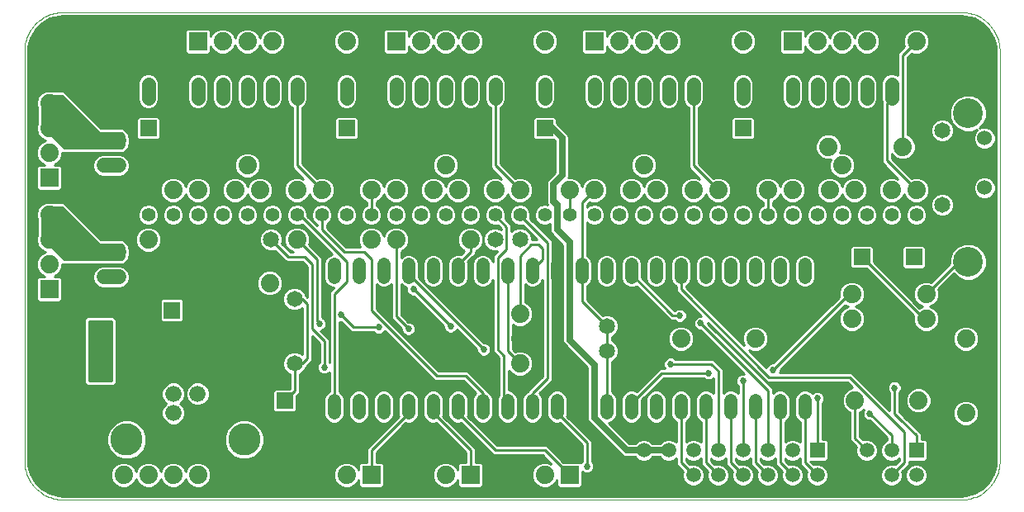
<source format=gtl>
G75*
G70*
%OFA0B0*%
%FSLAX24Y24*%
%IPPOS*%
%LPD*%
%AMOC8*
5,1,8,0,0,1.08239X$1,22.5*
%
%ADD10C,0.0000*%
%ADD11C,0.0740*%
%ADD12C,0.0650*%
%ADD13C,0.0660*%
%ADD14C,0.1300*%
%ADD15C,0.0560*%
%ADD16C,0.0560*%
%ADD17R,0.0650X0.0650*%
%ADD18R,0.0740X0.0740*%
%ADD19C,0.1200*%
%ADD20C,0.0520*%
%ADD21C,0.0600*%
%ADD22R,0.0800X0.0800*%
%ADD23C,0.0800*%
%ADD24R,0.0827X0.0827*%
%ADD25C,0.0600*%
%ADD26C,0.0594*%
%ADD27R,0.0594X0.0594*%
%ADD28C,0.1817*%
%ADD29C,0.0100*%
%ADD30C,0.0270*%
%ADD31C,0.0250*%
D10*
X002633Y001572D02*
X038854Y001572D01*
X038931Y001574D01*
X039008Y001580D01*
X039085Y001589D01*
X039161Y001602D01*
X039237Y001619D01*
X039311Y001640D01*
X039385Y001664D01*
X039457Y001692D01*
X039527Y001723D01*
X039596Y001758D01*
X039664Y001796D01*
X039729Y001837D01*
X039792Y001882D01*
X039853Y001930D01*
X039912Y001980D01*
X039968Y002033D01*
X040021Y002089D01*
X040071Y002148D01*
X040119Y002209D01*
X040164Y002272D01*
X040205Y002337D01*
X040243Y002405D01*
X040278Y002474D01*
X040309Y002544D01*
X040337Y002616D01*
X040361Y002690D01*
X040382Y002764D01*
X040399Y002840D01*
X040412Y002916D01*
X040421Y002993D01*
X040427Y003070D01*
X040429Y003147D01*
X040428Y003147D02*
X040428Y019683D01*
X040429Y019683D02*
X040427Y019760D01*
X040421Y019837D01*
X040412Y019914D01*
X040399Y019990D01*
X040382Y020066D01*
X040361Y020140D01*
X040337Y020214D01*
X040309Y020286D01*
X040278Y020356D01*
X040243Y020425D01*
X040205Y020493D01*
X040164Y020558D01*
X040119Y020621D01*
X040071Y020682D01*
X040021Y020741D01*
X039968Y020797D01*
X039912Y020850D01*
X039853Y020900D01*
X039792Y020948D01*
X039729Y020993D01*
X039664Y021034D01*
X039596Y021072D01*
X039527Y021107D01*
X039457Y021138D01*
X039385Y021166D01*
X039311Y021190D01*
X039237Y021211D01*
X039161Y021228D01*
X039085Y021241D01*
X039008Y021250D01*
X038931Y021256D01*
X038854Y021258D01*
X038854Y021257D02*
X002633Y021257D01*
X002633Y021258D02*
X002556Y021256D01*
X002479Y021250D01*
X002402Y021241D01*
X002326Y021228D01*
X002250Y021211D01*
X002176Y021190D01*
X002102Y021166D01*
X002030Y021138D01*
X001960Y021107D01*
X001891Y021072D01*
X001823Y021034D01*
X001758Y020993D01*
X001695Y020948D01*
X001634Y020900D01*
X001575Y020850D01*
X001519Y020797D01*
X001466Y020741D01*
X001416Y020682D01*
X001368Y020621D01*
X001323Y020558D01*
X001282Y020493D01*
X001244Y020425D01*
X001209Y020356D01*
X001178Y020286D01*
X001150Y020214D01*
X001126Y020140D01*
X001105Y020066D01*
X001088Y019990D01*
X001075Y019914D01*
X001066Y019837D01*
X001060Y019760D01*
X001058Y019683D01*
X001058Y003147D01*
X001060Y003070D01*
X001066Y002993D01*
X001075Y002916D01*
X001088Y002840D01*
X001105Y002764D01*
X001126Y002690D01*
X001150Y002616D01*
X001178Y002544D01*
X001209Y002474D01*
X001244Y002405D01*
X001282Y002337D01*
X001323Y002272D01*
X001368Y002209D01*
X001416Y002148D01*
X001466Y002089D01*
X001519Y002033D01*
X001575Y001980D01*
X001634Y001930D01*
X001695Y001882D01*
X001758Y001837D01*
X001823Y001796D01*
X001891Y001758D01*
X001960Y001723D01*
X002030Y001692D01*
X002102Y001664D01*
X002176Y001640D01*
X002250Y001619D01*
X002326Y001602D01*
X002402Y001589D01*
X002479Y001580D01*
X002556Y001574D01*
X002633Y001572D01*
D11*
X005058Y002572D03*
X006058Y002572D03*
X007058Y002572D03*
X008058Y002572D03*
X009058Y002572D03*
X010058Y002572D03*
X013058Y002572D03*
X014058Y002572D03*
X017058Y002572D03*
X018058Y002572D03*
X021058Y002572D03*
X022058Y002572D03*
X021058Y007072D03*
X021058Y008072D03*
X021058Y009072D03*
X019058Y012072D03*
X016058Y012072D03*
X015058Y012072D03*
X012058Y012072D03*
X009058Y012072D03*
X010958Y010322D03*
X006058Y012072D03*
X007058Y014072D03*
X008058Y014072D03*
X009558Y014072D03*
X010558Y014072D03*
X012058Y014072D03*
X013058Y014072D03*
X013058Y015072D03*
X015058Y014072D03*
X016058Y014072D03*
X017558Y014072D03*
X018558Y014072D03*
X020058Y014072D03*
X021058Y014072D03*
X021058Y015072D03*
X023058Y014072D03*
X024058Y014072D03*
X025558Y014072D03*
X026558Y014072D03*
X028058Y014072D03*
X029058Y014072D03*
X031058Y014072D03*
X032058Y014072D03*
X033558Y014072D03*
X034558Y014072D03*
X036058Y014072D03*
X037058Y014072D03*
X037058Y015072D03*
X036508Y015822D03*
X034058Y015072D03*
X033508Y015822D03*
X029058Y015072D03*
X026058Y015072D03*
X018058Y015072D03*
X010058Y015072D03*
X002058Y015572D03*
X002058Y016572D03*
X002058Y017572D03*
X009058Y020072D03*
X010058Y020072D03*
X011058Y020072D03*
X014058Y020072D03*
X017058Y020072D03*
X018058Y020072D03*
X019058Y020072D03*
X022058Y020072D03*
X025058Y020072D03*
X026058Y020072D03*
X027058Y020072D03*
X030058Y020072D03*
X033058Y020072D03*
X034058Y020072D03*
X035058Y020072D03*
X036058Y020072D03*
X037058Y020072D03*
X037458Y009872D03*
X039058Y009072D03*
X037458Y008872D03*
X039058Y008072D03*
X037145Y007369D03*
X039058Y006072D03*
X039058Y005072D03*
X037145Y005589D03*
X034585Y005589D03*
X034585Y007369D03*
X034458Y008872D03*
X034458Y009872D03*
X030558Y008072D03*
X027558Y008072D03*
X010958Y007322D03*
X002058Y011072D03*
X002058Y012072D03*
X002058Y013072D03*
D12*
X006058Y015572D03*
X010008Y012072D03*
X011008Y012072D03*
X011958Y010672D03*
X011958Y009672D03*
X009008Y009222D03*
X011958Y008072D03*
X011958Y007072D03*
X011558Y004572D03*
X024558Y007572D03*
X025558Y007572D03*
X025558Y008572D03*
X024558Y008572D03*
X021058Y012072D03*
X020058Y012072D03*
X022058Y015572D03*
X014058Y015572D03*
X030058Y015572D03*
X033858Y011372D03*
X035958Y011366D03*
X038108Y013472D03*
X038108Y014472D03*
X038108Y015472D03*
X038108Y016472D03*
D13*
X008050Y005852D03*
X007066Y005852D03*
X007066Y005072D03*
X008050Y005072D03*
D14*
X009928Y004002D03*
X005188Y004002D03*
D15*
X006058Y013072D03*
X007058Y013072D03*
X008058Y013072D03*
X009058Y013072D03*
X010058Y013072D03*
X011058Y013072D03*
X012058Y013072D03*
X013058Y013072D03*
X014058Y013072D03*
X015058Y013072D03*
X016058Y013072D03*
X017058Y013072D03*
X018058Y013072D03*
X019058Y013072D03*
X020058Y013072D03*
X021058Y013072D03*
X022058Y013072D03*
X023058Y013072D03*
X024058Y013072D03*
X025058Y013072D03*
X026058Y013072D03*
X027058Y013072D03*
X028058Y013072D03*
X029058Y013072D03*
X030058Y013072D03*
X031058Y013072D03*
X032058Y013072D03*
X033058Y013072D03*
X034058Y013072D03*
X035058Y013072D03*
X036058Y013072D03*
X037058Y013072D03*
D16*
X037058Y017792D02*
X037058Y018352D01*
X036058Y018352D02*
X036058Y017792D01*
X035058Y017792D02*
X035058Y018352D01*
X034058Y018352D02*
X034058Y017792D01*
X033058Y017792D02*
X033058Y018352D01*
X032058Y018352D02*
X032058Y017792D01*
X031058Y017792D02*
X031058Y018352D01*
X030058Y018352D02*
X030058Y017792D01*
X029058Y017792D02*
X029058Y018352D01*
X028058Y018352D02*
X028058Y017792D01*
X027058Y017792D02*
X027058Y018352D01*
X026058Y018352D02*
X026058Y017792D01*
X025058Y017792D02*
X025058Y018352D01*
X024058Y018352D02*
X024058Y017792D01*
X023058Y017792D02*
X023058Y018352D01*
X022058Y018352D02*
X022058Y017792D01*
X021058Y017792D02*
X021058Y018352D01*
X020058Y018352D02*
X020058Y017792D01*
X019058Y017792D02*
X019058Y018352D01*
X018058Y018352D02*
X018058Y017792D01*
X017058Y017792D02*
X017058Y018352D01*
X016058Y018352D02*
X016058Y017792D01*
X015058Y017792D02*
X015058Y018352D01*
X014058Y018352D02*
X014058Y017792D01*
X013058Y017792D02*
X013058Y018352D01*
X012058Y018352D02*
X012058Y017792D01*
X011058Y017792D02*
X011058Y018352D01*
X010058Y018352D02*
X010058Y017792D01*
X009058Y017792D02*
X009058Y018352D01*
X008058Y018352D02*
X008058Y017792D01*
X007058Y017792D02*
X007058Y018352D01*
X006058Y018352D02*
X006058Y017792D01*
D17*
X006058Y016572D03*
X014058Y016572D03*
X022058Y016572D03*
X030058Y016572D03*
X034858Y011372D03*
X036958Y011366D03*
X011558Y005572D03*
X007008Y009222D03*
D18*
X002058Y010072D03*
X002058Y014572D03*
X008058Y020072D03*
X013058Y020072D03*
X016058Y020072D03*
X021058Y020072D03*
X024058Y020072D03*
X029058Y020072D03*
X032058Y020072D03*
X023058Y002572D03*
X019058Y002572D03*
X015058Y002572D03*
D19*
X039152Y011172D03*
X039152Y013172D03*
X039152Y015172D03*
X039152Y017172D03*
D20*
X032558Y011072D02*
X032558Y010552D01*
X031558Y010552D02*
X031558Y011072D01*
X030558Y011072D02*
X030558Y010552D01*
X029558Y010552D02*
X029558Y011072D01*
X028558Y011072D02*
X028558Y010552D01*
X027558Y010552D02*
X027558Y011072D01*
X026558Y011072D02*
X026558Y010552D01*
X025558Y010552D02*
X025558Y011072D01*
X024558Y011072D02*
X024558Y010552D01*
X023558Y010552D02*
X023558Y011072D01*
X022558Y011072D02*
X022558Y010552D01*
X021558Y010552D02*
X021558Y011072D01*
X020558Y011072D02*
X020558Y010552D01*
X019558Y010552D02*
X019558Y011072D01*
X018558Y011072D02*
X018558Y010552D01*
X017558Y010552D02*
X017558Y011072D01*
X016558Y011072D02*
X016558Y010552D01*
X015558Y010552D02*
X015558Y011072D01*
X014558Y011072D02*
X014558Y010552D01*
X013558Y010552D02*
X013558Y011072D01*
X013558Y005592D02*
X013558Y005072D01*
X014558Y005072D02*
X014558Y005592D01*
X015558Y005592D02*
X015558Y005072D01*
X016558Y005072D02*
X016558Y005592D01*
X017558Y005592D02*
X017558Y005072D01*
X018558Y005072D02*
X018558Y005592D01*
X019558Y005592D02*
X019558Y005072D01*
X020558Y005072D02*
X020558Y005592D01*
X021558Y005592D02*
X021558Y005072D01*
X022558Y005072D02*
X022558Y005592D01*
X023558Y005592D02*
X023558Y005072D01*
X024558Y005072D02*
X024558Y005592D01*
X025558Y005592D02*
X025558Y005072D01*
X026558Y005072D02*
X026558Y005592D01*
X027558Y005592D02*
X027558Y005072D01*
X028558Y005072D02*
X028558Y005592D01*
X029558Y005592D02*
X029558Y005072D01*
X030558Y005072D02*
X030558Y005592D01*
X031558Y005592D02*
X031558Y005072D01*
X032558Y005072D02*
X032558Y005592D01*
D21*
X004858Y010572D02*
X004258Y010572D01*
X004258Y011572D02*
X004858Y011572D01*
X004858Y012572D02*
X004258Y012572D01*
X004258Y015072D02*
X004858Y015072D01*
X004858Y016072D02*
X004258Y016072D01*
X004258Y017072D02*
X004858Y017072D01*
D22*
X002058Y007572D03*
D23*
X004027Y007572D03*
D24*
X004141Y006746D03*
X001976Y006746D03*
X001976Y008399D03*
X004141Y008399D03*
D25*
X039808Y014172D03*
X039808Y015172D03*
X039808Y016172D03*
D26*
X036058Y003572D03*
X035058Y003572D03*
X035058Y002572D03*
X036058Y002572D03*
X037058Y002572D03*
X033058Y002572D03*
X032058Y002572D03*
X031058Y002572D03*
X030058Y002572D03*
X029058Y002572D03*
X028058Y002572D03*
X027058Y002572D03*
X026058Y002572D03*
X026058Y003572D03*
X027058Y003572D03*
X028058Y003572D03*
X029058Y003572D03*
X030058Y003572D03*
X031058Y003572D03*
X032058Y003572D03*
D27*
X033058Y003572D03*
X037058Y003572D03*
D28*
X039058Y003072D03*
X039058Y020072D03*
X002558Y020072D03*
X002558Y003072D03*
D29*
X001399Y002459D02*
X004542Y002459D01*
X004538Y002469D02*
X004617Y002278D01*
X004764Y002131D01*
X004955Y002052D01*
X005162Y002052D01*
X005353Y002131D01*
X005499Y002278D01*
X005558Y002421D01*
X005617Y002278D01*
X005764Y002131D01*
X005955Y002052D01*
X006162Y002052D01*
X006353Y002131D01*
X006499Y002278D01*
X006558Y002421D01*
X006617Y002278D01*
X006764Y002131D01*
X006955Y002052D01*
X007162Y002052D01*
X007353Y002131D01*
X007499Y002278D01*
X007558Y002421D01*
X007617Y002278D01*
X007764Y002131D01*
X007955Y002052D01*
X008162Y002052D01*
X008353Y002131D01*
X008499Y002278D01*
X008578Y002469D01*
X008578Y002676D01*
X008499Y002867D01*
X008353Y003013D01*
X008162Y003092D01*
X007955Y003092D01*
X007764Y003013D01*
X007617Y002867D01*
X007558Y002724D01*
X007499Y002867D01*
X007353Y003013D01*
X007162Y003092D01*
X006955Y003092D01*
X006764Y003013D01*
X006617Y002867D01*
X006558Y002724D01*
X006499Y002867D01*
X006353Y003013D01*
X006162Y003092D01*
X005955Y003092D01*
X005764Y003013D01*
X005617Y002867D01*
X005558Y002724D01*
X005499Y002867D01*
X005353Y003013D01*
X005162Y003092D01*
X004955Y003092D01*
X004764Y003013D01*
X004617Y002867D01*
X004538Y002676D01*
X004538Y002469D01*
X004538Y002558D02*
X001342Y002558D01*
X001317Y002602D02*
X001503Y002280D01*
X001766Y002017D01*
X002088Y001831D01*
X002447Y001734D01*
X002633Y001722D01*
X038791Y001722D01*
X038824Y001722D01*
X038854Y001722D01*
X039039Y001734D01*
X039399Y001831D01*
X039721Y002017D01*
X039984Y002280D01*
X040170Y002602D01*
X040266Y002961D01*
X040278Y003147D01*
X040278Y019620D01*
X040278Y019637D01*
X040278Y019683D01*
X040266Y019868D01*
X040170Y020228D01*
X039984Y020550D01*
X039721Y020813D01*
X039399Y020999D01*
X039039Y021095D01*
X038854Y021107D01*
X002695Y021107D01*
X002684Y021107D01*
X002633Y021107D01*
X002447Y021095D01*
X002088Y020999D01*
X001766Y020813D01*
X001503Y020550D01*
X001317Y020228D01*
X001220Y019868D01*
X001220Y019868D01*
X001208Y019683D01*
X001208Y003147D01*
X001220Y002961D01*
X001317Y002602D01*
X001302Y002656D02*
X004538Y002656D01*
X004571Y002755D02*
X001276Y002755D01*
X001249Y002853D02*
X004612Y002853D01*
X004703Y002952D02*
X001223Y002952D01*
X001215Y003050D02*
X004854Y003050D01*
X004920Y003248D02*
X001208Y003248D01*
X001208Y003346D02*
X004713Y003346D01*
X004735Y003324D02*
X005029Y003202D01*
X005347Y003202D01*
X005641Y003324D01*
X005866Y003549D01*
X005988Y003843D01*
X005988Y004161D01*
X005866Y004455D01*
X005641Y004680D01*
X005347Y004802D01*
X005029Y004802D01*
X004735Y004680D01*
X004510Y004455D01*
X004388Y004161D01*
X004388Y003843D01*
X004510Y003549D01*
X004735Y003324D01*
X004615Y003445D02*
X001208Y003445D01*
X001208Y003543D02*
X004516Y003543D01*
X004472Y003642D02*
X001208Y003642D01*
X001208Y003740D02*
X004431Y003740D01*
X004390Y003839D02*
X001208Y003839D01*
X001208Y003937D02*
X004388Y003937D01*
X004388Y004036D02*
X001208Y004036D01*
X001208Y004134D02*
X004388Y004134D01*
X004418Y004233D02*
X001208Y004233D01*
X001208Y004331D02*
X004459Y004331D01*
X004500Y004430D02*
X001208Y004430D01*
X001208Y004529D02*
X004583Y004529D01*
X004682Y004627D02*
X001208Y004627D01*
X001208Y004726D02*
X004844Y004726D01*
X005532Y004726D02*
X006734Y004726D01*
X006794Y004665D02*
X006659Y004800D01*
X006586Y004977D01*
X006586Y005168D01*
X006659Y005344D01*
X006777Y005462D01*
X006659Y005580D01*
X006586Y005757D01*
X006586Y005948D01*
X006659Y006124D01*
X006794Y006259D01*
X006971Y006332D01*
X007162Y006332D01*
X007338Y006259D01*
X007473Y006124D01*
X007546Y005948D01*
X007546Y005757D01*
X007473Y005580D01*
X007355Y005462D01*
X007473Y005344D01*
X007546Y005168D01*
X007546Y004977D01*
X007473Y004800D01*
X007338Y004665D01*
X007162Y004592D01*
X006971Y004592D01*
X006794Y004665D01*
X006886Y004627D02*
X005695Y004627D01*
X005793Y004529D02*
X009323Y004529D01*
X009250Y004455D02*
X009128Y004161D01*
X009128Y003843D01*
X009250Y003549D01*
X009475Y003324D01*
X009769Y003202D01*
X010087Y003202D01*
X010381Y003324D01*
X010606Y003549D01*
X010728Y003843D01*
X010728Y004161D01*
X010606Y004455D01*
X010381Y004680D01*
X010087Y004802D01*
X009769Y004802D01*
X009475Y004680D01*
X009250Y004455D01*
X009240Y004430D02*
X005877Y004430D01*
X005918Y004331D02*
X009199Y004331D01*
X009158Y004233D02*
X005959Y004233D01*
X005988Y004134D02*
X009128Y004134D01*
X009128Y004036D02*
X005988Y004036D01*
X005988Y003937D02*
X009128Y003937D01*
X009130Y003839D02*
X005986Y003839D01*
X005946Y003740D02*
X009171Y003740D01*
X009212Y003642D02*
X005905Y003642D01*
X005861Y003543D02*
X009256Y003543D01*
X009355Y003445D02*
X005762Y003445D01*
X005663Y003346D02*
X009453Y003346D01*
X009660Y003248D02*
X005457Y003248D01*
X005263Y003050D02*
X005854Y003050D01*
X005703Y002952D02*
X005414Y002952D01*
X005505Y002853D02*
X005612Y002853D01*
X005571Y002755D02*
X005545Y002755D01*
X005533Y002361D02*
X005583Y002361D01*
X005633Y002262D02*
X005483Y002262D01*
X005385Y002164D02*
X005732Y002164D01*
X005924Y002065D02*
X005192Y002065D01*
X004924Y002065D02*
X001717Y002065D01*
X001619Y002164D02*
X004732Y002164D01*
X004633Y002262D02*
X001520Y002262D01*
X001456Y002361D02*
X004583Y002361D01*
X006192Y002065D02*
X006924Y002065D01*
X006732Y002164D02*
X006385Y002164D01*
X006483Y002262D02*
X006633Y002262D01*
X006583Y002361D02*
X006533Y002361D01*
X006545Y002755D02*
X006571Y002755D01*
X006612Y002853D02*
X006505Y002853D01*
X006414Y002952D02*
X006703Y002952D01*
X006854Y003050D02*
X006263Y003050D01*
X007263Y003050D02*
X007854Y003050D01*
X007703Y002952D02*
X007414Y002952D01*
X007505Y002853D02*
X007612Y002853D01*
X007571Y002755D02*
X007545Y002755D01*
X007533Y002361D02*
X007583Y002361D01*
X007633Y002262D02*
X007483Y002262D01*
X007385Y002164D02*
X007732Y002164D01*
X007924Y002065D02*
X007192Y002065D01*
X008192Y002065D02*
X013924Y002065D01*
X013955Y002052D02*
X014162Y002052D01*
X014353Y002131D01*
X014499Y002278D01*
X014538Y002372D01*
X014538Y002140D01*
X014626Y002052D01*
X015490Y002052D01*
X015578Y002140D01*
X015578Y003004D01*
X015490Y003092D01*
X015258Y003092D01*
X015258Y003489D01*
X016444Y004676D01*
X016477Y004662D01*
X016640Y004662D01*
X016790Y004725D01*
X016906Y004840D01*
X016968Y004991D01*
X016968Y005674D01*
X016906Y005824D01*
X016790Y005940D01*
X016640Y006002D01*
X016477Y006002D01*
X016326Y005940D01*
X016211Y005824D01*
X016148Y005674D01*
X016148Y004991D01*
X016162Y004958D01*
X014858Y003655D01*
X014858Y003489D01*
X014858Y003092D01*
X014626Y003092D01*
X014538Y003004D01*
X014538Y002772D01*
X014499Y002867D01*
X014353Y003013D01*
X014162Y003092D01*
X013955Y003092D01*
X013764Y003013D01*
X013617Y002867D01*
X013538Y002676D01*
X013538Y002469D01*
X013617Y002278D01*
X013764Y002131D01*
X013955Y002052D01*
X014192Y002065D02*
X014613Y002065D01*
X014538Y002164D02*
X014385Y002164D01*
X014483Y002262D02*
X014538Y002262D01*
X014533Y002361D02*
X014538Y002361D01*
X015058Y002572D02*
X015058Y003572D01*
X016558Y005072D01*
X016940Y004923D02*
X017176Y004923D01*
X017148Y004991D02*
X017211Y004840D01*
X017326Y004725D01*
X017477Y004662D01*
X017640Y004662D01*
X017672Y004676D01*
X018858Y003489D01*
X018858Y003092D01*
X018626Y003092D01*
X018538Y003004D01*
X018538Y002772D01*
X018499Y002867D01*
X018353Y003013D01*
X018162Y003092D01*
X017955Y003092D01*
X017764Y003013D01*
X017617Y002867D01*
X017538Y002676D01*
X017538Y002469D01*
X017617Y002278D01*
X017764Y002131D01*
X017955Y002052D01*
X018162Y002052D01*
X018353Y002131D01*
X018499Y002278D01*
X018538Y002372D01*
X018538Y002140D01*
X018626Y002052D01*
X019490Y002052D01*
X019578Y002140D01*
X019578Y003004D01*
X019490Y003092D01*
X019258Y003092D01*
X019258Y003489D01*
X019258Y003655D01*
X017955Y004958D01*
X017968Y004991D01*
X017968Y005674D01*
X017906Y005824D01*
X017790Y005940D01*
X017640Y006002D01*
X017477Y006002D01*
X017326Y005940D01*
X017211Y005824D01*
X017148Y005674D01*
X017148Y004991D01*
X017148Y005021D02*
X016968Y005021D01*
X016968Y005120D02*
X017148Y005120D01*
X017148Y005218D02*
X016968Y005218D01*
X016968Y005317D02*
X017148Y005317D01*
X017148Y005415D02*
X016968Y005415D01*
X016968Y005514D02*
X017148Y005514D01*
X017148Y005613D02*
X016968Y005613D01*
X016953Y005711D02*
X017164Y005711D01*
X017205Y005810D02*
X016912Y005810D01*
X016822Y005908D02*
X017294Y005908D01*
X017822Y005908D02*
X018294Y005908D01*
X018326Y005940D02*
X018211Y005824D01*
X018148Y005674D01*
X018148Y004991D01*
X018211Y004840D01*
X018326Y004725D01*
X018477Y004662D01*
X018640Y004662D01*
X018672Y004676D01*
X019975Y003372D01*
X020141Y003372D01*
X021975Y003372D01*
X022322Y003026D01*
X022162Y003092D01*
X021955Y003092D01*
X021764Y003013D01*
X021617Y002867D01*
X021538Y002676D01*
X021538Y002469D01*
X021617Y002278D01*
X021764Y002131D01*
X021955Y002052D01*
X022162Y002052D01*
X022353Y002131D01*
X022499Y002278D01*
X022538Y002372D01*
X022538Y002140D01*
X022626Y002052D01*
X023490Y002052D01*
X023578Y002140D01*
X023578Y002699D01*
X023597Y002681D01*
X023702Y002637D01*
X023815Y002637D01*
X023920Y002681D01*
X024000Y002761D01*
X024043Y002866D01*
X024043Y002979D01*
X024000Y003084D01*
X023958Y003125D01*
X023958Y003789D01*
X023958Y003955D01*
X022955Y004958D01*
X022968Y004991D01*
X022968Y005674D01*
X022906Y005824D01*
X022790Y005940D01*
X022640Y006002D01*
X022477Y006002D01*
X022326Y005940D01*
X022211Y005824D01*
X022148Y005674D01*
X022148Y004991D01*
X022211Y004840D01*
X022326Y004725D01*
X022477Y004662D01*
X022640Y004662D01*
X022672Y004676D01*
X023558Y003789D01*
X023558Y003125D01*
X023517Y003084D01*
X023511Y003071D01*
X023490Y003092D01*
X022821Y003092D01*
X022258Y003655D01*
X022141Y003772D01*
X020141Y003772D01*
X018955Y004958D01*
X018968Y004991D01*
X018968Y005674D01*
X018906Y005824D01*
X018790Y005940D01*
X018640Y006002D01*
X018477Y006002D01*
X018326Y005940D01*
X018205Y005810D02*
X017912Y005810D01*
X017953Y005711D02*
X018164Y005711D01*
X018148Y005613D02*
X017968Y005613D01*
X017968Y005514D02*
X018148Y005514D01*
X018148Y005415D02*
X017968Y005415D01*
X017968Y005317D02*
X018148Y005317D01*
X018148Y005218D02*
X017968Y005218D01*
X017968Y005120D02*
X018148Y005120D01*
X018148Y005021D02*
X017968Y005021D01*
X017991Y004923D02*
X018176Y004923D01*
X018226Y004824D02*
X018089Y004824D01*
X018188Y004726D02*
X018325Y004726D01*
X018286Y004627D02*
X018721Y004627D01*
X018819Y004529D02*
X018385Y004529D01*
X018483Y004430D02*
X018918Y004430D01*
X019016Y004331D02*
X018582Y004331D01*
X018680Y004233D02*
X019115Y004233D01*
X019213Y004134D02*
X018779Y004134D01*
X018877Y004036D02*
X019312Y004036D01*
X019410Y003937D02*
X018976Y003937D01*
X019075Y003839D02*
X019509Y003839D01*
X019607Y003740D02*
X019173Y003740D01*
X019258Y003642D02*
X019706Y003642D01*
X019805Y003543D02*
X019258Y003543D01*
X019258Y003445D02*
X019903Y003445D01*
X020058Y003572D02*
X018558Y005072D01*
X018968Y005120D02*
X019148Y005120D01*
X019148Y005218D02*
X018968Y005218D01*
X018968Y005317D02*
X019148Y005317D01*
X019148Y005415D02*
X018968Y005415D01*
X018968Y005514D02*
X019148Y005514D01*
X019148Y005613D02*
X018968Y005613D01*
X018953Y005711D02*
X019164Y005711D01*
X019148Y005674D02*
X019211Y005824D01*
X019267Y005881D01*
X018775Y006372D01*
X017615Y006372D01*
X017498Y006489D01*
X015605Y008383D01*
X015600Y008371D01*
X015520Y008291D01*
X015415Y008247D01*
X015302Y008247D01*
X015197Y008291D01*
X015155Y008332D01*
X014245Y008332D01*
X014128Y008449D01*
X013830Y008747D01*
X013772Y008747D01*
X013758Y008753D01*
X013758Y005953D01*
X013790Y005940D01*
X013906Y005824D01*
X013968Y005674D01*
X013968Y004991D01*
X013906Y004840D01*
X013790Y004725D01*
X013640Y004662D01*
X013477Y004662D01*
X013326Y004725D01*
X013211Y004840D01*
X013148Y004991D01*
X013148Y005674D01*
X013211Y005824D01*
X013326Y005940D01*
X013358Y005953D01*
X013358Y006719D01*
X013320Y006681D01*
X013215Y006637D01*
X013102Y006637D01*
X012997Y006681D01*
X012917Y006761D01*
X012873Y006866D01*
X012873Y006979D01*
X012917Y007084D01*
X012958Y007125D01*
X012958Y007889D01*
X012658Y008189D01*
X012658Y007355D01*
X012658Y007189D01*
X012958Y007189D01*
X012958Y007288D02*
X012658Y007288D01*
X012658Y007386D02*
X012958Y007386D01*
X012958Y007485D02*
X012658Y007485D01*
X012658Y007583D02*
X012958Y007583D01*
X012958Y007682D02*
X012658Y007682D01*
X012658Y007781D02*
X012958Y007781D01*
X012958Y007879D02*
X012658Y007879D01*
X012658Y007978D02*
X012870Y007978D01*
X012772Y008076D02*
X012658Y008076D01*
X012658Y008175D02*
X012673Y008175D01*
X012658Y008472D02*
X012658Y011072D01*
X012358Y011372D01*
X011708Y011372D01*
X011008Y012072D01*
X010676Y012412D02*
X006454Y012412D01*
X006499Y012367D02*
X006353Y012513D01*
X006162Y012592D01*
X005955Y012592D01*
X005764Y012513D01*
X005617Y012367D01*
X005538Y012176D01*
X005538Y011969D01*
X005617Y011778D01*
X005764Y011631D01*
X005955Y011552D01*
X006162Y011552D01*
X006353Y011631D01*
X006499Y011778D01*
X006578Y011969D01*
X006578Y012176D01*
X006499Y012367D01*
X006521Y012314D02*
X010594Y012314D01*
X010606Y012341D02*
X010533Y012167D01*
X010533Y011978D01*
X010606Y011803D01*
X010739Y011670D01*
X010914Y011597D01*
X011103Y011597D01*
X011172Y011626D01*
X011625Y011172D01*
X011791Y011172D01*
X012275Y011172D01*
X012458Y010989D01*
X012458Y009755D01*
X012424Y009790D01*
X012361Y009941D01*
X012227Y010075D01*
X012053Y010147D01*
X011864Y010147D01*
X011689Y010075D01*
X011556Y009941D01*
X011483Y009767D01*
X011483Y009578D01*
X011556Y009403D01*
X011689Y009270D01*
X011864Y009197D01*
X012053Y009197D01*
X012227Y009270D01*
X012258Y009301D01*
X012258Y009089D01*
X012258Y007444D01*
X012227Y007475D01*
X012053Y007547D01*
X011864Y007547D01*
X011689Y007475D01*
X011556Y007341D01*
X011483Y007167D01*
X011483Y006978D01*
X011556Y006803D01*
X011689Y006670D01*
X011758Y006641D01*
X011758Y006055D01*
X011750Y006047D01*
X011171Y006047D01*
X011083Y005959D01*
X011083Y005185D01*
X011171Y005097D01*
X011945Y005097D01*
X012033Y005185D01*
X012033Y005764D01*
X012158Y005889D01*
X012158Y006055D01*
X012158Y006641D01*
X012227Y006670D01*
X012361Y006803D01*
X012424Y006955D01*
X012458Y006989D01*
X012658Y007189D01*
X012560Y007091D02*
X012924Y007091D01*
X012879Y006992D02*
X012461Y006992D01*
X012398Y006894D02*
X012873Y006894D01*
X012902Y006795D02*
X012353Y006795D01*
X012254Y006697D02*
X012981Y006697D01*
X013158Y006922D02*
X013158Y007972D01*
X012658Y008472D01*
X012958Y008672D02*
X012858Y008772D01*
X012858Y009072D01*
X012858Y011272D01*
X012058Y012072D01*
X012539Y011874D02*
X012578Y011969D01*
X012578Y012176D01*
X012499Y012367D01*
X012353Y012513D01*
X012162Y012592D01*
X011955Y012592D01*
X011764Y012513D01*
X011617Y012367D01*
X011538Y012176D01*
X011538Y011969D01*
X011617Y011778D01*
X011764Y011631D01*
X011907Y011572D01*
X011791Y011572D01*
X011455Y011909D01*
X011483Y011978D01*
X011483Y012167D01*
X011411Y012341D01*
X011277Y012475D01*
X011103Y012547D01*
X010914Y012547D01*
X010739Y012475D01*
X010606Y012341D01*
X010553Y012215D02*
X006562Y012215D01*
X006578Y012116D02*
X010533Y012116D01*
X010533Y012018D02*
X006578Y012018D01*
X006558Y011919D02*
X010557Y011919D01*
X010598Y011821D02*
X006517Y011821D01*
X006444Y011722D02*
X010687Y011722D01*
X010850Y011624D02*
X006334Y011624D01*
X005782Y011624D02*
X005308Y011624D01*
X005308Y011662D02*
X005258Y011782D01*
X005258Y011855D01*
X005141Y011972D01*
X005041Y012072D01*
X004875Y012072D01*
X004141Y012072D01*
X002641Y013572D01*
X002475Y013572D01*
X002210Y013572D01*
X002162Y013592D01*
X001955Y013592D01*
X001907Y013572D01*
X001875Y013572D01*
X001853Y013550D01*
X001764Y013513D01*
X001617Y013367D01*
X001580Y013277D01*
X001558Y013255D01*
X001558Y013224D01*
X001538Y013176D01*
X001538Y012969D01*
X001558Y012921D01*
X001558Y012224D01*
X001538Y012176D01*
X001538Y011969D01*
X001558Y011921D01*
X001558Y011889D01*
X001580Y011867D01*
X001617Y011778D01*
X001764Y011631D01*
X001853Y011594D01*
X001875Y011572D01*
X001907Y011572D01*
X001764Y011513D01*
X001617Y011367D01*
X001538Y011176D01*
X001538Y010969D01*
X001617Y010778D01*
X001764Y010631D01*
X001858Y010592D01*
X001626Y010592D01*
X001538Y010504D01*
X001538Y009640D01*
X001626Y009552D01*
X002490Y009552D01*
X002578Y009640D01*
X002578Y010504D01*
X002490Y010592D01*
X002258Y010592D01*
X002353Y010631D01*
X002499Y010778D01*
X002578Y010969D01*
X002578Y011072D01*
X002741Y011072D01*
X005041Y011072D01*
X005158Y011189D01*
X005258Y011289D01*
X005258Y011362D01*
X005308Y011483D01*
X005308Y011662D01*
X005283Y011722D02*
X005673Y011722D01*
X005600Y011821D02*
X005258Y011821D01*
X005194Y011919D02*
X005559Y011919D01*
X005538Y012018D02*
X005095Y012018D01*
X004958Y011872D02*
X005058Y011772D01*
X005058Y011372D01*
X004958Y011272D01*
X002658Y011272D01*
X002158Y011772D01*
X001958Y011772D01*
X001758Y011972D01*
X001758Y013172D01*
X001958Y013372D01*
X002558Y013372D01*
X004058Y011872D01*
X004958Y011872D01*
X005010Y011821D02*
X001910Y011821D01*
X001811Y011919D02*
X004011Y011919D01*
X003913Y012018D02*
X001758Y012018D01*
X001758Y012116D02*
X003814Y012116D01*
X003716Y012215D02*
X001758Y012215D01*
X001758Y012314D02*
X003617Y012314D01*
X003519Y012412D02*
X001758Y012412D01*
X001758Y012511D02*
X003420Y012511D01*
X003321Y012609D02*
X001758Y012609D01*
X001758Y012708D02*
X003223Y012708D01*
X003124Y012806D02*
X001758Y012806D01*
X001758Y012905D02*
X003026Y012905D01*
X002927Y013003D02*
X001758Y013003D01*
X001758Y013102D02*
X002829Y013102D01*
X002730Y013200D02*
X001786Y013200D01*
X001885Y013299D02*
X002632Y013299D01*
X002816Y013397D02*
X005775Y013397D01*
X005815Y013437D02*
X005694Y013316D01*
X005628Y013158D01*
X005628Y012987D01*
X005694Y012829D01*
X005815Y012708D01*
X003506Y012708D01*
X003407Y012806D02*
X005716Y012806D01*
X005662Y012905D02*
X003309Y012905D01*
X003210Y013003D02*
X005628Y013003D01*
X005628Y013102D02*
X003111Y013102D01*
X003013Y013200D02*
X005646Y013200D01*
X005687Y013299D02*
X002914Y013299D01*
X002717Y013496D02*
X005958Y013496D01*
X005973Y013502D02*
X005815Y013437D01*
X005973Y013502D02*
X006144Y013502D01*
X006302Y013437D01*
X006423Y013316D01*
X006488Y013158D01*
X006488Y012987D01*
X006423Y012829D01*
X006302Y012708D01*
X006144Y012642D01*
X005973Y012642D01*
X005815Y012708D01*
X005761Y012511D02*
X003703Y012511D01*
X003604Y012609D02*
X012339Y012609D01*
X012355Y012511D02*
X012437Y012511D01*
X012454Y012412D02*
X012536Y012412D01*
X012521Y012314D02*
X012634Y012314D01*
X012562Y012215D02*
X012733Y012215D01*
X012831Y012116D02*
X012578Y012116D01*
X012578Y012018D02*
X012930Y012018D01*
X013028Y011919D02*
X012558Y011919D01*
X012539Y011874D02*
X013058Y011355D01*
X013058Y011189D01*
X013058Y009155D01*
X013058Y008939D01*
X013120Y008914D01*
X013200Y008834D01*
X013243Y008729D01*
X013243Y008616D01*
X013200Y008511D01*
X013120Y008431D01*
X013023Y008391D01*
X013241Y008172D01*
X013358Y008055D01*
X013358Y007125D01*
X013358Y007125D01*
X013358Y009089D01*
X013358Y009789D01*
X013358Y009955D01*
X013545Y010142D01*
X013477Y010142D01*
X013326Y010205D01*
X013211Y010320D01*
X013148Y010471D01*
X013148Y011154D01*
X013211Y011304D01*
X013326Y011420D01*
X013469Y011479D01*
X012258Y012690D01*
X012144Y012642D01*
X011973Y012642D01*
X011815Y012708D01*
X011302Y012708D01*
X011423Y012829D01*
X011488Y012987D01*
X011488Y013158D01*
X011423Y013316D01*
X011302Y013437D01*
X011144Y013502D01*
X010973Y013502D01*
X010815Y013437D01*
X010694Y013316D01*
X010628Y013158D01*
X010628Y012987D01*
X010694Y012829D01*
X010815Y012708D01*
X010302Y012708D01*
X010423Y012829D01*
X010488Y012987D01*
X010488Y013158D01*
X010423Y013316D01*
X010302Y013437D01*
X010144Y013502D01*
X009973Y013502D01*
X009815Y013437D01*
X009694Y013316D01*
X009628Y013158D01*
X009628Y012987D01*
X009694Y012829D01*
X009815Y012708D01*
X009302Y012708D01*
X009423Y012829D01*
X009488Y012987D01*
X009488Y013158D01*
X009423Y013316D01*
X009302Y013437D01*
X009144Y013502D01*
X008973Y013502D01*
X008815Y013437D01*
X008694Y013316D01*
X008628Y013158D01*
X008628Y012987D01*
X008694Y012829D01*
X008815Y012708D01*
X008302Y012708D01*
X008423Y012829D01*
X008488Y012987D01*
X008488Y013158D01*
X008423Y013316D01*
X008302Y013437D01*
X008144Y013502D01*
X007973Y013502D01*
X007815Y013437D01*
X007694Y013316D01*
X007628Y013158D01*
X007628Y012987D01*
X007694Y012829D01*
X007815Y012708D01*
X007302Y012708D01*
X007423Y012829D01*
X007488Y012987D01*
X007488Y013158D01*
X007423Y013316D01*
X007302Y013437D01*
X007144Y013502D01*
X006973Y013502D01*
X006815Y013437D01*
X006694Y013316D01*
X006628Y013158D01*
X006628Y012987D01*
X006694Y012829D01*
X006815Y012708D01*
X006302Y012708D01*
X006400Y012806D02*
X006716Y012806D01*
X006662Y012905D02*
X006454Y012905D01*
X006488Y013003D02*
X006628Y013003D01*
X006628Y013102D02*
X006488Y013102D01*
X006471Y013200D02*
X006646Y013200D01*
X006687Y013299D02*
X006430Y013299D01*
X006341Y013397D02*
X006775Y013397D01*
X006958Y013496D02*
X006159Y013496D01*
X006617Y013778D02*
X006764Y013631D01*
X006955Y013552D01*
X007162Y013552D01*
X007353Y013631D01*
X007499Y013778D01*
X007558Y013921D01*
X007617Y013778D01*
X007764Y013631D01*
X007955Y013552D01*
X008162Y013552D01*
X008353Y013631D01*
X008499Y013778D01*
X008578Y013969D01*
X008578Y014176D01*
X008499Y014367D01*
X008353Y014513D01*
X008162Y014592D01*
X007955Y014592D01*
X007764Y014513D01*
X007617Y014367D01*
X007558Y014224D01*
X007499Y014367D01*
X007353Y014513D01*
X007162Y014592D01*
X006955Y014592D01*
X006764Y014513D01*
X006617Y014367D01*
X006538Y014176D01*
X006538Y013969D01*
X006617Y013778D01*
X006612Y013792D02*
X001208Y013792D01*
X001208Y013890D02*
X006571Y013890D01*
X006538Y013989D02*
X001208Y013989D01*
X001208Y014087D02*
X001591Y014087D01*
X001626Y014052D02*
X002490Y014052D01*
X002578Y014140D01*
X002578Y015004D01*
X002490Y015092D01*
X002258Y015092D01*
X002353Y015131D01*
X002499Y015278D01*
X002578Y015469D01*
X002578Y015572D01*
X002741Y015572D01*
X005041Y015572D01*
X005158Y015689D01*
X005258Y015789D01*
X005258Y015862D01*
X005308Y015983D01*
X005308Y016162D01*
X005258Y016282D01*
X005258Y016355D01*
X005141Y016472D01*
X005041Y016572D01*
X004875Y016572D01*
X004141Y016572D01*
X002641Y018072D01*
X002475Y018072D01*
X002210Y018072D01*
X002162Y018092D01*
X001955Y018092D01*
X001907Y018072D01*
X001875Y018072D01*
X001853Y018050D01*
X001764Y018013D01*
X001617Y017867D01*
X001580Y017777D01*
X001558Y017755D01*
X001558Y017724D01*
X001538Y017676D01*
X001538Y017469D01*
X001558Y017421D01*
X001558Y016724D01*
X001538Y016676D01*
X001538Y016469D01*
X001558Y016421D01*
X001558Y016389D01*
X001580Y016367D01*
X001617Y016278D01*
X001764Y016131D01*
X001853Y016094D01*
X001875Y016072D01*
X001907Y016072D01*
X001764Y016013D01*
X001617Y015867D01*
X001538Y015676D01*
X001538Y015469D01*
X001617Y015278D01*
X001764Y015131D01*
X001858Y015092D01*
X001626Y015092D01*
X001538Y015004D01*
X001538Y014140D01*
X001626Y014052D01*
X001538Y014186D02*
X001208Y014186D01*
X001208Y014284D02*
X001538Y014284D01*
X001538Y014383D02*
X001208Y014383D01*
X001208Y014481D02*
X001538Y014481D01*
X001538Y014580D02*
X001208Y014580D01*
X001208Y014679D02*
X001538Y014679D01*
X001538Y014777D02*
X001208Y014777D01*
X001208Y014876D02*
X001538Y014876D01*
X001538Y014974D02*
X001208Y014974D01*
X001208Y015073D02*
X001607Y015073D01*
X001724Y015171D02*
X001208Y015171D01*
X001208Y015270D02*
X001625Y015270D01*
X001580Y015368D02*
X001208Y015368D01*
X001208Y015467D02*
X001539Y015467D01*
X001538Y015565D02*
X001208Y015565D01*
X001208Y015664D02*
X001538Y015664D01*
X001574Y015763D02*
X001208Y015763D01*
X001208Y015861D02*
X001615Y015861D01*
X001710Y015960D02*
X001208Y015960D01*
X001208Y016058D02*
X001873Y016058D01*
X001907Y016072D02*
X001907Y016072D01*
X001738Y016157D02*
X001208Y016157D01*
X001208Y016255D02*
X001640Y016255D01*
X001586Y016354D02*
X001208Y016354D01*
X001208Y016452D02*
X001545Y016452D01*
X001538Y016551D02*
X001208Y016551D01*
X001208Y016649D02*
X001538Y016649D01*
X001558Y016748D02*
X001208Y016748D01*
X001208Y016846D02*
X001558Y016846D01*
X001558Y016945D02*
X001208Y016945D01*
X001208Y017044D02*
X001558Y017044D01*
X001558Y017142D02*
X001208Y017142D01*
X001208Y017241D02*
X001558Y017241D01*
X001558Y017339D02*
X001208Y017339D01*
X001208Y017438D02*
X001551Y017438D01*
X001538Y017536D02*
X001208Y017536D01*
X001208Y017635D02*
X001538Y017635D01*
X001558Y017733D02*
X001208Y017733D01*
X001208Y017832D02*
X001603Y017832D01*
X001681Y017930D02*
X001208Y017930D01*
X001208Y018029D02*
X001802Y018029D01*
X001958Y017872D02*
X002558Y017872D01*
X004058Y016372D01*
X004958Y016372D01*
X005058Y016272D01*
X005058Y015872D01*
X004958Y015772D01*
X002658Y015772D01*
X002158Y016272D01*
X001958Y016272D01*
X001758Y016472D01*
X001758Y017672D01*
X001958Y017872D01*
X001918Y017832D02*
X002599Y017832D01*
X002697Y017733D02*
X001819Y017733D01*
X001758Y017635D02*
X002796Y017635D01*
X002894Y017536D02*
X001758Y017536D01*
X001758Y017438D02*
X002993Y017438D01*
X003091Y017339D02*
X001758Y017339D01*
X001758Y017241D02*
X003190Y017241D01*
X003288Y017142D02*
X001758Y017142D01*
X001758Y017044D02*
X003387Y017044D01*
X003486Y016945D02*
X001758Y016945D01*
X001758Y016846D02*
X003584Y016846D01*
X003683Y016748D02*
X001758Y016748D01*
X001758Y016649D02*
X003781Y016649D01*
X003880Y016551D02*
X001758Y016551D01*
X001778Y016452D02*
X003978Y016452D01*
X004064Y016649D02*
X005583Y016649D01*
X005583Y016551D02*
X005062Y016551D01*
X005141Y016472D02*
X005141Y016472D01*
X005161Y016452D02*
X005583Y016452D01*
X005583Y016354D02*
X005258Y016354D01*
X005270Y016255D02*
X005583Y016255D01*
X005583Y016185D02*
X005671Y016097D01*
X006445Y016097D01*
X006533Y016185D01*
X006533Y016959D01*
X006445Y017047D01*
X005671Y017047D01*
X005583Y016959D01*
X005583Y016185D01*
X005612Y016157D02*
X005308Y016157D01*
X005308Y016058D02*
X011858Y016058D01*
X011858Y015960D02*
X005299Y015960D01*
X005258Y015861D02*
X011858Y015861D01*
X011858Y015763D02*
X005231Y015763D01*
X005133Y015664D02*
X011858Y015664D01*
X011858Y015565D02*
X010226Y015565D01*
X010162Y015592D02*
X009955Y015592D01*
X009764Y015513D01*
X009617Y015367D01*
X009538Y015176D01*
X009538Y014969D01*
X009617Y014778D01*
X009764Y014631D01*
X009955Y014552D01*
X010162Y014552D01*
X010353Y014631D01*
X010499Y014778D01*
X010578Y014969D01*
X010578Y015176D01*
X010499Y015367D01*
X010353Y015513D01*
X010162Y015592D01*
X010399Y015467D02*
X011858Y015467D01*
X011858Y015368D02*
X010498Y015368D01*
X010539Y015270D02*
X011858Y015270D01*
X011858Y015171D02*
X010578Y015171D01*
X010578Y015073D02*
X011858Y015073D01*
X011858Y015155D02*
X011858Y014989D01*
X012322Y014526D01*
X012162Y014592D01*
X011955Y014592D01*
X011764Y014513D01*
X011617Y014367D01*
X011538Y014176D01*
X011538Y013969D01*
X011617Y013778D01*
X011764Y013631D01*
X011955Y013552D01*
X012162Y013552D01*
X012353Y013631D01*
X012499Y013778D01*
X012558Y013921D01*
X012617Y013778D01*
X012764Y013631D01*
X012955Y013552D01*
X013162Y013552D01*
X013353Y013631D01*
X013499Y013778D01*
X013578Y013969D01*
X013578Y014176D01*
X013499Y014367D01*
X013353Y014513D01*
X013162Y014592D01*
X012955Y014592D01*
X012860Y014553D01*
X012258Y015155D01*
X012258Y017410D01*
X012302Y017428D01*
X012423Y017549D01*
X012488Y017707D01*
X012488Y018438D01*
X012423Y018596D01*
X012302Y018717D01*
X012144Y018782D01*
X011973Y018782D01*
X011815Y018717D01*
X011694Y018596D01*
X011628Y018438D01*
X011628Y017707D01*
X011694Y017549D01*
X011815Y017428D01*
X011858Y017410D01*
X011858Y015155D01*
X011874Y014974D02*
X010578Y014974D01*
X010540Y014876D02*
X011972Y014876D01*
X012071Y014777D02*
X010498Y014777D01*
X010400Y014679D02*
X012169Y014679D01*
X012191Y014580D02*
X012268Y014580D01*
X011925Y014580D02*
X010691Y014580D01*
X010662Y014592D02*
X010455Y014592D01*
X010264Y014513D01*
X010117Y014367D01*
X010058Y014224D01*
X009999Y014367D01*
X009853Y014513D01*
X009662Y014592D01*
X009455Y014592D01*
X009264Y014513D01*
X009117Y014367D01*
X009038Y014176D01*
X009038Y013969D01*
X009117Y013778D01*
X009264Y013631D01*
X009455Y013552D01*
X009662Y013552D01*
X009853Y013631D01*
X009999Y013778D01*
X010058Y013921D01*
X010117Y013778D01*
X010264Y013631D01*
X010455Y013552D01*
X010662Y013552D01*
X010853Y013631D01*
X010999Y013778D01*
X011078Y013969D01*
X011078Y014176D01*
X010999Y014367D01*
X010853Y014513D01*
X010662Y014592D01*
X010425Y014580D02*
X010229Y014580D01*
X010232Y014481D02*
X009884Y014481D01*
X009888Y014580D02*
X009691Y014580D01*
X009717Y014679D02*
X005084Y014679D01*
X005113Y014691D02*
X005240Y014817D01*
X005308Y014983D01*
X005308Y015162D01*
X005240Y015327D01*
X005113Y015454D01*
X004948Y015522D01*
X004169Y015522D01*
X004003Y015454D01*
X003877Y015327D01*
X003808Y015162D01*
X003808Y014983D01*
X003877Y014817D01*
X004003Y014691D01*
X004169Y014622D01*
X004948Y014622D01*
X005113Y014691D01*
X005199Y014777D02*
X009618Y014777D01*
X009577Y014876D02*
X005264Y014876D01*
X005305Y014974D02*
X009538Y014974D01*
X009538Y015073D02*
X005308Y015073D01*
X005304Y015171D02*
X009538Y015171D01*
X009577Y015270D02*
X005264Y015270D01*
X005199Y015368D02*
X009619Y015368D01*
X009718Y015467D02*
X005081Y015467D01*
X005047Y015861D02*
X002569Y015861D01*
X002471Y015960D02*
X005058Y015960D01*
X005058Y016058D02*
X002372Y016058D01*
X002274Y016157D02*
X005058Y016157D01*
X005058Y016255D02*
X002175Y016255D01*
X001877Y016354D02*
X004977Y016354D01*
X005583Y016748D02*
X003965Y016748D01*
X003867Y016846D02*
X005583Y016846D01*
X005583Y016945D02*
X003768Y016945D01*
X003670Y017044D02*
X005667Y017044D01*
X005815Y017428D02*
X005694Y017549D01*
X005628Y017707D01*
X005628Y018438D01*
X005694Y018596D01*
X005815Y018717D01*
X005973Y018782D01*
X006144Y018782D01*
X006302Y018717D01*
X006423Y018596D01*
X006488Y018438D01*
X006488Y017707D01*
X006423Y017549D01*
X006302Y017428D01*
X006144Y017362D01*
X005973Y017362D01*
X005815Y017428D01*
X005805Y017438D02*
X003276Y017438D01*
X003374Y017339D02*
X011858Y017339D01*
X011858Y017241D02*
X003473Y017241D01*
X003571Y017142D02*
X011858Y017142D01*
X011858Y017044D02*
X006449Y017044D01*
X006533Y016945D02*
X011858Y016945D01*
X011858Y016846D02*
X006533Y016846D01*
X006533Y016748D02*
X011858Y016748D01*
X011858Y016649D02*
X006533Y016649D01*
X006533Y016551D02*
X011858Y016551D01*
X011858Y016452D02*
X006533Y016452D01*
X006533Y016354D02*
X011858Y016354D01*
X011858Y016255D02*
X006533Y016255D01*
X006505Y016157D02*
X011858Y016157D01*
X012258Y016157D02*
X013612Y016157D01*
X013583Y016185D02*
X013671Y016097D01*
X014445Y016097D01*
X014533Y016185D01*
X014533Y016959D01*
X014445Y017047D01*
X013671Y017047D01*
X013583Y016959D01*
X013583Y016185D01*
X013583Y016255D02*
X012258Y016255D01*
X012258Y016354D02*
X013583Y016354D01*
X013583Y016452D02*
X012258Y016452D01*
X012258Y016551D02*
X013583Y016551D01*
X013583Y016649D02*
X012258Y016649D01*
X012258Y016748D02*
X013583Y016748D01*
X013583Y016846D02*
X012258Y016846D01*
X012258Y016945D02*
X013583Y016945D01*
X013667Y017044D02*
X012258Y017044D01*
X012258Y017142D02*
X019858Y017142D01*
X019858Y017044D02*
X014449Y017044D01*
X014533Y016945D02*
X019858Y016945D01*
X019858Y016846D02*
X014533Y016846D01*
X014533Y016748D02*
X019858Y016748D01*
X019858Y016649D02*
X014533Y016649D01*
X014533Y016551D02*
X019858Y016551D01*
X019858Y016452D02*
X014533Y016452D01*
X014533Y016354D02*
X019858Y016354D01*
X019858Y016255D02*
X014533Y016255D01*
X014505Y016157D02*
X019858Y016157D01*
X019858Y016058D02*
X012258Y016058D01*
X012258Y015960D02*
X019858Y015960D01*
X019858Y015861D02*
X012258Y015861D01*
X012258Y015763D02*
X019858Y015763D01*
X019858Y015664D02*
X012258Y015664D01*
X012258Y015565D02*
X017890Y015565D01*
X017955Y015592D02*
X017764Y015513D01*
X017617Y015367D01*
X017538Y015176D01*
X017538Y014969D01*
X017617Y014778D01*
X017764Y014631D01*
X017955Y014552D01*
X018162Y014552D01*
X018353Y014631D01*
X018499Y014778D01*
X018578Y014969D01*
X018578Y015176D01*
X018499Y015367D01*
X018353Y015513D01*
X018162Y015592D01*
X017955Y015592D01*
X017718Y015467D02*
X012258Y015467D01*
X012258Y015368D02*
X017619Y015368D01*
X017577Y015270D02*
X012258Y015270D01*
X012258Y015171D02*
X017538Y015171D01*
X017538Y015073D02*
X012341Y015073D01*
X012439Y014974D02*
X017538Y014974D01*
X017577Y014876D02*
X012538Y014876D01*
X012636Y014777D02*
X017618Y014777D01*
X017717Y014679D02*
X012735Y014679D01*
X012833Y014580D02*
X012925Y014580D01*
X013191Y014580D02*
X014925Y014580D01*
X014955Y014592D02*
X014764Y014513D01*
X014617Y014367D01*
X014538Y014176D01*
X014538Y013969D01*
X014617Y013778D01*
X014764Y013631D01*
X014858Y013592D01*
X014858Y013455D01*
X014815Y013437D01*
X014694Y013316D01*
X014628Y013158D01*
X014628Y012987D01*
X014694Y012829D01*
X014815Y012708D01*
X014302Y012708D01*
X014423Y012829D01*
X014488Y012987D01*
X014488Y013158D01*
X014423Y013316D01*
X014302Y013437D01*
X014144Y013502D01*
X013973Y013502D01*
X013815Y013437D01*
X013694Y013316D01*
X013628Y013158D01*
X013628Y012987D01*
X013694Y012829D01*
X013815Y012708D01*
X013302Y012708D01*
X013423Y012829D01*
X013488Y012987D01*
X013488Y013158D01*
X013423Y013316D01*
X013302Y013437D01*
X013144Y013502D01*
X012973Y013502D01*
X012815Y013437D01*
X012694Y013316D01*
X012628Y013158D01*
X012628Y012987D01*
X012694Y012829D01*
X012815Y012708D01*
X012806Y012708D01*
X012815Y012708D02*
X012858Y012690D01*
X012858Y012655D01*
X012488Y013025D01*
X012488Y013158D01*
X012423Y013316D01*
X012302Y013437D01*
X012144Y013502D01*
X011973Y013502D01*
X011815Y013437D01*
X011694Y013316D01*
X011628Y013158D01*
X011628Y012987D01*
X011694Y012829D01*
X011815Y012708D01*
X011716Y012806D02*
X011400Y012806D01*
X011454Y012905D02*
X011662Y012905D01*
X011628Y013003D02*
X011488Y013003D01*
X011488Y013102D02*
X011628Y013102D01*
X011646Y013200D02*
X011471Y013200D01*
X011430Y013299D02*
X011687Y013299D01*
X011775Y013397D02*
X011341Y013397D01*
X011159Y013496D02*
X011958Y013496D01*
X011853Y013595D02*
X010764Y013595D01*
X010914Y013693D02*
X011702Y013693D01*
X011612Y013792D02*
X011005Y013792D01*
X011046Y013890D02*
X011571Y013890D01*
X011538Y013989D02*
X011078Y013989D01*
X011078Y014087D02*
X011538Y014087D01*
X011542Y014186D02*
X011074Y014186D01*
X011033Y014284D02*
X011583Y014284D01*
X011634Y014383D02*
X010983Y014383D01*
X010884Y014481D02*
X011732Y014481D01*
X012058Y015072D02*
X013058Y014072D01*
X012571Y013890D02*
X012546Y013890D01*
X012505Y013792D02*
X012612Y013792D01*
X012702Y013693D02*
X012414Y013693D01*
X012264Y013595D02*
X012853Y013595D01*
X012958Y013496D02*
X012159Y013496D01*
X012341Y013397D02*
X012775Y013397D01*
X012687Y013299D02*
X012430Y013299D01*
X012471Y013200D02*
X012646Y013200D01*
X012628Y013102D02*
X012488Y013102D01*
X012510Y013003D02*
X012628Y013003D01*
X012609Y012905D02*
X012662Y012905D01*
X012707Y012806D02*
X012716Y012806D01*
X013058Y013072D02*
X013058Y012472D01*
X013858Y011672D01*
X013958Y011572D01*
X014158Y011572D01*
X014758Y011572D01*
X015058Y011272D01*
X015058Y009212D01*
X015638Y008632D01*
X017698Y006572D01*
X018858Y006572D01*
X019558Y005872D01*
X019558Y005772D01*
X019558Y005072D01*
X019176Y004923D02*
X018991Y004923D01*
X018968Y005021D02*
X019148Y005021D01*
X019148Y004991D02*
X019211Y004840D01*
X019326Y004725D01*
X019477Y004662D01*
X019640Y004662D01*
X019790Y004725D01*
X019906Y004840D01*
X019968Y004991D01*
X019968Y005674D01*
X019906Y005824D01*
X019790Y005940D01*
X019758Y005953D01*
X019758Y005955D01*
X019058Y006655D01*
X018941Y006772D01*
X017781Y006772D01*
X015838Y008715D01*
X015258Y009295D01*
X015258Y010273D01*
X015326Y010205D01*
X015477Y010142D01*
X015640Y010142D01*
X015790Y010205D01*
X015858Y010273D01*
X015858Y009055D01*
X015858Y008889D01*
X016273Y008474D01*
X016273Y008416D01*
X016317Y008311D01*
X016397Y008231D01*
X016502Y008187D01*
X016615Y008187D01*
X016720Y008231D01*
X016800Y008311D01*
X016843Y008416D01*
X016843Y008529D01*
X016800Y008634D01*
X016720Y008714D01*
X016615Y008757D01*
X016556Y008757D01*
X016258Y009055D01*
X016258Y010273D01*
X016326Y010205D01*
X016477Y010142D01*
X016479Y010142D01*
X016473Y010129D01*
X016473Y010016D01*
X016517Y009911D01*
X016597Y009831D01*
X016702Y009787D01*
X016760Y009787D01*
X017973Y008574D01*
X017973Y008516D01*
X018017Y008411D01*
X018097Y008331D01*
X018202Y008287D01*
X018315Y008287D01*
X018420Y008331D01*
X018500Y008411D01*
X018514Y008444D01*
X019313Y007644D01*
X019313Y007586D01*
X019357Y007481D01*
X019437Y007401D01*
X019542Y007357D01*
X019655Y007357D01*
X019760Y007401D01*
X019840Y007481D01*
X019883Y007586D01*
X019883Y007699D01*
X019840Y007804D01*
X019760Y007884D01*
X019655Y007927D01*
X019596Y007927D01*
X016968Y010555D01*
X016968Y011154D01*
X016906Y011304D01*
X016790Y011420D01*
X016640Y011482D01*
X016477Y011482D01*
X016326Y011420D01*
X016258Y011352D01*
X016258Y011592D01*
X016353Y011631D01*
X016499Y011778D01*
X016578Y011969D01*
X016578Y012176D01*
X016499Y012367D01*
X016353Y012513D01*
X016162Y012592D01*
X015955Y012592D01*
X015764Y012513D01*
X015617Y012367D01*
X015558Y012224D01*
X015499Y012367D01*
X015353Y012513D01*
X015162Y012592D01*
X014955Y012592D01*
X014764Y012513D01*
X014617Y012367D01*
X014538Y012176D01*
X014538Y011969D01*
X014617Y011778D01*
X014623Y011772D01*
X014241Y011772D01*
X014041Y011772D01*
X013941Y011872D01*
X013258Y012555D01*
X013258Y012690D01*
X013302Y012708D01*
X013258Y012609D02*
X020219Y012609D01*
X020173Y012654D02*
X020318Y012509D01*
X020318Y012479D01*
X020153Y012547D01*
X019964Y012547D01*
X019789Y012475D01*
X019656Y012341D01*
X019583Y012167D01*
X019583Y011978D01*
X019656Y011803D01*
X019789Y011670D01*
X019964Y011597D01*
X020140Y011597D01*
X019958Y011415D01*
X019958Y011249D01*
X019958Y011178D01*
X019906Y011304D01*
X019790Y011420D01*
X019640Y011482D01*
X019477Y011482D01*
X019326Y011420D01*
X019211Y011304D01*
X019148Y011154D01*
X019148Y010471D01*
X019211Y010320D01*
X019326Y010205D01*
X019477Y010142D01*
X019640Y010142D01*
X019790Y010205D01*
X019906Y010320D01*
X019958Y010447D01*
X019958Y007569D01*
X020075Y007452D01*
X020218Y007309D01*
X020218Y005832D01*
X020211Y005824D01*
X020148Y005674D01*
X020148Y004991D01*
X020211Y004840D01*
X020326Y004725D01*
X020477Y004662D01*
X020640Y004662D01*
X020790Y004725D01*
X020906Y004840D01*
X020968Y004991D01*
X020968Y005674D01*
X020906Y005824D01*
X020790Y005940D01*
X020640Y006002D01*
X020618Y006002D01*
X020618Y006777D01*
X020764Y006631D01*
X020955Y006552D01*
X021162Y006552D01*
X021353Y006631D01*
X021499Y006778D01*
X021578Y006969D01*
X021578Y007176D01*
X021499Y007367D01*
X021353Y007513D01*
X021162Y007592D01*
X020955Y007592D01*
X020860Y007553D01*
X020758Y007655D01*
X020758Y008637D01*
X020764Y008631D01*
X020955Y008552D01*
X021162Y008552D01*
X021353Y008631D01*
X021499Y008778D01*
X021578Y008969D01*
X021578Y009176D01*
X021499Y009367D01*
X021353Y009513D01*
X021258Y009552D01*
X021258Y010273D01*
X021326Y010205D01*
X021477Y010142D01*
X021640Y010142D01*
X021790Y010205D01*
X021906Y010320D01*
X021958Y010447D01*
X021958Y006735D01*
X021958Y006555D01*
X021475Y006072D01*
X021358Y005955D01*
X021358Y005953D01*
X021326Y005940D01*
X021211Y005824D01*
X021148Y005674D01*
X021148Y004991D01*
X021211Y004840D01*
X021326Y004725D01*
X021477Y004662D01*
X021640Y004662D01*
X021790Y004725D01*
X021906Y004840D01*
X021968Y004991D01*
X021968Y005674D01*
X021906Y005824D01*
X021850Y005881D01*
X022358Y006389D01*
X022358Y006555D01*
X022358Y006735D01*
X022358Y011869D01*
X022358Y012035D01*
X021464Y012929D01*
X021488Y012987D01*
X021488Y013158D01*
X021423Y013316D01*
X021302Y013437D01*
X021144Y013502D01*
X020973Y013502D01*
X020815Y013437D01*
X020694Y013316D01*
X020628Y013158D01*
X020628Y012987D01*
X020694Y012829D01*
X020815Y012708D01*
X020686Y012708D01*
X020718Y012675D02*
X020464Y012929D01*
X020488Y012987D01*
X020488Y013158D01*
X020423Y013316D01*
X020302Y013437D01*
X020144Y013502D01*
X019973Y013502D01*
X019815Y013437D01*
X019694Y013316D01*
X019628Y013158D01*
X019628Y012987D01*
X019694Y012829D01*
X019815Y012708D01*
X019302Y012708D01*
X019423Y012829D01*
X019488Y012987D01*
X019488Y013158D01*
X019423Y013316D01*
X019302Y013437D01*
X019144Y013502D01*
X018973Y013502D01*
X018815Y013437D01*
X018694Y013316D01*
X018628Y013158D01*
X018628Y012987D01*
X018694Y012829D01*
X018815Y012708D01*
X018302Y012708D01*
X018423Y012829D01*
X018488Y012987D01*
X018488Y013158D01*
X018423Y013316D01*
X018302Y013437D01*
X018144Y013502D01*
X017973Y013502D01*
X017815Y013437D01*
X017694Y013316D01*
X017628Y013158D01*
X017628Y012987D01*
X017694Y012829D01*
X017815Y012708D01*
X017302Y012708D01*
X017423Y012829D01*
X017488Y012987D01*
X017488Y013158D01*
X017423Y013316D01*
X017302Y013437D01*
X017144Y013502D01*
X016973Y013502D01*
X016815Y013437D01*
X016694Y013316D01*
X016628Y013158D01*
X016628Y012987D01*
X016694Y012829D01*
X016815Y012708D01*
X016302Y012708D01*
X016423Y012829D01*
X016488Y012987D01*
X016488Y013158D01*
X016423Y013316D01*
X016302Y013437D01*
X016144Y013502D01*
X015973Y013502D01*
X015815Y013437D01*
X015694Y013316D01*
X015628Y013158D01*
X015628Y012987D01*
X015694Y012829D01*
X015815Y012708D01*
X015302Y012708D01*
X015423Y012829D01*
X015488Y012987D01*
X015488Y013158D01*
X015423Y013316D01*
X015302Y013437D01*
X015258Y013455D01*
X015258Y013592D01*
X015353Y013631D01*
X015499Y013778D01*
X015558Y013921D01*
X015617Y013778D01*
X015764Y013631D01*
X015955Y013552D01*
X016162Y013552D01*
X016353Y013631D01*
X016499Y013778D01*
X016578Y013969D01*
X016578Y014176D01*
X016499Y014367D01*
X016353Y014513D01*
X016162Y014592D01*
X015955Y014592D01*
X015764Y014513D01*
X015617Y014367D01*
X015558Y014224D01*
X015499Y014367D01*
X015353Y014513D01*
X015162Y014592D01*
X014955Y014592D01*
X015191Y014580D02*
X015925Y014580D01*
X015732Y014481D02*
X015384Y014481D01*
X015483Y014383D02*
X015634Y014383D01*
X015583Y014284D02*
X015533Y014284D01*
X015058Y014072D02*
X015058Y013072D01*
X014662Y012905D02*
X014454Y012905D01*
X014488Y013003D02*
X014628Y013003D01*
X014628Y013102D02*
X014488Y013102D01*
X014471Y013200D02*
X014646Y013200D01*
X014687Y013299D02*
X014430Y013299D01*
X014341Y013397D02*
X014775Y013397D01*
X014858Y013496D02*
X014159Y013496D01*
X013958Y013496D02*
X013159Y013496D01*
X013264Y013595D02*
X014853Y013595D01*
X014702Y013693D02*
X013414Y013693D01*
X013505Y013792D02*
X014612Y013792D01*
X014571Y013890D02*
X013546Y013890D01*
X013578Y013989D02*
X014538Y013989D01*
X014538Y014087D02*
X013578Y014087D01*
X013574Y014186D02*
X014542Y014186D01*
X014583Y014284D02*
X013533Y014284D01*
X013483Y014383D02*
X014634Y014383D01*
X014732Y014481D02*
X013384Y014481D01*
X012058Y015072D02*
X012058Y018072D01*
X011628Y018029D02*
X011488Y018029D01*
X011488Y018128D02*
X011628Y018128D01*
X011628Y018226D02*
X011488Y018226D01*
X011488Y018325D02*
X011628Y018325D01*
X011628Y018423D02*
X011488Y018423D01*
X011488Y018438D02*
X011423Y018596D01*
X011302Y018717D01*
X011144Y018782D01*
X010973Y018782D01*
X010815Y018717D01*
X010694Y018596D01*
X010628Y018438D01*
X010628Y017707D01*
X010694Y017549D01*
X010815Y017428D01*
X010973Y017362D01*
X011144Y017362D01*
X011302Y017428D01*
X011423Y017549D01*
X011488Y017707D01*
X011488Y018438D01*
X011453Y018522D02*
X011663Y018522D01*
X011718Y018620D02*
X011398Y018620D01*
X011297Y018719D02*
X011820Y018719D01*
X012297Y018719D02*
X013820Y018719D01*
X013815Y018717D02*
X013694Y018596D01*
X013628Y018438D01*
X013628Y017707D01*
X013694Y017549D01*
X013815Y017428D01*
X013973Y017362D01*
X014144Y017362D01*
X014302Y017428D01*
X014423Y017549D01*
X014488Y017707D01*
X014488Y018438D01*
X014423Y018596D01*
X014302Y018717D01*
X014144Y018782D01*
X013973Y018782D01*
X013815Y018717D01*
X013718Y018620D02*
X012398Y018620D01*
X012453Y018522D02*
X013663Y018522D01*
X013628Y018423D02*
X012488Y018423D01*
X012488Y018325D02*
X013628Y018325D01*
X013628Y018226D02*
X012488Y018226D01*
X012488Y018128D02*
X013628Y018128D01*
X013628Y018029D02*
X012488Y018029D01*
X012488Y017930D02*
X013628Y017930D01*
X013628Y017832D02*
X012488Y017832D01*
X012488Y017733D02*
X013628Y017733D01*
X013658Y017635D02*
X012458Y017635D01*
X012410Y017536D02*
X013706Y017536D01*
X013805Y017438D02*
X012312Y017438D01*
X012258Y017339D02*
X019858Y017339D01*
X019858Y017410D02*
X019858Y015155D01*
X019858Y014989D01*
X020322Y014526D01*
X020162Y014592D01*
X019955Y014592D01*
X019764Y014513D01*
X019617Y014367D01*
X019538Y014176D01*
X019538Y013969D01*
X019617Y013778D01*
X019764Y013631D01*
X019955Y013552D01*
X020162Y013552D01*
X020353Y013631D01*
X020499Y013778D01*
X020558Y013921D01*
X020617Y013778D01*
X020764Y013631D01*
X020955Y013552D01*
X021162Y013552D01*
X021353Y013631D01*
X021499Y013778D01*
X021578Y013969D01*
X021578Y014176D01*
X021499Y014367D01*
X021353Y014513D01*
X021162Y014592D01*
X020955Y014592D01*
X020860Y014553D01*
X020258Y015155D01*
X020258Y017410D01*
X020302Y017428D01*
X020423Y017549D01*
X020488Y017707D01*
X020488Y018438D01*
X020423Y018596D01*
X020302Y018717D01*
X020144Y018782D01*
X019973Y018782D01*
X019815Y018717D01*
X019694Y018596D01*
X019628Y018438D01*
X019628Y017707D01*
X019694Y017549D01*
X019815Y017428D01*
X019858Y017410D01*
X019805Y017438D02*
X019312Y017438D01*
X019302Y017428D02*
X019423Y017549D01*
X019488Y017707D01*
X019488Y018438D01*
X019423Y018596D01*
X019302Y018717D01*
X019144Y018782D01*
X018973Y018782D01*
X018815Y018717D01*
X018694Y018596D01*
X018628Y018438D01*
X018628Y017707D01*
X018694Y017549D01*
X018815Y017428D01*
X018973Y017362D01*
X019144Y017362D01*
X019302Y017428D01*
X019410Y017536D02*
X019706Y017536D01*
X019658Y017635D02*
X019458Y017635D01*
X019488Y017733D02*
X019628Y017733D01*
X019628Y017832D02*
X019488Y017832D01*
X019488Y017930D02*
X019628Y017930D01*
X019628Y018029D02*
X019488Y018029D01*
X019488Y018128D02*
X019628Y018128D01*
X019628Y018226D02*
X019488Y018226D01*
X019488Y018325D02*
X019628Y018325D01*
X019628Y018423D02*
X019488Y018423D01*
X019453Y018522D02*
X019663Y018522D01*
X019718Y018620D02*
X019398Y018620D01*
X019297Y018719D02*
X019820Y018719D01*
X020297Y018719D02*
X021820Y018719D01*
X021815Y018717D02*
X021694Y018596D01*
X021628Y018438D01*
X021628Y017707D01*
X021694Y017549D01*
X021815Y017428D01*
X021973Y017362D01*
X022144Y017362D01*
X022302Y017428D01*
X022423Y017549D01*
X022488Y017707D01*
X022488Y018438D01*
X022423Y018596D01*
X022302Y018717D01*
X022144Y018782D01*
X021973Y018782D01*
X021815Y018717D01*
X021718Y018620D02*
X020398Y018620D01*
X020453Y018522D02*
X021663Y018522D01*
X021628Y018423D02*
X020488Y018423D01*
X020488Y018325D02*
X021628Y018325D01*
X021628Y018226D02*
X020488Y018226D01*
X020488Y018128D02*
X021628Y018128D01*
X021628Y018029D02*
X020488Y018029D01*
X020488Y017930D02*
X021628Y017930D01*
X021628Y017832D02*
X020488Y017832D01*
X020488Y017733D02*
X021628Y017733D01*
X021658Y017635D02*
X020458Y017635D01*
X020410Y017536D02*
X021706Y017536D01*
X021805Y017438D02*
X020312Y017438D01*
X020258Y017339D02*
X027858Y017339D01*
X027858Y017410D02*
X027815Y017428D01*
X027694Y017549D01*
X027628Y017707D01*
X027628Y018438D01*
X027694Y018596D01*
X027815Y018717D01*
X027973Y018782D01*
X028144Y018782D01*
X028302Y018717D01*
X028423Y018596D01*
X028488Y018438D01*
X028488Y017707D01*
X028423Y017549D01*
X028302Y017428D01*
X028258Y017410D01*
X028258Y015155D01*
X028860Y014553D01*
X028955Y014592D01*
X029162Y014592D01*
X029353Y014513D01*
X029499Y014367D01*
X029578Y014176D01*
X029578Y013969D01*
X029499Y013778D01*
X029353Y013631D01*
X029162Y013552D01*
X028955Y013552D01*
X028764Y013631D01*
X028617Y013778D01*
X028558Y013921D01*
X028499Y013778D01*
X028353Y013631D01*
X028162Y013552D01*
X027955Y013552D01*
X027764Y013631D01*
X027617Y013778D01*
X027538Y013969D01*
X027538Y014176D01*
X027617Y014367D01*
X027764Y014513D01*
X027955Y014592D01*
X028162Y014592D01*
X028322Y014526D01*
X027858Y014989D01*
X027858Y015155D01*
X027858Y017410D01*
X027805Y017438D02*
X027312Y017438D01*
X027302Y017428D02*
X027423Y017549D01*
X027488Y017707D01*
X027488Y018438D01*
X027423Y018596D01*
X027302Y018717D01*
X027144Y018782D01*
X026973Y018782D01*
X026815Y018717D01*
X026694Y018596D01*
X026628Y018438D01*
X026628Y017707D01*
X026694Y017549D01*
X026815Y017428D01*
X026973Y017362D01*
X027144Y017362D01*
X027302Y017428D01*
X027410Y017536D02*
X027706Y017536D01*
X027658Y017635D02*
X027458Y017635D01*
X027488Y017733D02*
X027628Y017733D01*
X027628Y017832D02*
X027488Y017832D01*
X027488Y017930D02*
X027628Y017930D01*
X027628Y018029D02*
X027488Y018029D01*
X027488Y018128D02*
X027628Y018128D01*
X027628Y018226D02*
X027488Y018226D01*
X027488Y018325D02*
X027628Y018325D01*
X027628Y018423D02*
X027488Y018423D01*
X027453Y018522D02*
X027663Y018522D01*
X027718Y018620D02*
X027398Y018620D01*
X027297Y018719D02*
X027820Y018719D01*
X028297Y018719D02*
X029820Y018719D01*
X029815Y018717D02*
X029694Y018596D01*
X029628Y018438D01*
X029628Y017707D01*
X029694Y017549D01*
X029815Y017428D01*
X029973Y017362D01*
X030144Y017362D01*
X030302Y017428D01*
X030423Y017549D01*
X030488Y017707D01*
X030488Y018438D01*
X030423Y018596D01*
X030302Y018717D01*
X030144Y018782D01*
X029973Y018782D01*
X029815Y018717D01*
X029718Y018620D02*
X028398Y018620D01*
X028453Y018522D02*
X029663Y018522D01*
X029628Y018423D02*
X028488Y018423D01*
X028488Y018325D02*
X029628Y018325D01*
X029628Y018226D02*
X028488Y018226D01*
X028488Y018128D02*
X029628Y018128D01*
X029628Y018029D02*
X028488Y018029D01*
X028488Y017930D02*
X029628Y017930D01*
X029628Y017832D02*
X028488Y017832D01*
X028488Y017733D02*
X029628Y017733D01*
X029658Y017635D02*
X028458Y017635D01*
X028410Y017536D02*
X029706Y017536D01*
X029805Y017438D02*
X028312Y017438D01*
X028258Y017339D02*
X035658Y017339D01*
X035658Y017241D02*
X028258Y017241D01*
X028258Y017142D02*
X035658Y017142D01*
X035658Y017044D02*
X030449Y017044D01*
X030445Y017047D02*
X030533Y016959D01*
X030533Y016185D01*
X030445Y016097D01*
X029671Y016097D01*
X029583Y016185D01*
X029583Y016959D01*
X029671Y017047D01*
X030445Y017047D01*
X030533Y016945D02*
X035658Y016945D01*
X035658Y016846D02*
X030533Y016846D01*
X030533Y016748D02*
X035658Y016748D01*
X035658Y016649D02*
X030533Y016649D01*
X030533Y016551D02*
X035658Y016551D01*
X035658Y016452D02*
X030533Y016452D01*
X030533Y016354D02*
X035658Y016354D01*
X035658Y016255D02*
X033811Y016255D01*
X033803Y016263D02*
X033612Y016342D01*
X033405Y016342D01*
X033214Y016263D01*
X033067Y016117D01*
X032988Y015926D01*
X032988Y015719D01*
X033067Y015528D01*
X033214Y015381D01*
X033405Y015302D01*
X033591Y015302D01*
X033538Y015176D01*
X033538Y014969D01*
X033617Y014778D01*
X033764Y014631D01*
X033955Y014552D01*
X034162Y014552D01*
X034353Y014631D01*
X034499Y014778D01*
X034578Y014969D01*
X034578Y015176D01*
X034499Y015367D01*
X034353Y015513D01*
X034162Y015592D01*
X033976Y015592D01*
X034028Y015719D01*
X034028Y015926D01*
X033949Y016117D01*
X033803Y016263D01*
X033909Y016157D02*
X035658Y016157D01*
X035658Y016058D02*
X033973Y016058D01*
X034014Y015960D02*
X035658Y015960D01*
X035658Y015861D02*
X034028Y015861D01*
X034028Y015763D02*
X035658Y015763D01*
X035658Y015664D02*
X034005Y015664D01*
X034226Y015565D02*
X035658Y015565D01*
X035658Y015467D02*
X034399Y015467D01*
X034498Y015368D02*
X035658Y015368D01*
X035658Y015270D02*
X034539Y015270D01*
X034578Y015171D02*
X035676Y015171D01*
X035658Y015189D02*
X035775Y015072D01*
X035775Y015072D01*
X036322Y014526D01*
X036162Y014592D01*
X035955Y014592D01*
X035764Y014513D01*
X035617Y014367D01*
X035538Y014176D01*
X035538Y013969D01*
X035617Y013778D01*
X035764Y013631D01*
X035955Y013552D01*
X036162Y013552D01*
X036353Y013631D01*
X036499Y013778D01*
X036558Y013921D01*
X036617Y013778D01*
X036764Y013631D01*
X036955Y013552D01*
X037162Y013552D01*
X037353Y013631D01*
X037499Y013778D01*
X037578Y013969D01*
X037578Y014176D01*
X037499Y014367D01*
X037353Y014513D01*
X037162Y014592D01*
X036955Y014592D01*
X036860Y014553D01*
X036058Y015355D01*
X036058Y015550D01*
X036067Y015528D01*
X036214Y015381D01*
X036405Y015302D01*
X036612Y015302D01*
X036803Y015381D01*
X036949Y015528D01*
X037028Y015719D01*
X037028Y015926D01*
X036949Y016117D01*
X036803Y016263D01*
X036708Y016302D01*
X036708Y019439D01*
X036860Y019591D01*
X036955Y019552D01*
X037162Y019552D01*
X037353Y019631D01*
X037499Y019778D01*
X037578Y019969D01*
X037578Y020176D01*
X037499Y020367D01*
X037353Y020513D01*
X037162Y020592D01*
X036955Y020592D01*
X036764Y020513D01*
X036617Y020367D01*
X036538Y020176D01*
X036538Y019969D01*
X036577Y019874D01*
X036308Y019605D01*
X036308Y019439D01*
X036308Y018710D01*
X036302Y018717D01*
X036144Y018782D01*
X035973Y018782D01*
X035815Y018717D01*
X035694Y018596D01*
X035628Y018438D01*
X035628Y017707D01*
X035658Y017634D01*
X035658Y015189D01*
X035775Y015073D02*
X034578Y015073D01*
X034578Y014974D02*
X035874Y014974D01*
X035972Y014876D02*
X034540Y014876D01*
X034498Y014777D02*
X036071Y014777D01*
X036169Y014679D02*
X034400Y014679D01*
X034425Y014580D02*
X034229Y014580D01*
X034264Y014513D02*
X034117Y014367D01*
X034058Y014224D01*
X033999Y014367D01*
X033853Y014513D01*
X033662Y014592D01*
X033455Y014592D01*
X033264Y014513D01*
X033117Y014367D01*
X033038Y014176D01*
X033038Y013969D01*
X033117Y013778D01*
X033264Y013631D01*
X033455Y013552D01*
X033662Y013552D01*
X033853Y013631D01*
X033999Y013778D01*
X034058Y013921D01*
X034117Y013778D01*
X034264Y013631D01*
X034455Y013552D01*
X034662Y013552D01*
X034853Y013631D01*
X034999Y013778D01*
X035078Y013969D01*
X035078Y014176D01*
X034999Y014367D01*
X034853Y014513D01*
X034662Y014592D01*
X034455Y014592D01*
X034264Y014513D01*
X034232Y014481D02*
X033884Y014481D01*
X033888Y014580D02*
X033691Y014580D01*
X033717Y014679D02*
X028735Y014679D01*
X028636Y014777D02*
X033618Y014777D01*
X033577Y014876D02*
X028538Y014876D01*
X028439Y014974D02*
X033538Y014974D01*
X033538Y015073D02*
X028341Y015073D01*
X028258Y015171D02*
X033538Y015171D01*
X033577Y015270D02*
X028258Y015270D01*
X028258Y015368D02*
X033245Y015368D01*
X033128Y015467D02*
X028258Y015467D01*
X028258Y015565D02*
X033052Y015565D01*
X033011Y015664D02*
X028258Y015664D01*
X028258Y015763D02*
X032988Y015763D01*
X032988Y015861D02*
X028258Y015861D01*
X028258Y015960D02*
X033002Y015960D01*
X033043Y016058D02*
X028258Y016058D01*
X028258Y016157D02*
X029612Y016157D01*
X029583Y016255D02*
X028258Y016255D01*
X028258Y016354D02*
X029583Y016354D01*
X029583Y016452D02*
X028258Y016452D01*
X028258Y016551D02*
X029583Y016551D01*
X029583Y016649D02*
X028258Y016649D01*
X028258Y016748D02*
X029583Y016748D01*
X029583Y016846D02*
X028258Y016846D01*
X028258Y016945D02*
X029583Y016945D01*
X029667Y017044D02*
X028258Y017044D01*
X027858Y017044D02*
X022449Y017044D01*
X022445Y017047D02*
X021671Y017047D01*
X021583Y016959D01*
X021583Y016185D01*
X021671Y016097D01*
X022444Y016097D01*
X022483Y016058D01*
X020258Y016058D01*
X020258Y015960D02*
X022483Y015960D01*
X022483Y016058D02*
X022483Y014786D01*
X022252Y014555D01*
X022175Y014478D01*
X022133Y014377D01*
X022133Y013677D01*
X022133Y013568D01*
X022164Y013494D01*
X022144Y013502D01*
X021973Y013502D01*
X021815Y013437D01*
X021694Y013316D01*
X021628Y013158D01*
X021628Y012987D01*
X021694Y012829D01*
X021815Y012708D01*
X021686Y012708D01*
X021716Y012806D02*
X021587Y012806D01*
X021662Y012905D02*
X021489Y012905D01*
X021488Y013003D02*
X021628Y013003D01*
X021628Y013102D02*
X021488Y013102D01*
X021471Y013200D02*
X021646Y013200D01*
X021687Y013299D02*
X021430Y013299D01*
X021341Y013397D02*
X021775Y013397D01*
X021958Y013496D02*
X021159Y013496D01*
X021264Y013595D02*
X022133Y013595D01*
X022133Y013693D02*
X021414Y013693D01*
X021505Y013792D02*
X022133Y013792D01*
X022133Y013890D02*
X021546Y013890D01*
X021578Y013989D02*
X022133Y013989D01*
X022133Y014087D02*
X021578Y014087D01*
X021574Y014186D02*
X022133Y014186D01*
X022133Y014284D02*
X021533Y014284D01*
X021483Y014383D02*
X022136Y014383D01*
X022179Y014481D02*
X021384Y014481D01*
X021191Y014580D02*
X022277Y014580D01*
X022376Y014679D02*
X020735Y014679D01*
X020636Y014777D02*
X022474Y014777D01*
X022483Y014876D02*
X020538Y014876D01*
X020439Y014974D02*
X022483Y014974D01*
X022483Y015073D02*
X020341Y015073D01*
X020258Y015171D02*
X022483Y015171D01*
X022483Y015270D02*
X020258Y015270D01*
X020258Y015368D02*
X022483Y015368D01*
X022483Y015467D02*
X020258Y015467D01*
X020258Y015565D02*
X022483Y015565D01*
X022483Y015664D02*
X020258Y015664D01*
X020258Y015763D02*
X022483Y015763D01*
X022483Y015861D02*
X020258Y015861D01*
X020258Y016157D02*
X021612Y016157D01*
X021583Y016255D02*
X020258Y016255D01*
X020258Y016354D02*
X021583Y016354D01*
X021583Y016452D02*
X020258Y016452D01*
X020258Y016551D02*
X021583Y016551D01*
X021583Y016649D02*
X020258Y016649D01*
X020258Y016748D02*
X021583Y016748D01*
X021583Y016846D02*
X020258Y016846D01*
X020258Y016945D02*
X021583Y016945D01*
X021667Y017044D02*
X020258Y017044D01*
X020258Y017142D02*
X027858Y017142D01*
X027858Y017241D02*
X020258Y017241D01*
X019858Y017241D02*
X012258Y017241D01*
X011805Y017438D02*
X011312Y017438D01*
X011410Y017536D02*
X011706Y017536D01*
X011658Y017635D02*
X011458Y017635D01*
X011488Y017733D02*
X011628Y017733D01*
X011628Y017832D02*
X011488Y017832D01*
X011488Y017930D02*
X011628Y017930D01*
X010805Y017438D02*
X010312Y017438D01*
X010302Y017428D02*
X010423Y017549D01*
X010488Y017707D01*
X010488Y018438D01*
X010423Y018596D01*
X010302Y018717D01*
X010144Y018782D01*
X009973Y018782D01*
X009815Y018717D01*
X009694Y018596D01*
X009628Y018438D01*
X009628Y017707D01*
X009694Y017549D01*
X009815Y017428D01*
X009973Y017362D01*
X010144Y017362D01*
X010302Y017428D01*
X010410Y017536D02*
X010706Y017536D01*
X010658Y017635D02*
X010458Y017635D01*
X010488Y017733D02*
X010628Y017733D01*
X010628Y017832D02*
X010488Y017832D01*
X010488Y017930D02*
X010628Y017930D01*
X010628Y018029D02*
X010488Y018029D01*
X010488Y018128D02*
X010628Y018128D01*
X010628Y018226D02*
X010488Y018226D01*
X010488Y018325D02*
X010628Y018325D01*
X010628Y018423D02*
X010488Y018423D01*
X010453Y018522D02*
X010663Y018522D01*
X010718Y018620D02*
X010398Y018620D01*
X010297Y018719D02*
X010820Y018719D01*
X009820Y018719D02*
X009297Y018719D01*
X009302Y018717D02*
X009144Y018782D01*
X008973Y018782D01*
X008815Y018717D01*
X008694Y018596D01*
X008628Y018438D01*
X008628Y017707D01*
X008694Y017549D01*
X008815Y017428D01*
X008973Y017362D01*
X009144Y017362D01*
X009302Y017428D01*
X009423Y017549D01*
X009488Y017707D01*
X009488Y018438D01*
X009423Y018596D01*
X009302Y018717D01*
X009398Y018620D02*
X009718Y018620D01*
X009663Y018522D02*
X009453Y018522D01*
X009488Y018423D02*
X009628Y018423D01*
X009628Y018325D02*
X009488Y018325D01*
X009488Y018226D02*
X009628Y018226D01*
X009628Y018128D02*
X009488Y018128D01*
X009488Y018029D02*
X009628Y018029D01*
X009628Y017930D02*
X009488Y017930D01*
X009488Y017832D02*
X009628Y017832D01*
X009628Y017733D02*
X009488Y017733D01*
X009458Y017635D02*
X009658Y017635D01*
X009706Y017536D02*
X009410Y017536D01*
X009312Y017438D02*
X009805Y017438D01*
X008805Y017438D02*
X008312Y017438D01*
X008302Y017428D02*
X008423Y017549D01*
X008488Y017707D01*
X008488Y018438D01*
X008423Y018596D01*
X008302Y018717D01*
X008144Y018782D01*
X007973Y018782D01*
X007815Y018717D01*
X007694Y018596D01*
X007628Y018438D01*
X007628Y017707D01*
X007694Y017549D01*
X007815Y017428D01*
X007973Y017362D01*
X008144Y017362D01*
X008302Y017428D01*
X008410Y017536D02*
X008706Y017536D01*
X008658Y017635D02*
X008458Y017635D01*
X008488Y017733D02*
X008628Y017733D01*
X008628Y017832D02*
X008488Y017832D01*
X008488Y017930D02*
X008628Y017930D01*
X008628Y018029D02*
X008488Y018029D01*
X008488Y018128D02*
X008628Y018128D01*
X008628Y018226D02*
X008488Y018226D01*
X008488Y018325D02*
X008628Y018325D01*
X008628Y018423D02*
X008488Y018423D01*
X008453Y018522D02*
X008663Y018522D01*
X008718Y018620D02*
X008398Y018620D01*
X008297Y018719D02*
X008820Y018719D01*
X007820Y018719D02*
X006297Y018719D01*
X006398Y018620D02*
X007718Y018620D01*
X007663Y018522D02*
X006453Y018522D01*
X006488Y018423D02*
X007628Y018423D01*
X007628Y018325D02*
X006488Y018325D01*
X006488Y018226D02*
X007628Y018226D01*
X007628Y018128D02*
X006488Y018128D01*
X006488Y018029D02*
X007628Y018029D01*
X007628Y017930D02*
X006488Y017930D01*
X006488Y017832D02*
X007628Y017832D01*
X007628Y017733D02*
X006488Y017733D01*
X006458Y017635D02*
X007658Y017635D01*
X007706Y017536D02*
X006410Y017536D01*
X006312Y017438D02*
X007805Y017438D01*
X005706Y017536D02*
X003177Y017536D01*
X003079Y017635D02*
X005658Y017635D01*
X005628Y017733D02*
X002980Y017733D01*
X002881Y017832D02*
X005628Y017832D01*
X005628Y017930D02*
X002783Y017930D01*
X002684Y018029D02*
X005628Y018029D01*
X005628Y018128D02*
X001208Y018128D01*
X001208Y018226D02*
X005628Y018226D01*
X005628Y018325D02*
X001208Y018325D01*
X001208Y018423D02*
X005628Y018423D01*
X005663Y018522D02*
X001208Y018522D01*
X001208Y018620D02*
X005718Y018620D01*
X005820Y018719D02*
X001208Y018719D01*
X001208Y018817D02*
X036308Y018817D01*
X036297Y018719D02*
X036308Y018719D01*
X036308Y018916D02*
X001208Y018916D01*
X001208Y019014D02*
X036308Y019014D01*
X036308Y019113D02*
X001208Y019113D01*
X001208Y019212D02*
X036308Y019212D01*
X036308Y019310D02*
X001208Y019310D01*
X001208Y019409D02*
X036308Y019409D01*
X036308Y019507D02*
X001208Y019507D01*
X001208Y019606D02*
X007573Y019606D01*
X007538Y019640D02*
X007626Y019552D01*
X008490Y019552D01*
X008578Y019640D01*
X008578Y019872D01*
X008617Y019778D01*
X008764Y019631D01*
X008955Y019552D01*
X009162Y019552D01*
X009353Y019631D01*
X009499Y019778D01*
X009558Y019921D01*
X009617Y019778D01*
X009764Y019631D01*
X009955Y019552D01*
X010162Y019552D01*
X010353Y019631D01*
X010499Y019778D01*
X010558Y019921D01*
X010617Y019778D01*
X010764Y019631D01*
X010955Y019552D01*
X011162Y019552D01*
X011353Y019631D01*
X011499Y019778D01*
X011578Y019969D01*
X011578Y020176D01*
X011499Y020367D01*
X011353Y020513D01*
X011162Y020592D01*
X010955Y020592D01*
X010764Y020513D01*
X010617Y020367D01*
X010558Y020224D01*
X010499Y020367D01*
X010353Y020513D01*
X010162Y020592D01*
X009955Y020592D01*
X009764Y020513D01*
X009617Y020367D01*
X009558Y020224D01*
X009499Y020367D01*
X009353Y020513D01*
X009162Y020592D01*
X008955Y020592D01*
X008764Y020513D01*
X008617Y020367D01*
X008578Y020272D01*
X008578Y020504D01*
X008490Y020592D01*
X007626Y020592D01*
X007538Y020504D01*
X007538Y019640D01*
X007538Y019704D02*
X001210Y019704D01*
X001216Y019803D02*
X007538Y019803D01*
X007538Y019901D02*
X001229Y019901D01*
X001256Y020000D02*
X007538Y020000D01*
X007538Y020098D02*
X001282Y020098D01*
X001308Y020197D02*
X007538Y020197D01*
X007538Y020296D02*
X001356Y020296D01*
X001413Y020394D02*
X007538Y020394D01*
X007538Y020493D02*
X001470Y020493D01*
X001544Y020591D02*
X007625Y020591D01*
X008491Y020591D02*
X008952Y020591D01*
X009164Y020591D02*
X009952Y020591D01*
X010164Y020591D02*
X010952Y020591D01*
X011164Y020591D02*
X013952Y020591D01*
X013955Y020592D02*
X013764Y020513D01*
X013617Y020367D01*
X013538Y020176D01*
X013538Y019969D01*
X013617Y019778D01*
X013764Y019631D01*
X013955Y019552D01*
X014162Y019552D01*
X014353Y019631D01*
X014499Y019778D01*
X014578Y019969D01*
X014578Y020176D01*
X014499Y020367D01*
X014353Y020513D01*
X014162Y020592D01*
X013955Y020592D01*
X014164Y020591D02*
X015625Y020591D01*
X015626Y020592D02*
X015538Y020504D01*
X015538Y019640D01*
X015626Y019552D01*
X016490Y019552D01*
X016578Y019640D01*
X016578Y019872D01*
X016617Y019778D01*
X016764Y019631D01*
X016955Y019552D01*
X017162Y019552D01*
X017353Y019631D01*
X017499Y019778D01*
X017558Y019921D01*
X017617Y019778D01*
X017764Y019631D01*
X017955Y019552D01*
X018162Y019552D01*
X018353Y019631D01*
X018499Y019778D01*
X018558Y019921D01*
X018617Y019778D01*
X018764Y019631D01*
X018955Y019552D01*
X019162Y019552D01*
X019353Y019631D01*
X019499Y019778D01*
X019578Y019969D01*
X019578Y020176D01*
X019499Y020367D01*
X019353Y020513D01*
X019162Y020592D01*
X018955Y020592D01*
X018764Y020513D01*
X018617Y020367D01*
X018558Y020224D01*
X018499Y020367D01*
X018353Y020513D01*
X018162Y020592D01*
X017955Y020592D01*
X017764Y020513D01*
X017617Y020367D01*
X017558Y020224D01*
X017499Y020367D01*
X017353Y020513D01*
X017162Y020592D01*
X016955Y020592D01*
X016764Y020513D01*
X016617Y020367D01*
X016578Y020272D01*
X016578Y020504D01*
X016490Y020592D01*
X015626Y020592D01*
X015538Y020493D02*
X014373Y020493D01*
X014472Y020394D02*
X015538Y020394D01*
X015538Y020296D02*
X014529Y020296D01*
X014569Y020197D02*
X015538Y020197D01*
X015538Y020098D02*
X014578Y020098D01*
X014578Y020000D02*
X015538Y020000D01*
X015538Y019901D02*
X014550Y019901D01*
X014509Y019803D02*
X015538Y019803D01*
X015538Y019704D02*
X014426Y019704D01*
X014291Y019606D02*
X015573Y019606D01*
X016544Y019606D02*
X016826Y019606D01*
X016691Y019704D02*
X016578Y019704D01*
X016578Y019803D02*
X016607Y019803D01*
X016578Y020296D02*
X016588Y020296D01*
X016578Y020394D02*
X016645Y020394D01*
X016578Y020493D02*
X016743Y020493D01*
X016952Y020591D02*
X016491Y020591D01*
X017164Y020591D02*
X017952Y020591D01*
X018164Y020591D02*
X018952Y020591D01*
X019164Y020591D02*
X021952Y020591D01*
X021955Y020592D02*
X021764Y020513D01*
X021617Y020367D01*
X021538Y020176D01*
X021538Y019969D01*
X021617Y019778D01*
X021764Y019631D01*
X021955Y019552D01*
X022162Y019552D01*
X022353Y019631D01*
X022499Y019778D01*
X022578Y019969D01*
X022578Y020176D01*
X022499Y020367D01*
X022353Y020513D01*
X022162Y020592D01*
X021955Y020592D01*
X022164Y020591D02*
X023625Y020591D01*
X023626Y020592D02*
X023538Y020504D01*
X023538Y019640D01*
X023626Y019552D01*
X024490Y019552D01*
X024578Y019640D01*
X024578Y019872D01*
X024617Y019778D01*
X024764Y019631D01*
X024955Y019552D01*
X025162Y019552D01*
X025353Y019631D01*
X025499Y019778D01*
X025558Y019921D01*
X025617Y019778D01*
X025764Y019631D01*
X025955Y019552D01*
X026162Y019552D01*
X026353Y019631D01*
X026499Y019778D01*
X026558Y019921D01*
X026617Y019778D01*
X026764Y019631D01*
X026955Y019552D01*
X027162Y019552D01*
X027353Y019631D01*
X027499Y019778D01*
X027578Y019969D01*
X027578Y020176D01*
X027499Y020367D01*
X027353Y020513D01*
X027162Y020592D01*
X026955Y020592D01*
X026764Y020513D01*
X026617Y020367D01*
X026558Y020224D01*
X026499Y020367D01*
X026353Y020513D01*
X026162Y020592D01*
X025955Y020592D01*
X025764Y020513D01*
X025617Y020367D01*
X025558Y020224D01*
X025499Y020367D01*
X025353Y020513D01*
X025162Y020592D01*
X024955Y020592D01*
X024764Y020513D01*
X024617Y020367D01*
X024578Y020272D01*
X024578Y020504D01*
X024490Y020592D01*
X023626Y020592D01*
X023538Y020493D02*
X022373Y020493D01*
X022472Y020394D02*
X023538Y020394D01*
X023538Y020296D02*
X022529Y020296D01*
X022569Y020197D02*
X023538Y020197D01*
X023538Y020098D02*
X022578Y020098D01*
X022578Y020000D02*
X023538Y020000D01*
X023538Y019901D02*
X022550Y019901D01*
X022509Y019803D02*
X023538Y019803D01*
X023538Y019704D02*
X022426Y019704D01*
X022291Y019606D02*
X023573Y019606D01*
X024544Y019606D02*
X024826Y019606D01*
X024691Y019704D02*
X024578Y019704D01*
X024578Y019803D02*
X024607Y019803D01*
X025291Y019606D02*
X025826Y019606D01*
X025691Y019704D02*
X025426Y019704D01*
X025509Y019803D02*
X025607Y019803D01*
X025566Y019901D02*
X025550Y019901D01*
X025529Y020296D02*
X025588Y020296D01*
X025645Y020394D02*
X025472Y020394D01*
X025373Y020493D02*
X025743Y020493D01*
X025952Y020591D02*
X025164Y020591D01*
X024952Y020591D02*
X024491Y020591D01*
X024578Y020493D02*
X024743Y020493D01*
X024645Y020394D02*
X024578Y020394D01*
X024578Y020296D02*
X024588Y020296D01*
X026164Y020591D02*
X026952Y020591D01*
X027164Y020591D02*
X029952Y020591D01*
X029955Y020592D02*
X029764Y020513D01*
X029617Y020367D01*
X029538Y020176D01*
X029538Y019969D01*
X029617Y019778D01*
X029764Y019631D01*
X029955Y019552D01*
X030162Y019552D01*
X030353Y019631D01*
X030499Y019778D01*
X030578Y019969D01*
X030578Y020176D01*
X030499Y020367D01*
X030353Y020513D01*
X030162Y020592D01*
X029955Y020592D01*
X030164Y020591D02*
X031625Y020591D01*
X031626Y020592D02*
X031538Y020504D01*
X031538Y019640D01*
X031626Y019552D01*
X032490Y019552D01*
X032578Y019640D01*
X032578Y019872D01*
X032617Y019778D01*
X032764Y019631D01*
X032955Y019552D01*
X033162Y019552D01*
X033353Y019631D01*
X033499Y019778D01*
X033558Y019921D01*
X033617Y019778D01*
X033764Y019631D01*
X033955Y019552D01*
X034162Y019552D01*
X034353Y019631D01*
X034499Y019778D01*
X034558Y019921D01*
X034617Y019778D01*
X034764Y019631D01*
X034955Y019552D01*
X035162Y019552D01*
X035353Y019631D01*
X035499Y019778D01*
X035578Y019969D01*
X035578Y020176D01*
X035499Y020367D01*
X035353Y020513D01*
X035162Y020592D01*
X034955Y020592D01*
X034764Y020513D01*
X034617Y020367D01*
X034558Y020224D01*
X034499Y020367D01*
X034353Y020513D01*
X034162Y020592D01*
X033955Y020592D01*
X033764Y020513D01*
X033617Y020367D01*
X033558Y020224D01*
X033499Y020367D01*
X033353Y020513D01*
X033162Y020592D01*
X032955Y020592D01*
X032764Y020513D01*
X032617Y020367D01*
X032578Y020272D01*
X032578Y020504D01*
X032490Y020592D01*
X031626Y020592D01*
X031538Y020493D02*
X030373Y020493D01*
X030472Y020394D02*
X031538Y020394D01*
X031538Y020296D02*
X030529Y020296D01*
X030569Y020197D02*
X031538Y020197D01*
X031538Y020098D02*
X030578Y020098D01*
X030578Y020000D02*
X031538Y020000D01*
X031538Y019901D02*
X030550Y019901D01*
X030509Y019803D02*
X031538Y019803D01*
X031538Y019704D02*
X030426Y019704D01*
X030291Y019606D02*
X031573Y019606D01*
X032544Y019606D02*
X032826Y019606D01*
X032691Y019704D02*
X032578Y019704D01*
X032578Y019803D02*
X032607Y019803D01*
X032578Y020296D02*
X032588Y020296D01*
X032578Y020394D02*
X032645Y020394D01*
X032578Y020493D02*
X032743Y020493D01*
X032952Y020591D02*
X032491Y020591D01*
X033164Y020591D02*
X033952Y020591D01*
X034164Y020591D02*
X034952Y020591D01*
X035164Y020591D02*
X036952Y020591D01*
X037164Y020591D02*
X039943Y020591D01*
X040017Y020493D02*
X037373Y020493D01*
X037472Y020394D02*
X040074Y020394D01*
X040131Y020296D02*
X037529Y020296D01*
X037569Y020197D02*
X040178Y020197D01*
X040205Y020098D02*
X037578Y020098D01*
X037578Y020000D02*
X040231Y020000D01*
X040257Y019901D02*
X037550Y019901D01*
X037509Y019803D02*
X040270Y019803D01*
X040277Y019704D02*
X037426Y019704D01*
X037291Y019606D02*
X040278Y019606D01*
X040278Y019507D02*
X036776Y019507D01*
X036708Y019409D02*
X040278Y019409D01*
X040278Y019310D02*
X036708Y019310D01*
X036708Y019212D02*
X040278Y019212D01*
X040278Y019113D02*
X036708Y019113D01*
X036708Y019014D02*
X040278Y019014D01*
X040278Y018916D02*
X036708Y018916D01*
X036708Y018817D02*
X040278Y018817D01*
X040278Y018719D02*
X036708Y018719D01*
X036708Y018620D02*
X040278Y018620D01*
X040278Y018522D02*
X036708Y018522D01*
X036708Y018423D02*
X040278Y018423D01*
X040278Y018325D02*
X036708Y018325D01*
X036708Y018226D02*
X040278Y018226D01*
X040278Y018128D02*
X036708Y018128D01*
X036708Y018029D02*
X040278Y018029D01*
X040278Y017930D02*
X036708Y017930D01*
X036708Y017832D02*
X038785Y017832D01*
X038727Y017808D02*
X038516Y017597D01*
X038402Y017321D01*
X038402Y017023D01*
X038516Y016747D01*
X038727Y016536D01*
X039003Y016422D01*
X039301Y016422D01*
X039507Y016508D01*
X039427Y016427D01*
X039358Y016262D01*
X039358Y016083D01*
X039427Y015917D01*
X039553Y015791D01*
X039719Y015722D01*
X039898Y015722D01*
X040063Y015791D01*
X040190Y015917D01*
X040258Y016083D01*
X040258Y016262D01*
X040190Y016427D01*
X040063Y016554D01*
X039898Y016622D01*
X039719Y016622D01*
X039623Y016582D01*
X039788Y016747D01*
X039902Y017023D01*
X039902Y017321D01*
X039788Y017597D01*
X039577Y017808D01*
X039301Y017922D01*
X039003Y017922D01*
X038727Y017808D01*
X038652Y017733D02*
X036708Y017733D01*
X036708Y017635D02*
X038554Y017635D01*
X038491Y017536D02*
X036708Y017536D01*
X036708Y017438D02*
X038450Y017438D01*
X038409Y017339D02*
X036708Y017339D01*
X036708Y017241D02*
X038402Y017241D01*
X038402Y017142D02*
X036708Y017142D01*
X036708Y017044D02*
X038402Y017044D01*
X038434Y016945D02*
X038208Y016945D01*
X038203Y016947D02*
X038014Y016947D01*
X037839Y016875D01*
X037706Y016741D01*
X037633Y016567D01*
X037633Y016378D01*
X037706Y016203D01*
X037839Y016070D01*
X038014Y015997D01*
X038203Y015997D01*
X038377Y016070D01*
X038511Y016203D01*
X038583Y016378D01*
X038583Y016567D01*
X038511Y016741D01*
X038377Y016875D01*
X038203Y016947D01*
X038008Y016945D02*
X036708Y016945D01*
X036708Y016846D02*
X037811Y016846D01*
X037712Y016748D02*
X036708Y016748D01*
X036708Y016649D02*
X037668Y016649D01*
X037633Y016551D02*
X036708Y016551D01*
X036708Y016452D02*
X037633Y016452D01*
X037643Y016354D02*
X036708Y016354D01*
X036811Y016255D02*
X037684Y016255D01*
X037752Y016157D02*
X036909Y016157D01*
X036973Y016058D02*
X037867Y016058D01*
X038350Y016058D02*
X039368Y016058D01*
X039358Y016157D02*
X038464Y016157D01*
X038532Y016255D02*
X039358Y016255D01*
X039396Y016354D02*
X038573Y016354D01*
X038583Y016452D02*
X038930Y016452D01*
X038713Y016551D02*
X038583Y016551D01*
X038614Y016649D02*
X038549Y016649D01*
X038516Y016748D02*
X038504Y016748D01*
X038475Y016846D02*
X038406Y016846D01*
X039374Y016452D02*
X039452Y016452D01*
X039690Y016649D02*
X040278Y016649D01*
X040278Y016551D02*
X040066Y016551D01*
X040165Y016452D02*
X040278Y016452D01*
X040278Y016354D02*
X040220Y016354D01*
X040258Y016255D02*
X040278Y016255D01*
X040278Y016157D02*
X040258Y016157D01*
X040248Y016058D02*
X040278Y016058D01*
X040278Y015960D02*
X040207Y015960D01*
X040278Y015861D02*
X040133Y015861D01*
X039995Y015763D02*
X040278Y015763D01*
X040278Y015664D02*
X037005Y015664D01*
X037028Y015763D02*
X039622Y015763D01*
X039483Y015861D02*
X037028Y015861D01*
X037014Y015960D02*
X039409Y015960D01*
X040278Y015565D02*
X036965Y015565D01*
X036888Y015467D02*
X040278Y015467D01*
X040278Y015368D02*
X036771Y015368D01*
X036341Y015073D02*
X040278Y015073D01*
X040278Y015171D02*
X036242Y015171D01*
X036144Y015270D02*
X040278Y015270D01*
X040278Y014974D02*
X036439Y014974D01*
X036538Y014876D02*
X040278Y014876D01*
X040278Y014777D02*
X036636Y014777D01*
X036735Y014679D02*
X040278Y014679D01*
X040278Y014580D02*
X040000Y014580D01*
X040063Y014554D02*
X039898Y014622D01*
X039719Y014622D01*
X039553Y014554D01*
X039427Y014427D01*
X039358Y014262D01*
X039358Y014083D01*
X039427Y013917D01*
X039553Y013791D01*
X039719Y013722D01*
X039898Y013722D01*
X040063Y013791D01*
X040190Y013917D01*
X040258Y014083D01*
X040258Y014262D01*
X040190Y014427D01*
X040063Y014554D01*
X040135Y014481D02*
X040278Y014481D01*
X040278Y014383D02*
X040208Y014383D01*
X040249Y014284D02*
X040278Y014284D01*
X040278Y014186D02*
X040258Y014186D01*
X040258Y014087D02*
X040278Y014087D01*
X040278Y013989D02*
X040219Y013989D01*
X040163Y013890D02*
X040278Y013890D01*
X040278Y013792D02*
X040064Y013792D01*
X040278Y013693D02*
X038531Y013693D01*
X038511Y013741D02*
X038583Y013567D01*
X038583Y013378D01*
X038511Y013203D01*
X038377Y013070D01*
X038203Y012997D01*
X038014Y012997D01*
X037839Y013070D01*
X037706Y013203D01*
X037633Y013378D01*
X037633Y013567D01*
X037706Y013741D01*
X037839Y013875D01*
X038014Y013947D01*
X038203Y013947D01*
X038377Y013875D01*
X038511Y013741D01*
X038461Y013792D02*
X039552Y013792D01*
X039454Y013890D02*
X038340Y013890D01*
X038572Y013595D02*
X040278Y013595D01*
X040278Y013496D02*
X038583Y013496D01*
X038583Y013397D02*
X040278Y013397D01*
X040278Y013299D02*
X038551Y013299D01*
X038508Y013200D02*
X040278Y013200D01*
X040278Y013102D02*
X038410Y013102D01*
X038217Y013003D02*
X040278Y013003D01*
X040278Y012905D02*
X037454Y012905D01*
X037423Y012829D02*
X037488Y012987D01*
X037488Y013158D01*
X037423Y013316D01*
X037302Y013437D01*
X037144Y013502D01*
X036973Y013502D01*
X036815Y013437D01*
X036694Y013316D01*
X036628Y013158D01*
X036628Y012987D01*
X036694Y012829D01*
X036815Y012708D01*
X036302Y012708D01*
X036423Y012829D01*
X036488Y012987D01*
X036488Y013158D01*
X036423Y013316D01*
X036302Y013437D01*
X036144Y013502D01*
X035973Y013502D01*
X035815Y013437D01*
X035694Y013316D01*
X035628Y013158D01*
X035628Y012987D01*
X035694Y012829D01*
X035815Y012708D01*
X035302Y012708D01*
X035423Y012829D01*
X035488Y012987D01*
X035488Y013158D01*
X035423Y013316D01*
X035302Y013437D01*
X035144Y013502D01*
X034973Y013502D01*
X034815Y013437D01*
X034694Y013316D01*
X034628Y013158D01*
X034628Y012987D01*
X034694Y012829D01*
X034815Y012708D01*
X034302Y012708D01*
X034423Y012829D01*
X034488Y012987D01*
X034488Y013158D01*
X034423Y013316D01*
X034302Y013437D01*
X034144Y013502D01*
X033973Y013502D01*
X033815Y013437D01*
X033694Y013316D01*
X033628Y013158D01*
X033628Y012987D01*
X033694Y012829D01*
X033815Y012708D01*
X033302Y012708D01*
X033423Y012829D01*
X033488Y012987D01*
X033488Y013158D01*
X033423Y013316D01*
X033302Y013437D01*
X033144Y013502D01*
X032973Y013502D01*
X032815Y013437D01*
X032694Y013316D01*
X032628Y013158D01*
X032628Y012987D01*
X032694Y012829D01*
X032815Y012708D01*
X032302Y012708D01*
X032423Y012829D01*
X032488Y012987D01*
X032488Y013158D01*
X032423Y013316D01*
X032302Y013437D01*
X032144Y013502D01*
X031973Y013502D01*
X031815Y013437D01*
X031694Y013316D01*
X031628Y013158D01*
X031628Y012987D01*
X031694Y012829D01*
X031815Y012708D01*
X031302Y012708D01*
X031423Y012829D01*
X031488Y012987D01*
X031488Y013158D01*
X031423Y013316D01*
X031302Y013437D01*
X031258Y013455D01*
X031258Y013592D01*
X031353Y013631D01*
X031499Y013778D01*
X031558Y013921D01*
X031617Y013778D01*
X031764Y013631D01*
X031955Y013552D01*
X032162Y013552D01*
X032353Y013631D01*
X032499Y013778D01*
X032578Y013969D01*
X032578Y014176D01*
X032499Y014367D01*
X032353Y014513D01*
X032162Y014592D01*
X031955Y014592D01*
X031764Y014513D01*
X031617Y014367D01*
X031558Y014224D01*
X031499Y014367D01*
X031353Y014513D01*
X031162Y014592D01*
X030955Y014592D01*
X030764Y014513D01*
X030617Y014367D01*
X030538Y014176D01*
X030538Y013969D01*
X030617Y013778D01*
X030764Y013631D01*
X030858Y013592D01*
X030858Y013455D01*
X030815Y013437D01*
X030694Y013316D01*
X030628Y013158D01*
X030628Y012987D01*
X030694Y012829D01*
X030815Y012708D01*
X030302Y012708D01*
X030423Y012829D01*
X030488Y012987D01*
X030488Y013158D01*
X030423Y013316D01*
X030302Y013437D01*
X030144Y013502D01*
X029973Y013502D01*
X029815Y013437D01*
X029694Y013316D01*
X029628Y013158D01*
X029628Y012987D01*
X029694Y012829D01*
X029815Y012708D01*
X029302Y012708D01*
X029423Y012829D01*
X029488Y012987D01*
X029488Y013158D01*
X029423Y013316D01*
X029302Y013437D01*
X029144Y013502D01*
X028973Y013502D01*
X028815Y013437D01*
X028694Y013316D01*
X028628Y013158D01*
X028628Y012987D01*
X028694Y012829D01*
X028815Y012708D01*
X028302Y012708D01*
X028423Y012829D01*
X028488Y012987D01*
X028488Y013158D01*
X028423Y013316D01*
X028302Y013437D01*
X028144Y013502D01*
X027973Y013502D01*
X027815Y013437D01*
X027694Y013316D01*
X027628Y013158D01*
X027628Y012987D01*
X027694Y012829D01*
X027815Y012708D01*
X027302Y012708D01*
X027423Y012829D01*
X027488Y012987D01*
X027488Y013158D01*
X027423Y013316D01*
X027302Y013437D01*
X027144Y013502D01*
X026973Y013502D01*
X026815Y013437D01*
X026694Y013316D01*
X026628Y013158D01*
X026628Y012987D01*
X026694Y012829D01*
X026815Y012708D01*
X026302Y012708D01*
X026423Y012829D01*
X026488Y012987D01*
X026488Y013158D01*
X026423Y013316D01*
X026302Y013437D01*
X026144Y013502D01*
X025973Y013502D01*
X025815Y013437D01*
X025694Y013316D01*
X025628Y013158D01*
X025628Y012987D01*
X025694Y012829D01*
X025815Y012708D01*
X025302Y012708D01*
X025423Y012829D01*
X025488Y012987D01*
X025488Y013158D01*
X025423Y013316D01*
X025302Y013437D01*
X025144Y013502D01*
X024973Y013502D01*
X024815Y013437D01*
X024694Y013316D01*
X024628Y013158D01*
X024628Y012987D01*
X024694Y012829D01*
X024815Y012708D01*
X024302Y012708D01*
X024423Y012829D01*
X024488Y012987D01*
X024488Y013158D01*
X024423Y013316D01*
X024302Y013437D01*
X024144Y013502D01*
X023973Y013502D01*
X023815Y013437D01*
X023758Y013380D01*
X023758Y013489D01*
X023860Y013591D01*
X023955Y013552D01*
X024162Y013552D01*
X024353Y013631D01*
X024499Y013778D01*
X024578Y013969D01*
X024578Y014176D01*
X024499Y014367D01*
X024353Y014513D01*
X024162Y014592D01*
X023955Y014592D01*
X023764Y014513D01*
X023617Y014367D01*
X023558Y014224D01*
X023499Y014367D01*
X023353Y014513D01*
X023162Y014592D01*
X023023Y014592D01*
X023033Y014618D01*
X023033Y014727D01*
X023033Y016227D01*
X022991Y016328D01*
X022914Y016405D01*
X022533Y016786D01*
X022533Y016959D01*
X022445Y017047D01*
X022533Y016945D02*
X027858Y016945D01*
X027858Y016846D02*
X022533Y016846D01*
X022571Y016748D02*
X027858Y016748D01*
X027858Y016649D02*
X022670Y016649D01*
X022769Y016551D02*
X027858Y016551D01*
X027858Y016452D02*
X022867Y016452D01*
X022966Y016354D02*
X027858Y016354D01*
X027858Y016255D02*
X023022Y016255D01*
X023033Y016157D02*
X027858Y016157D01*
X027858Y016058D02*
X023033Y016058D01*
X023033Y015960D02*
X027858Y015960D01*
X027858Y015861D02*
X023033Y015861D01*
X023033Y015763D02*
X027858Y015763D01*
X027858Y015664D02*
X023033Y015664D01*
X023033Y015565D02*
X025890Y015565D01*
X025955Y015592D02*
X025764Y015513D01*
X025617Y015367D01*
X025538Y015176D01*
X025538Y014969D01*
X025617Y014778D01*
X025764Y014631D01*
X025955Y014552D01*
X026162Y014552D01*
X026353Y014631D01*
X026499Y014778D01*
X026578Y014969D01*
X026578Y015176D01*
X026499Y015367D01*
X026353Y015513D01*
X026162Y015592D01*
X025955Y015592D01*
X025718Y015467D02*
X023033Y015467D01*
X023033Y015368D02*
X025619Y015368D01*
X025577Y015270D02*
X023033Y015270D01*
X023033Y015171D02*
X025538Y015171D01*
X025538Y015073D02*
X023033Y015073D01*
X023033Y014974D02*
X025538Y014974D01*
X025577Y014876D02*
X023033Y014876D01*
X023033Y014777D02*
X025618Y014777D01*
X025717Y014679D02*
X023033Y014679D01*
X023191Y014580D02*
X023925Y014580D01*
X023732Y014481D02*
X023384Y014481D01*
X023483Y014383D02*
X023634Y014383D01*
X023583Y014284D02*
X023533Y014284D01*
X023058Y014072D02*
X023058Y013072D01*
X023558Y013572D02*
X024058Y014072D01*
X024546Y013890D02*
X025071Y013890D01*
X025038Y013969D02*
X025117Y013778D01*
X025264Y013631D01*
X025455Y013552D01*
X025662Y013552D01*
X025853Y013631D01*
X025999Y013778D01*
X026058Y013921D01*
X026117Y013778D01*
X026264Y013631D01*
X026455Y013552D01*
X026662Y013552D01*
X026853Y013631D01*
X026999Y013778D01*
X027078Y013969D01*
X027078Y014176D01*
X026999Y014367D01*
X026853Y014513D01*
X026662Y014592D01*
X026455Y014592D01*
X026264Y014513D01*
X026117Y014367D01*
X026058Y014224D01*
X025999Y014367D01*
X025853Y014513D01*
X025662Y014592D01*
X025455Y014592D01*
X025264Y014513D01*
X025117Y014367D01*
X025038Y014176D01*
X025038Y013969D01*
X025038Y013989D02*
X024578Y013989D01*
X024578Y014087D02*
X025038Y014087D01*
X025042Y014186D02*
X024574Y014186D01*
X024533Y014284D02*
X025083Y014284D01*
X025134Y014383D02*
X024483Y014383D01*
X024384Y014481D02*
X025232Y014481D01*
X025425Y014580D02*
X024191Y014580D01*
X025691Y014580D02*
X025888Y014580D01*
X025884Y014481D02*
X026232Y014481D01*
X026229Y014580D02*
X026425Y014580D01*
X026400Y014679D02*
X028169Y014679D01*
X028191Y014580D02*
X028268Y014580D01*
X028071Y014777D02*
X026498Y014777D01*
X026540Y014876D02*
X027972Y014876D01*
X027874Y014974D02*
X026578Y014974D01*
X026578Y015073D02*
X027858Y015073D01*
X027858Y015171D02*
X026578Y015171D01*
X026539Y015270D02*
X027858Y015270D01*
X027858Y015368D02*
X026498Y015368D01*
X026399Y015467D02*
X027858Y015467D01*
X027858Y015565D02*
X026226Y015565D01*
X026691Y014580D02*
X027925Y014580D01*
X027732Y014481D02*
X026884Y014481D01*
X026983Y014383D02*
X027634Y014383D01*
X027583Y014284D02*
X027033Y014284D01*
X027074Y014186D02*
X027542Y014186D01*
X027538Y014087D02*
X027078Y014087D01*
X027078Y013989D02*
X027538Y013989D01*
X027571Y013890D02*
X027046Y013890D01*
X027005Y013792D02*
X027612Y013792D01*
X027702Y013693D02*
X026914Y013693D01*
X026764Y013595D02*
X027853Y013595D01*
X027958Y013496D02*
X027159Y013496D01*
X026958Y013496D02*
X026159Y013496D01*
X025958Y013496D02*
X025159Y013496D01*
X024958Y013496D02*
X024159Y013496D01*
X024264Y013595D02*
X025353Y013595D01*
X025202Y013693D02*
X024414Y013693D01*
X024505Y013792D02*
X025112Y013792D01*
X025764Y013595D02*
X026353Y013595D01*
X026202Y013693D02*
X025914Y013693D01*
X026005Y013792D02*
X026112Y013792D01*
X026071Y013890D02*
X026046Y013890D01*
X026033Y014284D02*
X026083Y014284D01*
X026134Y014383D02*
X025983Y014383D01*
X025775Y013397D02*
X025341Y013397D01*
X025430Y013299D02*
X025687Y013299D01*
X025646Y013200D02*
X025471Y013200D01*
X025488Y013102D02*
X025628Y013102D01*
X025628Y013003D02*
X025488Y013003D01*
X025454Y012905D02*
X025662Y012905D01*
X025716Y012806D02*
X025400Y012806D01*
X025302Y012708D02*
X025144Y012642D01*
X024973Y012642D01*
X024815Y012708D01*
X024716Y012806D02*
X024400Y012806D01*
X024454Y012905D02*
X024662Y012905D01*
X024628Y013003D02*
X024488Y013003D01*
X024488Y013102D02*
X024628Y013102D01*
X024646Y013200D02*
X024471Y013200D01*
X024430Y013299D02*
X024687Y013299D01*
X024775Y013397D02*
X024341Y013397D01*
X023958Y013496D02*
X023765Y013496D01*
X023758Y013397D02*
X023775Y013397D01*
X023558Y013572D02*
X023558Y011072D01*
X023558Y009572D01*
X024558Y008572D01*
X024558Y007572D01*
X024558Y005072D01*
X024940Y004923D02*
X025176Y004923D01*
X025148Y004991D02*
X025211Y004840D01*
X025326Y004725D01*
X025477Y004662D01*
X025640Y004662D01*
X025790Y004725D01*
X025906Y004840D01*
X025968Y004991D01*
X025968Y005599D01*
X026861Y006492D01*
X028475Y006492D01*
X028517Y006451D01*
X028622Y006407D01*
X028735Y006407D01*
X028840Y006451D01*
X028858Y006469D01*
X028858Y005872D01*
X028790Y005940D01*
X028640Y006002D01*
X028477Y006002D01*
X028326Y005940D01*
X028211Y005824D01*
X028148Y005674D01*
X028148Y004991D01*
X028211Y004840D01*
X028326Y004725D01*
X028358Y004711D01*
X028358Y003904D01*
X028311Y003951D01*
X028147Y004019D01*
X027969Y004019D01*
X027805Y003951D01*
X027758Y003904D01*
X027758Y004711D01*
X027790Y004725D01*
X027906Y004840D01*
X027968Y004991D01*
X027968Y005674D01*
X027906Y005824D01*
X027790Y005940D01*
X027640Y006002D01*
X027477Y006002D01*
X027326Y005940D01*
X027211Y005824D01*
X027148Y005674D01*
X027148Y004991D01*
X027211Y004840D01*
X027326Y004725D01*
X027358Y004711D01*
X027358Y003904D01*
X027311Y003951D01*
X027147Y004019D01*
X026969Y004019D01*
X026805Y003951D01*
X026701Y003847D01*
X026415Y003847D01*
X026311Y003951D01*
X026147Y004019D01*
X025969Y004019D01*
X025805Y003951D01*
X025701Y003847D01*
X025472Y003847D01*
X024652Y004667D01*
X024790Y004725D01*
X024906Y004840D01*
X024968Y004991D01*
X024968Y005674D01*
X024906Y005824D01*
X024790Y005940D01*
X024758Y005953D01*
X024758Y007141D01*
X024827Y007170D01*
X024961Y007303D01*
X025033Y007478D01*
X025033Y007667D01*
X024961Y007841D01*
X024827Y007975D01*
X024758Y008004D01*
X024758Y008141D01*
X024827Y008170D01*
X024961Y008303D01*
X025033Y008478D01*
X025033Y008667D01*
X024961Y008841D01*
X024827Y008975D01*
X024653Y009047D01*
X024464Y009047D01*
X024395Y009019D01*
X023758Y009655D01*
X023758Y010191D01*
X023790Y010205D01*
X023906Y010320D01*
X023968Y010471D01*
X023968Y011154D01*
X023906Y011304D01*
X023790Y011420D01*
X023758Y011433D01*
X023758Y012764D01*
X023815Y012708D01*
X023758Y012708D01*
X023815Y012708D02*
X023973Y012642D01*
X024144Y012642D01*
X024302Y012708D01*
X023758Y012609D02*
X040278Y012609D01*
X040278Y012511D02*
X023758Y012511D01*
X023758Y012412D02*
X040278Y012412D01*
X040278Y012314D02*
X023758Y012314D01*
X023758Y012215D02*
X040278Y012215D01*
X040278Y012116D02*
X023758Y012116D01*
X023758Y012018D02*
X040278Y012018D01*
X040278Y011919D02*
X039308Y011919D01*
X039301Y011922D02*
X039003Y011922D01*
X038727Y011808D01*
X038516Y011597D01*
X038402Y011321D01*
X038402Y011099D01*
X037656Y010353D01*
X037562Y010392D01*
X037355Y010392D01*
X037164Y010313D01*
X037017Y010167D01*
X036938Y009976D01*
X036938Y009769D01*
X037017Y009578D01*
X037164Y009431D01*
X037307Y009372D01*
X037190Y009324D01*
X035333Y011180D01*
X035333Y011759D01*
X035245Y011847D01*
X034471Y011847D01*
X034383Y011759D01*
X034383Y010985D01*
X034471Y010897D01*
X035050Y010897D01*
X036948Y009000D01*
X036938Y008976D01*
X036938Y008769D01*
X037017Y008578D01*
X037164Y008431D01*
X037355Y008352D01*
X037562Y008352D01*
X037753Y008431D01*
X037899Y008578D01*
X037978Y008769D01*
X037978Y008976D01*
X037899Y009167D01*
X037753Y009313D01*
X037610Y009372D01*
X037753Y009431D01*
X037899Y009578D01*
X037978Y009769D01*
X037978Y009976D01*
X037939Y010070D01*
X038566Y010697D01*
X038727Y010536D01*
X039003Y010422D01*
X039301Y010422D01*
X039577Y010536D01*
X039788Y010747D01*
X039902Y011023D01*
X039902Y011321D01*
X039788Y011597D01*
X039577Y011808D01*
X039301Y011922D01*
X039546Y011821D02*
X040278Y011821D01*
X040278Y011722D02*
X039663Y011722D01*
X039761Y011624D02*
X040278Y011624D01*
X040278Y011525D02*
X039818Y011525D01*
X039858Y011427D02*
X040278Y011427D01*
X040278Y011328D02*
X039899Y011328D01*
X039902Y011230D02*
X040278Y011230D01*
X040278Y011131D02*
X039902Y011131D01*
X039902Y011032D02*
X040278Y011032D01*
X040278Y010934D02*
X039865Y010934D01*
X039824Y010835D02*
X040278Y010835D01*
X040278Y010737D02*
X039777Y010737D01*
X039679Y010638D02*
X040278Y010638D01*
X040278Y010540D02*
X039580Y010540D01*
X039347Y010441D02*
X040278Y010441D01*
X040278Y010343D02*
X038211Y010343D01*
X038113Y010244D02*
X040278Y010244D01*
X040278Y010146D02*
X038014Y010146D01*
X037949Y010047D02*
X040278Y010047D01*
X040278Y009948D02*
X037978Y009948D01*
X037978Y009850D02*
X040278Y009850D01*
X040278Y009751D02*
X037971Y009751D01*
X037930Y009653D02*
X040278Y009653D01*
X040278Y009554D02*
X037876Y009554D01*
X037777Y009456D02*
X040278Y009456D01*
X040278Y009357D02*
X037646Y009357D01*
X037807Y009259D02*
X040278Y009259D01*
X040278Y009160D02*
X037902Y009160D01*
X037943Y009062D02*
X040278Y009062D01*
X040278Y008963D02*
X037978Y008963D01*
X037978Y008864D02*
X040278Y008864D01*
X040278Y008766D02*
X037977Y008766D01*
X037936Y008667D02*
X040278Y008667D01*
X040278Y008569D02*
X039218Y008569D01*
X039162Y008592D02*
X038955Y008592D01*
X038764Y008513D01*
X038617Y008367D01*
X038538Y008176D01*
X038538Y007969D01*
X038617Y007778D01*
X038764Y007631D01*
X038955Y007552D01*
X039162Y007552D01*
X039353Y007631D01*
X039499Y007778D01*
X039578Y007969D01*
X039578Y008176D01*
X039499Y008367D01*
X039353Y008513D01*
X039162Y008592D01*
X039396Y008470D02*
X040278Y008470D01*
X040278Y008372D02*
X039494Y008372D01*
X039538Y008273D02*
X040278Y008273D01*
X040278Y008175D02*
X039578Y008175D01*
X039578Y008076D02*
X040278Y008076D01*
X040278Y007978D02*
X039578Y007978D01*
X039541Y007879D02*
X040278Y007879D01*
X040278Y007781D02*
X039500Y007781D01*
X039403Y007682D02*
X040278Y007682D01*
X040278Y007583D02*
X039237Y007583D01*
X038880Y007583D02*
X032332Y007583D01*
X032234Y007485D02*
X040278Y007485D01*
X040278Y007386D02*
X032135Y007386D01*
X032037Y007288D02*
X040278Y007288D01*
X040278Y007189D02*
X031938Y007189D01*
X031840Y007091D02*
X040278Y007091D01*
X040278Y006992D02*
X031741Y006992D01*
X031642Y006894D02*
X040278Y006894D01*
X040278Y006795D02*
X031563Y006795D01*
X031563Y006814D02*
X034175Y009427D01*
X034307Y009372D01*
X034164Y009313D01*
X034017Y009167D01*
X033938Y008976D01*
X033938Y008769D01*
X034017Y008578D01*
X034164Y008431D01*
X034355Y008352D01*
X034562Y008352D01*
X034753Y008431D01*
X034899Y008578D01*
X034978Y008769D01*
X034978Y008976D01*
X034899Y009167D01*
X034753Y009313D01*
X034610Y009372D01*
X034753Y009431D01*
X034899Y009578D01*
X034978Y009769D01*
X034978Y009976D01*
X034899Y010167D01*
X034753Y010313D01*
X034562Y010392D01*
X034355Y010392D01*
X034164Y010313D01*
X034017Y010167D01*
X033938Y009976D01*
X033938Y009769D01*
X033942Y009759D01*
X031280Y007097D01*
X031222Y007097D01*
X031117Y007054D01*
X031037Y006974D01*
X031008Y006905D01*
X030295Y007619D01*
X030455Y007552D01*
X030662Y007552D01*
X030853Y007631D01*
X030999Y007778D01*
X031078Y007969D01*
X031078Y008176D01*
X030999Y008367D01*
X030853Y008513D01*
X030662Y008592D01*
X030455Y008592D01*
X030264Y008513D01*
X030117Y008367D01*
X030038Y008176D01*
X030038Y007969D01*
X030105Y007809D01*
X027758Y010155D01*
X027758Y010191D01*
X027790Y010205D01*
X027906Y010320D01*
X027968Y010471D01*
X027968Y011154D01*
X027906Y011304D01*
X027790Y011420D01*
X027640Y011482D01*
X027477Y011482D01*
X027326Y011420D01*
X027211Y011304D01*
X027148Y011154D01*
X027148Y010471D01*
X027211Y010320D01*
X027326Y010205D01*
X027358Y010191D01*
X027358Y010155D01*
X027358Y009989D01*
X028364Y008984D01*
X028295Y008984D01*
X028191Y008940D01*
X028110Y008860D01*
X028067Y008755D01*
X028067Y008642D01*
X028110Y008537D01*
X028191Y008457D01*
X028295Y008414D01*
X028354Y008414D01*
X030110Y006657D01*
X030002Y006657D01*
X029897Y006614D01*
X029817Y006534D01*
X029773Y006429D01*
X029773Y006316D01*
X029817Y006211D01*
X029858Y006169D01*
X029858Y005909D01*
X029858Y005872D01*
X029790Y005940D01*
X029640Y006002D01*
X029477Y006002D01*
X029326Y005940D01*
X029258Y005872D01*
X029258Y006855D01*
X029141Y006972D01*
X028978Y007135D01*
X028861Y007252D01*
X027341Y007252D01*
X027300Y007294D01*
X027195Y007337D01*
X027082Y007337D01*
X026977Y007294D01*
X026897Y007214D01*
X026853Y007109D01*
X026853Y006996D01*
X026896Y006892D01*
X026861Y006892D01*
X026695Y006892D01*
X025757Y005954D01*
X025640Y006002D01*
X025477Y006002D01*
X025326Y005940D01*
X025211Y005824D01*
X025148Y005674D01*
X025148Y004991D01*
X025148Y005021D02*
X024968Y005021D01*
X024968Y005120D02*
X025148Y005120D01*
X025148Y005218D02*
X024968Y005218D01*
X024968Y005317D02*
X025148Y005317D01*
X025148Y005415D02*
X024968Y005415D01*
X024968Y005514D02*
X025148Y005514D01*
X025148Y005613D02*
X024968Y005613D01*
X024953Y005711D02*
X025164Y005711D01*
X025205Y005810D02*
X024912Y005810D01*
X024822Y005908D02*
X025294Y005908D01*
X025810Y006007D02*
X024758Y006007D01*
X024758Y006105D02*
X025908Y006105D01*
X026007Y006204D02*
X024758Y006204D01*
X024758Y006302D02*
X026106Y006302D01*
X026204Y006401D02*
X024758Y006401D01*
X024758Y006499D02*
X026303Y006499D01*
X026401Y006598D02*
X024758Y006598D01*
X024758Y006697D02*
X026500Y006697D01*
X026598Y006795D02*
X024758Y006795D01*
X024758Y006894D02*
X026896Y006894D01*
X026855Y006992D02*
X024758Y006992D01*
X024758Y007091D02*
X026853Y007091D01*
X026887Y007189D02*
X024847Y007189D01*
X024946Y007288D02*
X026971Y007288D01*
X027306Y007288D02*
X029480Y007288D01*
X029381Y007386D02*
X024995Y007386D01*
X025033Y007485D02*
X029283Y007485D01*
X029184Y007583D02*
X027737Y007583D01*
X027662Y007552D02*
X027853Y007631D01*
X027999Y007778D01*
X028078Y007969D01*
X028078Y008176D01*
X027999Y008367D01*
X027853Y008513D01*
X027662Y008592D01*
X027455Y008592D01*
X027264Y008513D01*
X027117Y008367D01*
X027038Y008176D01*
X027038Y007969D01*
X027117Y007778D01*
X027264Y007631D01*
X027455Y007552D01*
X027662Y007552D01*
X027903Y007682D02*
X029086Y007682D01*
X028987Y007781D02*
X028000Y007781D01*
X028041Y007879D02*
X028889Y007879D01*
X028790Y007978D02*
X028078Y007978D01*
X028078Y008076D02*
X028692Y008076D01*
X028593Y008175D02*
X028078Y008175D01*
X028038Y008273D02*
X028494Y008273D01*
X028396Y008372D02*
X027994Y008372D01*
X027896Y008470D02*
X028177Y008470D01*
X028097Y008569D02*
X027718Y008569D01*
X027666Y008766D02*
X028071Y008766D01*
X028067Y008667D02*
X025033Y008667D01*
X025033Y008569D02*
X027398Y008569D01*
X027452Y008724D02*
X027347Y008768D01*
X027306Y008809D01*
X027304Y008809D01*
X027139Y008809D01*
X025757Y010191D01*
X025640Y010142D01*
X025477Y010142D01*
X025326Y010205D01*
X025211Y010320D01*
X025148Y010471D01*
X025148Y011154D01*
X025211Y011304D01*
X025326Y011420D01*
X025477Y011482D01*
X025640Y011482D01*
X025790Y011420D01*
X025906Y011304D01*
X025968Y011154D01*
X025968Y010545D01*
X027304Y009209D01*
X027306Y009209D01*
X027347Y009251D01*
X027452Y009294D01*
X027566Y009294D01*
X027670Y009251D01*
X027750Y009171D01*
X027794Y009066D01*
X027794Y008952D01*
X027750Y008848D01*
X027670Y008768D01*
X027566Y008724D01*
X027452Y008724D01*
X027351Y008766D02*
X024992Y008766D01*
X024938Y008864D02*
X027083Y008864D01*
X026985Y008963D02*
X024839Y008963D01*
X024352Y009062D02*
X026886Y009062D01*
X026788Y009160D02*
X024253Y009160D01*
X024155Y009259D02*
X026689Y009259D01*
X026590Y009357D02*
X024056Y009357D01*
X023958Y009456D02*
X026492Y009456D01*
X026393Y009554D02*
X023859Y009554D01*
X023761Y009653D02*
X026295Y009653D01*
X026196Y009751D02*
X023758Y009751D01*
X023758Y009850D02*
X026098Y009850D01*
X025999Y009948D02*
X023758Y009948D01*
X023758Y010047D02*
X025901Y010047D01*
X025802Y010146D02*
X025648Y010146D01*
X025469Y010146D02*
X024648Y010146D01*
X024640Y010142D02*
X024790Y010205D01*
X024906Y010320D01*
X024968Y010471D01*
X024968Y011154D01*
X024906Y011304D01*
X024790Y011420D01*
X024640Y011482D01*
X024477Y011482D01*
X024326Y011420D01*
X024211Y011304D01*
X024148Y011154D01*
X024148Y010471D01*
X024211Y010320D01*
X024326Y010205D01*
X024477Y010142D01*
X024640Y010142D01*
X024469Y010146D02*
X023758Y010146D01*
X023830Y010244D02*
X024287Y010244D01*
X024201Y010343D02*
X023915Y010343D01*
X023956Y010441D02*
X024160Y010441D01*
X024148Y010540D02*
X023968Y010540D01*
X023968Y010638D02*
X024148Y010638D01*
X024148Y010737D02*
X023968Y010737D01*
X023968Y010835D02*
X024148Y010835D01*
X024148Y010934D02*
X023968Y010934D01*
X023968Y011032D02*
X024148Y011032D01*
X024148Y011131D02*
X023968Y011131D01*
X023937Y011230D02*
X024180Y011230D01*
X024234Y011328D02*
X023882Y011328D01*
X023774Y011427D02*
X024342Y011427D01*
X024774Y011427D02*
X025342Y011427D01*
X025234Y011328D02*
X024882Y011328D01*
X024937Y011230D02*
X025180Y011230D01*
X025148Y011131D02*
X024968Y011131D01*
X024968Y011032D02*
X025148Y011032D01*
X025148Y010934D02*
X024968Y010934D01*
X024968Y010835D02*
X025148Y010835D01*
X025148Y010737D02*
X024968Y010737D01*
X024968Y010638D02*
X025148Y010638D01*
X025148Y010540D02*
X024968Y010540D01*
X024956Y010441D02*
X025160Y010441D01*
X025201Y010343D02*
X024915Y010343D01*
X024830Y010244D02*
X025287Y010244D01*
X025558Y010672D02*
X027221Y009009D01*
X027509Y009009D01*
X027651Y009259D02*
X028089Y009259D01*
X027990Y009357D02*
X027156Y009357D01*
X027255Y009259D02*
X027367Y009259D01*
X027058Y009456D02*
X027892Y009456D01*
X027793Y009554D02*
X026959Y009554D01*
X026861Y009653D02*
X027695Y009653D01*
X027596Y009751D02*
X026762Y009751D01*
X026663Y009850D02*
X027498Y009850D01*
X027399Y009948D02*
X026565Y009948D01*
X026466Y010047D02*
X027358Y010047D01*
X027358Y010146D02*
X026648Y010146D01*
X026640Y010142D02*
X026790Y010205D01*
X026906Y010320D01*
X026968Y010471D01*
X026968Y011154D01*
X026906Y011304D01*
X026790Y011420D01*
X026640Y011482D01*
X026477Y011482D01*
X026326Y011420D01*
X026211Y011304D01*
X026148Y011154D01*
X026148Y010471D01*
X026211Y010320D01*
X026326Y010205D01*
X026477Y010142D01*
X026640Y010142D01*
X026469Y010146D02*
X026368Y010146D01*
X026287Y010244D02*
X026269Y010244D01*
X026201Y010343D02*
X026171Y010343D01*
X026160Y010441D02*
X026072Y010441D01*
X026148Y010540D02*
X025974Y010540D01*
X025968Y010638D02*
X026148Y010638D01*
X026148Y010737D02*
X025968Y010737D01*
X025968Y010835D02*
X026148Y010835D01*
X026148Y010934D02*
X025968Y010934D01*
X025968Y011032D02*
X026148Y011032D01*
X026148Y011131D02*
X025968Y011131D01*
X025937Y011230D02*
X026180Y011230D01*
X026234Y011328D02*
X025882Y011328D01*
X025774Y011427D02*
X026342Y011427D01*
X026774Y011427D02*
X027342Y011427D01*
X027234Y011328D02*
X026882Y011328D01*
X026937Y011230D02*
X027180Y011230D01*
X027148Y011131D02*
X026968Y011131D01*
X026968Y011032D02*
X027148Y011032D01*
X027148Y010934D02*
X026968Y010934D01*
X026968Y010835D02*
X027148Y010835D01*
X027148Y010737D02*
X026968Y010737D01*
X026968Y010638D02*
X027148Y010638D01*
X027148Y010540D02*
X026968Y010540D01*
X026956Y010441D02*
X027160Y010441D01*
X027201Y010343D02*
X026915Y010343D01*
X026830Y010244D02*
X027287Y010244D01*
X027558Y010072D02*
X031108Y006522D01*
X034358Y006522D01*
X036558Y004322D01*
X036558Y003072D01*
X036058Y002572D01*
X035611Y002558D02*
X033505Y002558D01*
X033505Y002483D02*
X033505Y002661D01*
X033437Y002825D01*
X033311Y002951D01*
X033147Y003019D01*
X032969Y003019D01*
X032916Y002997D01*
X032788Y003125D01*
X033417Y003125D01*
X033505Y003213D01*
X033505Y003931D01*
X033417Y004019D01*
X033258Y004019D01*
X033258Y005469D01*
X033300Y005511D01*
X033343Y005616D01*
X033343Y005729D01*
X033300Y005834D01*
X033220Y005914D01*
X033115Y005957D01*
X033002Y005957D01*
X032897Y005914D01*
X032857Y005874D01*
X032790Y005940D01*
X032640Y006002D01*
X032477Y006002D01*
X032326Y005940D01*
X032211Y005824D01*
X032148Y005674D01*
X032148Y004991D01*
X032211Y004840D01*
X032326Y004725D01*
X032358Y004711D01*
X032358Y003904D01*
X032311Y003951D01*
X032147Y004019D01*
X031969Y004019D01*
X031805Y003951D01*
X031758Y003904D01*
X031758Y004711D01*
X031790Y004725D01*
X031906Y004840D01*
X031968Y004991D01*
X031968Y005674D01*
X031906Y005824D01*
X031790Y005940D01*
X031640Y006002D01*
X031477Y006002D01*
X031326Y005940D01*
X031258Y005872D01*
X031258Y005909D01*
X031258Y006075D01*
X028637Y008696D01*
X028637Y008711D01*
X030908Y006439D01*
X031025Y006322D01*
X034275Y006322D01*
X034489Y006109D01*
X034481Y006109D01*
X034290Y006029D01*
X034144Y005883D01*
X034065Y005692D01*
X034065Y005485D01*
X034144Y005294D01*
X034290Y005148D01*
X034385Y005109D01*
X034385Y004129D01*
X034385Y003963D01*
X034633Y003714D01*
X034611Y003661D01*
X034611Y003483D01*
X034679Y003319D01*
X034805Y003193D01*
X034969Y003125D01*
X035147Y003125D01*
X035311Y003193D01*
X035437Y003319D01*
X035505Y003483D01*
X035505Y003661D01*
X035437Y003825D01*
X035311Y003951D01*
X035147Y004019D01*
X034969Y004019D01*
X034916Y003997D01*
X034785Y004129D01*
X034785Y005109D01*
X034879Y005148D01*
X034931Y005199D01*
X034893Y005109D01*
X034893Y004996D01*
X034937Y004891D01*
X035017Y004811D01*
X035122Y004767D01*
X035180Y004767D01*
X035858Y004089D01*
X035858Y003973D01*
X035805Y003951D01*
X035679Y003825D01*
X035611Y003661D01*
X035611Y003483D01*
X035679Y003319D01*
X035805Y003193D01*
X035969Y003125D01*
X036147Y003125D01*
X036311Y003193D01*
X036358Y003240D01*
X036358Y003155D01*
X036200Y002997D01*
X036147Y003019D01*
X035969Y003019D01*
X035805Y002951D01*
X035679Y002825D01*
X035611Y002661D01*
X035611Y002483D01*
X035679Y002319D01*
X035805Y002193D01*
X035969Y002125D01*
X036147Y002125D01*
X036311Y002193D01*
X036437Y002319D01*
X036505Y002483D01*
X036505Y002661D01*
X036483Y002714D01*
X036758Y002989D01*
X036758Y003125D01*
X037417Y003125D01*
X037505Y003213D01*
X037505Y003931D01*
X037417Y004019D01*
X037258Y004019D01*
X037258Y004255D01*
X037141Y004372D01*
X036618Y004895D01*
X036378Y005135D01*
X036378Y005889D01*
X036420Y005931D01*
X036463Y006036D01*
X036463Y006149D01*
X036420Y006254D01*
X036340Y006334D01*
X036235Y006377D01*
X036122Y006377D01*
X036017Y006334D01*
X035937Y006254D01*
X035893Y006149D01*
X035893Y006036D01*
X035937Y005931D01*
X035978Y005889D01*
X035978Y005185D01*
X034441Y006722D01*
X034275Y006722D01*
X031549Y006722D01*
X031563Y006756D01*
X031563Y006814D01*
X031278Y006812D02*
X034338Y009872D01*
X034458Y009872D01*
X034095Y010244D02*
X032830Y010244D01*
X032790Y010205D02*
X032906Y010320D01*
X032968Y010471D01*
X032968Y011154D01*
X032906Y011304D01*
X032790Y011420D01*
X032640Y011482D01*
X032477Y011482D01*
X032326Y011420D01*
X032211Y011304D01*
X032148Y011154D01*
X032148Y010471D01*
X032211Y010320D01*
X032326Y010205D01*
X032477Y010142D01*
X032640Y010142D01*
X032790Y010205D01*
X032648Y010146D02*
X034009Y010146D01*
X033968Y010047D02*
X027866Y010047D01*
X027768Y010146D02*
X028469Y010146D01*
X028477Y010142D02*
X028640Y010142D01*
X028790Y010205D01*
X028906Y010320D01*
X028968Y010471D01*
X028968Y011154D01*
X028906Y011304D01*
X028790Y011420D01*
X028640Y011482D01*
X028477Y011482D01*
X028326Y011420D01*
X028211Y011304D01*
X028148Y011154D01*
X028148Y010471D01*
X028211Y010320D01*
X028326Y010205D01*
X028477Y010142D01*
X028648Y010146D02*
X029469Y010146D01*
X029477Y010142D02*
X029640Y010142D01*
X029790Y010205D01*
X029906Y010320D01*
X029968Y010471D01*
X029968Y011154D01*
X029906Y011304D01*
X029790Y011420D01*
X029640Y011482D01*
X029477Y011482D01*
X029326Y011420D01*
X029211Y011304D01*
X029148Y011154D01*
X029148Y010471D01*
X029211Y010320D01*
X029326Y010205D01*
X029477Y010142D01*
X029648Y010146D02*
X030469Y010146D01*
X030477Y010142D02*
X030640Y010142D01*
X030790Y010205D01*
X030906Y010320D01*
X030968Y010471D01*
X030968Y011154D01*
X030906Y011304D01*
X030790Y011420D01*
X030640Y011482D01*
X030477Y011482D01*
X030326Y011420D01*
X030211Y011304D01*
X030148Y011154D01*
X030148Y010471D01*
X030211Y010320D01*
X030326Y010205D01*
X030477Y010142D01*
X030648Y010146D02*
X031469Y010146D01*
X031477Y010142D02*
X031640Y010142D01*
X031790Y010205D01*
X031906Y010320D01*
X031968Y010471D01*
X031968Y011154D01*
X031906Y011304D01*
X031790Y011420D01*
X031640Y011482D01*
X031477Y011482D01*
X031326Y011420D01*
X031211Y011304D01*
X031148Y011154D01*
X031148Y010471D01*
X031211Y010320D01*
X031326Y010205D01*
X031477Y010142D01*
X031648Y010146D02*
X032469Y010146D01*
X032287Y010244D02*
X031830Y010244D01*
X031915Y010343D02*
X032201Y010343D01*
X032160Y010441D02*
X031956Y010441D01*
X031968Y010540D02*
X032148Y010540D01*
X032148Y010638D02*
X031968Y010638D01*
X031968Y010737D02*
X032148Y010737D01*
X032148Y010835D02*
X031968Y010835D01*
X031968Y010934D02*
X032148Y010934D01*
X032148Y011032D02*
X031968Y011032D01*
X031968Y011131D02*
X032148Y011131D01*
X032180Y011230D02*
X031937Y011230D01*
X031882Y011328D02*
X032234Y011328D01*
X032342Y011427D02*
X031774Y011427D01*
X031342Y011427D02*
X030774Y011427D01*
X030882Y011328D02*
X031234Y011328D01*
X031180Y011230D02*
X030937Y011230D01*
X030968Y011131D02*
X031148Y011131D01*
X031148Y011032D02*
X030968Y011032D01*
X030968Y010934D02*
X031148Y010934D01*
X031148Y010835D02*
X030968Y010835D01*
X030968Y010737D02*
X031148Y010737D01*
X031148Y010638D02*
X030968Y010638D01*
X030968Y010540D02*
X031148Y010540D01*
X031160Y010441D02*
X030956Y010441D01*
X030915Y010343D02*
X031201Y010343D01*
X031287Y010244D02*
X030830Y010244D01*
X030287Y010244D02*
X029830Y010244D01*
X029915Y010343D02*
X030201Y010343D01*
X030160Y010441D02*
X029956Y010441D01*
X029968Y010540D02*
X030148Y010540D01*
X030148Y010638D02*
X029968Y010638D01*
X029968Y010737D02*
X030148Y010737D01*
X030148Y010835D02*
X029968Y010835D01*
X029968Y010934D02*
X030148Y010934D01*
X030148Y011032D02*
X029968Y011032D01*
X029968Y011131D02*
X030148Y011131D01*
X030180Y011230D02*
X029937Y011230D01*
X029882Y011328D02*
X030234Y011328D01*
X030342Y011427D02*
X029774Y011427D01*
X029342Y011427D02*
X028774Y011427D01*
X028882Y011328D02*
X029234Y011328D01*
X029180Y011230D02*
X028937Y011230D01*
X028968Y011131D02*
X029148Y011131D01*
X029148Y011032D02*
X028968Y011032D01*
X028968Y010934D02*
X029148Y010934D01*
X029148Y010835D02*
X028968Y010835D01*
X028968Y010737D02*
X029148Y010737D01*
X029148Y010638D02*
X028968Y010638D01*
X028968Y010540D02*
X029148Y010540D01*
X029160Y010441D02*
X028956Y010441D01*
X028915Y010343D02*
X029201Y010343D01*
X029287Y010244D02*
X028830Y010244D01*
X028287Y010244D02*
X027830Y010244D01*
X027915Y010343D02*
X028201Y010343D01*
X028160Y010441D02*
X027956Y010441D01*
X027968Y010540D02*
X028148Y010540D01*
X028148Y010638D02*
X027968Y010638D01*
X027968Y010737D02*
X028148Y010737D01*
X028148Y010835D02*
X027968Y010835D01*
X027968Y010934D02*
X028148Y010934D01*
X028148Y011032D02*
X027968Y011032D01*
X027968Y011131D02*
X028148Y011131D01*
X028180Y011230D02*
X027937Y011230D01*
X027882Y011328D02*
X028234Y011328D01*
X028342Y011427D02*
X027774Y011427D01*
X027558Y011072D02*
X027558Y010072D01*
X027965Y009948D02*
X033938Y009948D01*
X033938Y009850D02*
X028063Y009850D01*
X028162Y009751D02*
X033935Y009751D01*
X033836Y009653D02*
X028261Y009653D01*
X028359Y009554D02*
X033737Y009554D01*
X033639Y009456D02*
X028458Y009456D01*
X028556Y009357D02*
X033540Y009357D01*
X033442Y009259D02*
X028655Y009259D01*
X028753Y009160D02*
X033343Y009160D01*
X033245Y009062D02*
X028852Y009062D01*
X028950Y008963D02*
X033146Y008963D01*
X033048Y008864D02*
X029049Y008864D01*
X029147Y008766D02*
X032949Y008766D01*
X032851Y008667D02*
X029246Y008667D01*
X029344Y008569D02*
X030398Y008569D01*
X030221Y008470D02*
X029443Y008470D01*
X029542Y008372D02*
X030122Y008372D01*
X030079Y008273D02*
X029640Y008273D01*
X029739Y008175D02*
X030038Y008175D01*
X030038Y008076D02*
X029837Y008076D01*
X029936Y007978D02*
X030038Y007978D01*
X030034Y007879D02*
X030075Y007879D01*
X030330Y007583D02*
X030380Y007583D01*
X030428Y007485D02*
X031668Y007485D01*
X031767Y007583D02*
X030737Y007583D01*
X030903Y007682D02*
X031865Y007682D01*
X031964Y007781D02*
X031000Y007781D01*
X031041Y007879D02*
X032062Y007879D01*
X032161Y007978D02*
X031078Y007978D01*
X031078Y008076D02*
X032259Y008076D01*
X032358Y008175D02*
X031078Y008175D01*
X031038Y008273D02*
X032456Y008273D01*
X032555Y008372D02*
X030994Y008372D01*
X030896Y008470D02*
X032654Y008470D01*
X032752Y008569D02*
X030718Y008569D01*
X029567Y007781D02*
X029553Y007781D01*
X029469Y007879D02*
X029454Y007879D01*
X029370Y007978D02*
X029356Y007978D01*
X029272Y008076D02*
X029257Y008076D01*
X029173Y008175D02*
X029159Y008175D01*
X029074Y008273D02*
X029060Y008273D01*
X028976Y008372D02*
X028962Y008372D01*
X028877Y008470D02*
X028863Y008470D01*
X028779Y008569D02*
X028764Y008569D01*
X028680Y008667D02*
X028666Y008667D01*
X028352Y008699D02*
X031058Y005992D01*
X031058Y004922D01*
X031058Y003572D01*
X030758Y003240D02*
X030805Y003193D01*
X030969Y003125D01*
X031147Y003125D01*
X031311Y003193D01*
X031358Y003240D01*
X031358Y003155D01*
X031358Y002989D01*
X031633Y002714D01*
X031611Y002661D01*
X031611Y002483D01*
X031679Y002319D01*
X031805Y002193D01*
X031969Y002125D01*
X032147Y002125D01*
X032311Y002193D01*
X032437Y002319D01*
X032505Y002483D01*
X032505Y002661D01*
X032437Y002825D01*
X032311Y002951D01*
X032147Y003019D01*
X031969Y003019D01*
X031916Y002997D01*
X031758Y003155D01*
X031758Y003240D01*
X031805Y003193D01*
X031969Y003125D01*
X032147Y003125D01*
X032311Y003193D01*
X032358Y003240D01*
X032358Y003155D01*
X032358Y002989D01*
X032633Y002714D01*
X032611Y002661D01*
X032611Y002483D01*
X032679Y002319D01*
X032805Y002193D01*
X032969Y002125D01*
X033147Y002125D01*
X033311Y002193D01*
X033437Y002319D01*
X033505Y002483D01*
X033495Y002459D02*
X035621Y002459D01*
X035662Y002361D02*
X033454Y002361D01*
X033380Y002262D02*
X035736Y002262D01*
X035877Y002164D02*
X033239Y002164D01*
X032877Y002164D02*
X032239Y002164D01*
X032380Y002262D02*
X032736Y002262D01*
X032662Y002361D02*
X032454Y002361D01*
X032495Y002459D02*
X032621Y002459D01*
X032611Y002558D02*
X032505Y002558D01*
X032505Y002656D02*
X032611Y002656D01*
X032593Y002755D02*
X032466Y002755D01*
X032494Y002853D02*
X032409Y002853D01*
X032396Y002952D02*
X032309Y002952D01*
X032358Y003050D02*
X031863Y003050D01*
X031913Y003149D02*
X031764Y003149D01*
X031558Y003072D02*
X032058Y002572D01*
X031611Y002558D02*
X031505Y002558D01*
X031505Y002483D02*
X031505Y002661D01*
X031437Y002825D01*
X031311Y002951D01*
X031147Y003019D01*
X030969Y003019D01*
X030916Y002997D01*
X030758Y003155D01*
X030758Y003240D01*
X030764Y003149D02*
X030913Y003149D01*
X030863Y003050D02*
X031358Y003050D01*
X031358Y003149D02*
X031204Y003149D01*
X031309Y002952D02*
X031396Y002952D01*
X031409Y002853D02*
X031494Y002853D01*
X031466Y002755D02*
X031593Y002755D01*
X031611Y002656D02*
X031505Y002656D01*
X031505Y002483D02*
X031437Y002319D01*
X031311Y002193D01*
X031147Y002125D01*
X030969Y002125D01*
X030805Y002193D01*
X030679Y002319D01*
X030611Y002483D01*
X030611Y002661D01*
X030633Y002714D01*
X030358Y002989D01*
X030358Y003155D01*
X030358Y003240D01*
X030311Y003193D01*
X030147Y003125D01*
X029969Y003125D01*
X029805Y003193D01*
X029758Y003240D01*
X029758Y003155D01*
X029916Y002997D01*
X029969Y003019D01*
X030147Y003019D01*
X030311Y002951D01*
X030437Y002825D01*
X030505Y002661D01*
X030505Y002483D01*
X030437Y002319D01*
X030311Y002193D01*
X030147Y002125D01*
X029969Y002125D01*
X029805Y002193D01*
X029679Y002319D01*
X029611Y002483D01*
X029611Y002661D01*
X029633Y002714D01*
X029358Y002989D01*
X029358Y003155D01*
X029358Y003240D01*
X029311Y003193D01*
X029147Y003125D01*
X028969Y003125D01*
X028805Y003193D01*
X028758Y003240D01*
X028758Y003155D01*
X028916Y002997D01*
X028969Y003019D01*
X029147Y003019D01*
X029311Y002951D01*
X029437Y002825D01*
X029505Y002661D01*
X029505Y002483D01*
X029437Y002319D01*
X029311Y002193D01*
X029147Y002125D01*
X028969Y002125D01*
X028805Y002193D01*
X028679Y002319D01*
X028611Y002483D01*
X028611Y002661D01*
X028633Y002714D01*
X028358Y002989D01*
X028358Y003155D01*
X028358Y003240D01*
X028311Y003193D01*
X028147Y003125D01*
X027969Y003125D01*
X027805Y003193D01*
X027758Y003240D01*
X027758Y003155D01*
X027916Y002997D01*
X027969Y003019D01*
X028147Y003019D01*
X028311Y002951D01*
X028437Y002825D01*
X028505Y002661D01*
X028505Y002483D01*
X028437Y002319D01*
X028311Y002193D01*
X028147Y002125D01*
X027969Y002125D01*
X027805Y002193D01*
X027679Y002319D01*
X027611Y002483D01*
X027611Y002661D01*
X027633Y002714D01*
X027358Y002989D01*
X027358Y003155D01*
X027358Y003240D01*
X027311Y003193D01*
X027147Y003125D01*
X026969Y003125D01*
X026805Y003193D01*
X026701Y003297D01*
X026415Y003297D01*
X026311Y003193D01*
X026147Y003125D01*
X025969Y003125D01*
X025805Y003193D01*
X025701Y003297D01*
X025304Y003297D01*
X025202Y003339D01*
X025125Y003416D01*
X023825Y004716D01*
X023783Y004818D01*
X023783Y004927D01*
X023783Y006908D01*
X022825Y007866D01*
X022783Y007968D01*
X022783Y008077D01*
X022783Y011858D01*
X022325Y012316D01*
X022283Y012418D01*
X022283Y012527D01*
X022283Y012700D01*
X022144Y012642D01*
X021973Y012642D01*
X021815Y012708D01*
X021784Y012609D02*
X022283Y012609D01*
X022283Y012511D02*
X021883Y012511D01*
X021981Y012412D02*
X022286Y012412D01*
X022328Y012314D02*
X022080Y012314D01*
X022178Y012215D02*
X022427Y012215D01*
X022525Y012116D02*
X022277Y012116D01*
X022358Y012018D02*
X022624Y012018D01*
X022722Y011919D02*
X022358Y011919D01*
X022358Y011821D02*
X022783Y011821D01*
X022783Y011722D02*
X022358Y011722D01*
X022358Y011624D02*
X022783Y011624D01*
X022783Y011525D02*
X022358Y011525D01*
X022358Y011427D02*
X022783Y011427D01*
X022783Y011328D02*
X022358Y011328D01*
X022358Y011230D02*
X022783Y011230D01*
X022783Y011131D02*
X022358Y011131D01*
X022358Y011032D02*
X022783Y011032D01*
X022783Y010934D02*
X022358Y010934D01*
X022358Y010835D02*
X022783Y010835D01*
X022783Y010737D02*
X022358Y010737D01*
X022358Y010638D02*
X022783Y010638D01*
X022783Y010540D02*
X022358Y010540D01*
X022358Y010441D02*
X022783Y010441D01*
X022783Y010343D02*
X022358Y010343D01*
X022358Y010244D02*
X022783Y010244D01*
X022783Y010146D02*
X022358Y010146D01*
X022358Y010047D02*
X022783Y010047D01*
X022783Y009948D02*
X022358Y009948D01*
X022358Y009850D02*
X022783Y009850D01*
X022783Y009751D02*
X022358Y009751D01*
X022358Y009653D02*
X022783Y009653D01*
X022783Y009554D02*
X022358Y009554D01*
X022358Y009456D02*
X022783Y009456D01*
X022783Y009357D02*
X022358Y009357D01*
X022358Y009259D02*
X022783Y009259D01*
X022783Y009160D02*
X022358Y009160D01*
X022358Y009062D02*
X022783Y009062D01*
X022783Y008963D02*
X022358Y008963D01*
X022358Y008864D02*
X022783Y008864D01*
X022783Y008766D02*
X022358Y008766D01*
X022358Y008667D02*
X022783Y008667D01*
X022783Y008569D02*
X022358Y008569D01*
X022358Y008470D02*
X022783Y008470D01*
X022783Y008372D02*
X022358Y008372D01*
X022358Y008273D02*
X022783Y008273D01*
X022783Y008175D02*
X022358Y008175D01*
X022358Y008076D02*
X022783Y008076D01*
X022783Y007978D02*
X022358Y007978D01*
X022358Y007879D02*
X022820Y007879D01*
X022911Y007781D02*
X022358Y007781D01*
X022358Y007682D02*
X023010Y007682D01*
X023108Y007583D02*
X022358Y007583D01*
X022358Y007485D02*
X023207Y007485D01*
X023305Y007386D02*
X022358Y007386D01*
X022358Y007288D02*
X023404Y007288D01*
X023502Y007189D02*
X022358Y007189D01*
X022358Y007091D02*
X023601Y007091D01*
X023699Y006992D02*
X022358Y006992D01*
X022358Y006894D02*
X023783Y006894D01*
X023783Y006795D02*
X022358Y006795D01*
X022358Y006697D02*
X023783Y006697D01*
X023783Y006598D02*
X022358Y006598D01*
X022358Y006499D02*
X023783Y006499D01*
X023783Y006401D02*
X022358Y006401D01*
X022271Y006302D02*
X023783Y006302D01*
X023783Y006204D02*
X022173Y006204D01*
X022074Y006105D02*
X023783Y006105D01*
X023783Y006007D02*
X021976Y006007D01*
X021877Y005908D02*
X022294Y005908D01*
X022205Y005810D02*
X021912Y005810D01*
X021953Y005711D02*
X022164Y005711D01*
X022148Y005613D02*
X021968Y005613D01*
X021968Y005514D02*
X022148Y005514D01*
X022148Y005415D02*
X021968Y005415D01*
X021968Y005317D02*
X022148Y005317D01*
X022148Y005218D02*
X021968Y005218D01*
X021968Y005120D02*
X022148Y005120D01*
X022148Y005021D02*
X021968Y005021D01*
X021940Y004923D02*
X022176Y004923D01*
X022226Y004824D02*
X021890Y004824D01*
X021791Y004726D02*
X022325Y004726D01*
X022721Y004627D02*
X019286Y004627D01*
X019325Y004726D02*
X019188Y004726D01*
X019226Y004824D02*
X019089Y004824D01*
X019148Y004991D02*
X019148Y005674D01*
X019205Y005810D02*
X018912Y005810D01*
X018822Y005908D02*
X019240Y005908D01*
X019141Y006007D02*
X013758Y006007D01*
X013758Y006105D02*
X019042Y006105D01*
X018944Y006204D02*
X013758Y006204D01*
X013758Y006302D02*
X018845Y006302D01*
X019115Y006598D02*
X020218Y006598D01*
X020218Y006499D02*
X019214Y006499D01*
X019312Y006401D02*
X020218Y006401D01*
X020218Y006302D02*
X019411Y006302D01*
X019510Y006204D02*
X020218Y006204D01*
X020218Y006105D02*
X019608Y006105D01*
X019707Y006007D02*
X020218Y006007D01*
X020218Y005908D02*
X019822Y005908D01*
X019912Y005810D02*
X020205Y005810D01*
X020164Y005711D02*
X019953Y005711D01*
X019968Y005613D02*
X020148Y005613D01*
X020148Y005514D02*
X019968Y005514D01*
X019968Y005415D02*
X020148Y005415D01*
X020148Y005317D02*
X019968Y005317D01*
X019968Y005218D02*
X020148Y005218D01*
X020148Y005120D02*
X019968Y005120D01*
X019968Y005021D02*
X020148Y005021D01*
X020176Y004923D02*
X019940Y004923D01*
X019890Y004824D02*
X020226Y004824D01*
X020325Y004726D02*
X019791Y004726D01*
X019385Y004529D02*
X022819Y004529D01*
X022918Y004430D02*
X019483Y004430D01*
X019582Y004331D02*
X023016Y004331D01*
X023115Y004233D02*
X019680Y004233D01*
X019779Y004134D02*
X023213Y004134D01*
X023312Y004036D02*
X019877Y004036D01*
X019976Y003937D02*
X023410Y003937D01*
X023509Y003839D02*
X020075Y003839D01*
X020058Y003572D02*
X022058Y003572D01*
X023058Y002572D01*
X023578Y002558D02*
X027611Y002558D01*
X027611Y002656D02*
X023861Y002656D01*
X023994Y002755D02*
X027593Y002755D01*
X027494Y002853D02*
X024038Y002853D01*
X024043Y002952D02*
X027396Y002952D01*
X027358Y003050D02*
X024014Y003050D01*
X023958Y003149D02*
X025913Y003149D01*
X025751Y003248D02*
X023958Y003248D01*
X023958Y003346D02*
X025196Y003346D01*
X025097Y003445D02*
X023958Y003445D01*
X023958Y003543D02*
X024998Y003543D01*
X024900Y003642D02*
X023958Y003642D01*
X023958Y003740D02*
X024801Y003740D01*
X024703Y003839D02*
X023958Y003839D01*
X023958Y003937D02*
X024604Y003937D01*
X024506Y004036D02*
X023877Y004036D01*
X023779Y004134D02*
X024407Y004134D01*
X024309Y004233D02*
X023680Y004233D01*
X023582Y004331D02*
X024210Y004331D01*
X024112Y004430D02*
X023483Y004430D01*
X023385Y004529D02*
X024013Y004529D01*
X023914Y004627D02*
X023286Y004627D01*
X023188Y004726D02*
X023821Y004726D01*
X023783Y004824D02*
X023089Y004824D01*
X022991Y004923D02*
X023783Y004923D01*
X023783Y005021D02*
X022968Y005021D01*
X022968Y005120D02*
X023783Y005120D01*
X023783Y005218D02*
X022968Y005218D01*
X022968Y005317D02*
X023783Y005317D01*
X023783Y005415D02*
X022968Y005415D01*
X022968Y005514D02*
X023783Y005514D01*
X023783Y005613D02*
X022968Y005613D01*
X022953Y005711D02*
X023783Y005711D01*
X023783Y005810D02*
X022912Y005810D01*
X022822Y005908D02*
X023783Y005908D01*
X022558Y005072D02*
X023758Y003872D01*
X023758Y002922D01*
X023656Y002656D02*
X023578Y002656D01*
X023578Y002459D02*
X027621Y002459D01*
X027662Y002361D02*
X023578Y002361D01*
X023578Y002262D02*
X027736Y002262D01*
X027877Y002164D02*
X023578Y002164D01*
X023503Y002065D02*
X039769Y002065D01*
X039868Y002164D02*
X037239Y002164D01*
X037311Y002193D02*
X037437Y002319D01*
X037505Y002483D01*
X037505Y002661D01*
X037437Y002825D01*
X037311Y002951D01*
X037147Y003019D01*
X036969Y003019D01*
X036805Y002951D01*
X036679Y002825D01*
X036611Y002661D01*
X036611Y002483D01*
X036679Y002319D01*
X036805Y002193D01*
X036969Y002125D01*
X037147Y002125D01*
X037311Y002193D01*
X037380Y002262D02*
X039966Y002262D01*
X040031Y002361D02*
X037454Y002361D01*
X037495Y002459D02*
X040088Y002459D01*
X040144Y002558D02*
X037505Y002558D01*
X037505Y002656D02*
X040184Y002656D01*
X040211Y002755D02*
X037466Y002755D01*
X037409Y002853D02*
X040237Y002853D01*
X040264Y002952D02*
X037309Y002952D01*
X037441Y003149D02*
X040278Y003149D01*
X040278Y003248D02*
X037505Y003248D01*
X037505Y003346D02*
X040278Y003346D01*
X040278Y003445D02*
X037505Y003445D01*
X037505Y003543D02*
X040278Y003543D01*
X040278Y003642D02*
X037505Y003642D01*
X037505Y003740D02*
X040278Y003740D01*
X040278Y003839D02*
X037505Y003839D01*
X037499Y003937D02*
X040278Y003937D01*
X040278Y004036D02*
X037258Y004036D01*
X037258Y004134D02*
X040278Y004134D01*
X040278Y004233D02*
X037258Y004233D01*
X037182Y004331D02*
X040278Y004331D01*
X040278Y004430D02*
X037083Y004430D01*
X036985Y004529D02*
X040278Y004529D01*
X040278Y004627D02*
X039342Y004627D01*
X039353Y004631D02*
X039499Y004778D01*
X039578Y004969D01*
X039578Y005176D01*
X039499Y005367D01*
X039353Y005513D01*
X039162Y005592D01*
X038955Y005592D01*
X038764Y005513D01*
X038617Y005367D01*
X038538Y005176D01*
X038538Y004969D01*
X038617Y004778D01*
X038764Y004631D01*
X038955Y004552D01*
X039162Y004552D01*
X039353Y004631D01*
X039447Y004726D02*
X040278Y004726D01*
X040278Y004824D02*
X039518Y004824D01*
X039559Y004923D02*
X040278Y004923D01*
X040278Y005021D02*
X039578Y005021D01*
X039578Y005120D02*
X040278Y005120D01*
X040278Y005218D02*
X039561Y005218D01*
X039520Y005317D02*
X040278Y005317D01*
X040278Y005415D02*
X039450Y005415D01*
X039351Y005514D02*
X040278Y005514D01*
X040278Y005613D02*
X037665Y005613D01*
X037665Y005692D02*
X037585Y005883D01*
X037439Y006029D01*
X037248Y006109D01*
X037041Y006109D01*
X036850Y006029D01*
X036704Y005883D01*
X036625Y005692D01*
X036625Y005485D01*
X036704Y005294D01*
X036850Y005148D01*
X037041Y005069D01*
X037248Y005069D01*
X037439Y005148D01*
X037585Y005294D01*
X037665Y005485D01*
X037665Y005692D01*
X037657Y005711D02*
X040278Y005711D01*
X040278Y005810D02*
X037616Y005810D01*
X037560Y005908D02*
X040278Y005908D01*
X040278Y006007D02*
X037462Y006007D01*
X037256Y006105D02*
X040278Y006105D01*
X040278Y006204D02*
X036441Y006204D01*
X036463Y006105D02*
X037033Y006105D01*
X036827Y006007D02*
X036451Y006007D01*
X036397Y005908D02*
X036729Y005908D01*
X036673Y005810D02*
X036378Y005810D01*
X036378Y005711D02*
X036632Y005711D01*
X036625Y005613D02*
X036378Y005613D01*
X036378Y005514D02*
X036625Y005514D01*
X036653Y005415D02*
X036378Y005415D01*
X036378Y005317D02*
X036694Y005317D01*
X036779Y005218D02*
X036378Y005218D01*
X036394Y005120D02*
X036917Y005120D01*
X036689Y004824D02*
X038598Y004824D01*
X038557Y004923D02*
X036591Y004923D01*
X036492Y005021D02*
X038538Y005021D01*
X038538Y005120D02*
X037372Y005120D01*
X037510Y005218D02*
X038556Y005218D01*
X038597Y005317D02*
X037595Y005317D01*
X037636Y005415D02*
X038666Y005415D01*
X038766Y005514D02*
X037665Y005514D01*
X036788Y004726D02*
X038669Y004726D01*
X038774Y004627D02*
X036886Y004627D01*
X037058Y004172D02*
X036418Y004812D01*
X036178Y005052D01*
X036178Y006092D01*
X035916Y006204D02*
X034960Y006204D01*
X035058Y006105D02*
X035893Y006105D01*
X035905Y006007D02*
X035157Y006007D01*
X035255Y005908D02*
X035959Y005908D01*
X035978Y005810D02*
X035354Y005810D01*
X035452Y005711D02*
X035978Y005711D01*
X035978Y005613D02*
X035551Y005613D01*
X035649Y005514D02*
X035978Y005514D01*
X035978Y005415D02*
X035748Y005415D01*
X035846Y005317D02*
X035978Y005317D01*
X035978Y005218D02*
X035945Y005218D01*
X035178Y005052D02*
X036058Y004172D01*
X036058Y003572D01*
X035751Y003248D02*
X035365Y003248D01*
X035448Y003346D02*
X035668Y003346D01*
X035627Y003445D02*
X035489Y003445D01*
X035505Y003543D02*
X035611Y003543D01*
X035611Y003642D02*
X035505Y003642D01*
X035472Y003740D02*
X035644Y003740D01*
X035693Y003839D02*
X035424Y003839D01*
X035325Y003937D02*
X035791Y003937D01*
X035858Y004036D02*
X034877Y004036D01*
X034785Y004134D02*
X035813Y004134D01*
X035715Y004233D02*
X034785Y004233D01*
X034785Y004331D02*
X035616Y004331D01*
X035518Y004430D02*
X034785Y004430D01*
X034785Y004529D02*
X035419Y004529D01*
X035321Y004627D02*
X034785Y004627D01*
X034785Y004726D02*
X035222Y004726D01*
X035003Y004824D02*
X034785Y004824D01*
X034785Y004923D02*
X034923Y004923D01*
X034893Y005021D02*
X034785Y005021D01*
X034812Y005120D02*
X034898Y005120D01*
X034385Y005021D02*
X033258Y005021D01*
X033258Y004923D02*
X034385Y004923D01*
X034385Y004824D02*
X033258Y004824D01*
X033258Y004726D02*
X034385Y004726D01*
X034385Y004627D02*
X033258Y004627D01*
X033258Y004529D02*
X034385Y004529D01*
X034385Y004430D02*
X033258Y004430D01*
X033258Y004331D02*
X034385Y004331D01*
X034385Y004233D02*
X033258Y004233D01*
X033258Y004134D02*
X034385Y004134D01*
X034385Y004036D02*
X033258Y004036D01*
X033499Y003937D02*
X034410Y003937D01*
X034509Y003839D02*
X033505Y003839D01*
X033505Y003740D02*
X034607Y003740D01*
X034611Y003642D02*
X033505Y003642D01*
X033505Y003543D02*
X034611Y003543D01*
X034627Y003445D02*
X033505Y003445D01*
X033505Y003346D02*
X034668Y003346D01*
X034751Y003248D02*
X033505Y003248D01*
X033441Y003149D02*
X034913Y003149D01*
X035204Y003149D02*
X035913Y003149D01*
X035807Y002952D02*
X033309Y002952D01*
X033409Y002853D02*
X035707Y002853D01*
X035650Y002755D02*
X033466Y002755D01*
X033505Y002656D02*
X035611Y002656D01*
X036254Y003050D02*
X032863Y003050D01*
X032558Y003072D02*
X033058Y002572D01*
X032558Y003072D02*
X032558Y005072D01*
X032176Y004923D02*
X031940Y004923D01*
X031968Y005021D02*
X032148Y005021D01*
X032148Y005120D02*
X031968Y005120D01*
X031968Y005218D02*
X032148Y005218D01*
X032148Y005317D02*
X031968Y005317D01*
X031968Y005415D02*
X032148Y005415D01*
X032148Y005514D02*
X031968Y005514D01*
X031968Y005613D02*
X032148Y005613D01*
X032164Y005711D02*
X031953Y005711D01*
X031912Y005810D02*
X032205Y005810D01*
X032294Y005908D02*
X031822Y005908D01*
X031294Y005908D02*
X031258Y005908D01*
X031258Y006007D02*
X034267Y006007D01*
X034169Y005908D02*
X033225Y005908D01*
X033310Y005810D02*
X034113Y005810D01*
X034072Y005711D02*
X033343Y005711D01*
X033342Y005613D02*
X034065Y005613D01*
X034065Y005514D02*
X033301Y005514D01*
X033258Y005415D02*
X034093Y005415D01*
X034134Y005317D02*
X033258Y005317D01*
X033258Y005218D02*
X034219Y005218D01*
X034357Y005120D02*
X033258Y005120D01*
X032325Y004726D02*
X031791Y004726D01*
X031758Y004627D02*
X032358Y004627D01*
X032358Y004529D02*
X031758Y004529D01*
X031758Y004430D02*
X032358Y004430D01*
X032358Y004331D02*
X031758Y004331D01*
X031758Y004233D02*
X032358Y004233D01*
X032358Y004134D02*
X031758Y004134D01*
X031758Y004036D02*
X032358Y004036D01*
X032358Y003937D02*
X032325Y003937D01*
X031791Y003937D02*
X031758Y003937D01*
X033058Y003572D02*
X033058Y005672D01*
X032891Y005908D02*
X032822Y005908D01*
X034295Y006302D02*
X031031Y006302D01*
X030947Y006401D02*
X030932Y006401D01*
X030848Y006499D02*
X030834Y006499D01*
X030750Y006598D02*
X030735Y006598D01*
X030651Y006697D02*
X030637Y006697D01*
X030553Y006795D02*
X030538Y006795D01*
X030454Y006894D02*
X030440Y006894D01*
X030356Y006992D02*
X030341Y006992D01*
X030257Y007091D02*
X030243Y007091D01*
X030158Y007189D02*
X030144Y007189D01*
X030060Y007288D02*
X030046Y007288D01*
X029961Y007386D02*
X029947Y007386D01*
X029863Y007485D02*
X029848Y007485D01*
X029764Y007583D02*
X029750Y007583D01*
X029666Y007682D02*
X029651Y007682D01*
X029578Y007189D02*
X028924Y007189D01*
X029023Y007091D02*
X029677Y007091D01*
X029776Y006992D02*
X029121Y006992D01*
X029220Y006894D02*
X029874Y006894D01*
X029973Y006795D02*
X029258Y006795D01*
X029258Y006697D02*
X030071Y006697D01*
X029881Y006598D02*
X029258Y006598D01*
X029258Y006499D02*
X029802Y006499D01*
X029773Y006401D02*
X029258Y006401D01*
X029258Y006302D02*
X029779Y006302D01*
X029824Y006204D02*
X029258Y006204D01*
X029258Y006105D02*
X029858Y006105D01*
X029858Y006007D02*
X029258Y006007D01*
X029258Y005908D02*
X029294Y005908D01*
X028858Y005908D02*
X028822Y005908D01*
X028858Y006007D02*
X026376Y006007D01*
X026326Y005940D02*
X026477Y006002D01*
X026640Y006002D01*
X026790Y005940D01*
X026906Y005824D01*
X026968Y005674D01*
X026968Y004991D01*
X026906Y004840D01*
X026790Y004725D01*
X026640Y004662D01*
X026477Y004662D01*
X026326Y004725D01*
X026211Y004840D01*
X026148Y004991D01*
X026148Y005674D01*
X026211Y005824D01*
X026326Y005940D01*
X026294Y005908D02*
X026277Y005908D01*
X026205Y005810D02*
X026178Y005810D01*
X026164Y005711D02*
X026080Y005711D01*
X026148Y005613D02*
X025981Y005613D01*
X025968Y005514D02*
X026148Y005514D01*
X026148Y005415D02*
X025968Y005415D01*
X025968Y005317D02*
X026148Y005317D01*
X026148Y005218D02*
X025968Y005218D01*
X025968Y005120D02*
X026148Y005120D01*
X026148Y005021D02*
X025968Y005021D01*
X025940Y004923D02*
X026176Y004923D01*
X026226Y004824D02*
X025890Y004824D01*
X025791Y004726D02*
X026325Y004726D01*
X026791Y004726D02*
X027325Y004726D01*
X027358Y004627D02*
X024692Y004627D01*
X024791Y004529D02*
X027358Y004529D01*
X027358Y004430D02*
X024889Y004430D01*
X024988Y004331D02*
X027358Y004331D01*
X027358Y004233D02*
X025086Y004233D01*
X025185Y004134D02*
X027358Y004134D01*
X027358Y004036D02*
X025284Y004036D01*
X025382Y003937D02*
X025791Y003937D01*
X026325Y003937D02*
X026791Y003937D01*
X027325Y003937D02*
X027358Y003937D01*
X027758Y003937D02*
X027791Y003937D01*
X027758Y004036D02*
X028358Y004036D01*
X028358Y004134D02*
X027758Y004134D01*
X027758Y004233D02*
X028358Y004233D01*
X028358Y004331D02*
X027758Y004331D01*
X027758Y004430D02*
X028358Y004430D01*
X028358Y004529D02*
X027758Y004529D01*
X027758Y004627D02*
X028358Y004627D01*
X028325Y004726D02*
X027791Y004726D01*
X027890Y004824D02*
X028226Y004824D01*
X028176Y004923D02*
X027940Y004923D01*
X027968Y005021D02*
X028148Y005021D01*
X028148Y005120D02*
X027968Y005120D01*
X027968Y005218D02*
X028148Y005218D01*
X028148Y005317D02*
X027968Y005317D01*
X027968Y005415D02*
X028148Y005415D01*
X028148Y005514D02*
X027968Y005514D01*
X027968Y005613D02*
X028148Y005613D01*
X028164Y005711D02*
X027953Y005711D01*
X027912Y005810D02*
X028205Y005810D01*
X028294Y005908D02*
X027822Y005908D01*
X027294Y005908D02*
X026822Y005908D01*
X026912Y005810D02*
X027205Y005810D01*
X027164Y005711D02*
X026953Y005711D01*
X026968Y005613D02*
X027148Y005613D01*
X027148Y005514D02*
X026968Y005514D01*
X026968Y005415D02*
X027148Y005415D01*
X027148Y005317D02*
X026968Y005317D01*
X026968Y005218D02*
X027148Y005218D01*
X027148Y005120D02*
X026968Y005120D01*
X026968Y005021D02*
X027148Y005021D01*
X027176Y004923D02*
X026940Y004923D01*
X026890Y004824D02*
X027226Y004824D01*
X027558Y005072D02*
X027558Y003072D01*
X028058Y002572D01*
X028505Y002558D02*
X028611Y002558D01*
X028611Y002656D02*
X028505Y002656D01*
X028466Y002755D02*
X028593Y002755D01*
X028494Y002853D02*
X028409Y002853D01*
X028396Y002952D02*
X028309Y002952D01*
X028358Y003050D02*
X027863Y003050D01*
X027913Y003149D02*
X027764Y003149D01*
X027358Y003149D02*
X027204Y003149D01*
X026913Y003149D02*
X026204Y003149D01*
X026365Y003248D02*
X026751Y003248D01*
X028204Y003149D02*
X028358Y003149D01*
X028558Y003072D02*
X029058Y002572D01*
X029505Y002558D02*
X029611Y002558D01*
X029611Y002656D02*
X029505Y002656D01*
X029466Y002755D02*
X029593Y002755D01*
X029494Y002853D02*
X029409Y002853D01*
X029396Y002952D02*
X029309Y002952D01*
X029358Y003050D02*
X028863Y003050D01*
X028913Y003149D02*
X028764Y003149D01*
X028558Y003072D02*
X028558Y005072D01*
X029558Y005072D02*
X029558Y003072D01*
X030058Y002572D01*
X030505Y002558D02*
X030611Y002558D01*
X030611Y002656D02*
X030505Y002656D01*
X030466Y002755D02*
X030593Y002755D01*
X030494Y002853D02*
X030409Y002853D01*
X030396Y002952D02*
X030309Y002952D01*
X030358Y003050D02*
X029863Y003050D01*
X029913Y003149D02*
X029764Y003149D01*
X029358Y003149D02*
X029204Y003149D01*
X029058Y003572D02*
X029058Y006772D01*
X028778Y007052D01*
X027138Y007052D01*
X026778Y006692D02*
X025558Y005472D01*
X025558Y005072D01*
X025226Y004824D02*
X024890Y004824D01*
X024791Y004726D02*
X025325Y004726D01*
X023558Y003740D02*
X022173Y003740D01*
X022272Y003642D02*
X023558Y003642D01*
X023558Y003543D02*
X022370Y003543D01*
X022469Y003445D02*
X023558Y003445D01*
X023558Y003346D02*
X022567Y003346D01*
X022666Y003248D02*
X023558Y003248D01*
X023558Y003149D02*
X022764Y003149D01*
X022297Y003050D02*
X022263Y003050D01*
X022199Y003149D02*
X019258Y003149D01*
X019258Y003248D02*
X022100Y003248D01*
X022002Y003346D02*
X019258Y003346D01*
X019058Y003572D02*
X017558Y005072D01*
X017226Y004824D02*
X016890Y004824D01*
X016791Y004726D02*
X017325Y004726D01*
X017721Y004627D02*
X016396Y004627D01*
X016297Y004529D02*
X017819Y004529D01*
X017918Y004430D02*
X016199Y004430D01*
X016100Y004331D02*
X018016Y004331D01*
X018115Y004233D02*
X016002Y004233D01*
X015903Y004134D02*
X018213Y004134D01*
X018312Y004036D02*
X015805Y004036D01*
X015706Y003937D02*
X018410Y003937D01*
X018509Y003839D02*
X015608Y003839D01*
X015509Y003740D02*
X018607Y003740D01*
X018706Y003642D02*
X015410Y003642D01*
X015312Y003543D02*
X018805Y003543D01*
X018858Y003445D02*
X015258Y003445D01*
X015258Y003346D02*
X018858Y003346D01*
X018858Y003248D02*
X015258Y003248D01*
X015258Y003149D02*
X018858Y003149D01*
X018584Y003050D02*
X018263Y003050D01*
X018414Y002952D02*
X018538Y002952D01*
X018538Y002853D02*
X018505Y002853D01*
X019058Y002572D02*
X019058Y003572D01*
X019532Y003050D02*
X021854Y003050D01*
X021703Y002952D02*
X019578Y002952D01*
X019578Y002853D02*
X021612Y002853D01*
X021571Y002755D02*
X019578Y002755D01*
X019578Y002656D02*
X021538Y002656D01*
X021538Y002558D02*
X019578Y002558D01*
X019578Y002459D02*
X021542Y002459D01*
X021583Y002361D02*
X019578Y002361D01*
X019578Y002262D02*
X021633Y002262D01*
X021732Y002164D02*
X019578Y002164D01*
X019503Y002065D02*
X021924Y002065D01*
X022192Y002065D02*
X022613Y002065D01*
X022538Y002164D02*
X022385Y002164D01*
X022483Y002262D02*
X022538Y002262D01*
X022533Y002361D02*
X022538Y002361D01*
X018613Y002065D02*
X018192Y002065D01*
X018385Y002164D02*
X018538Y002164D01*
X018538Y002262D02*
X018483Y002262D01*
X018533Y002361D02*
X018538Y002361D01*
X017924Y002065D02*
X015503Y002065D01*
X015578Y002164D02*
X017732Y002164D01*
X017633Y002262D02*
X015578Y002262D01*
X015578Y002361D02*
X017583Y002361D01*
X017542Y002459D02*
X015578Y002459D01*
X015578Y002558D02*
X017538Y002558D01*
X017538Y002656D02*
X015578Y002656D01*
X015578Y002755D02*
X017571Y002755D01*
X017612Y002853D02*
X015578Y002853D01*
X015578Y002952D02*
X017703Y002952D01*
X017854Y003050D02*
X015532Y003050D01*
X014858Y003149D02*
X001208Y003149D01*
X001853Y001966D02*
X039634Y001966D01*
X039463Y001868D02*
X002023Y001868D01*
X002317Y001769D02*
X039170Y001769D01*
X036877Y002164D02*
X036239Y002164D01*
X036380Y002262D02*
X036736Y002262D01*
X036662Y002361D02*
X036454Y002361D01*
X036495Y002459D02*
X036621Y002459D01*
X036611Y002558D02*
X036505Y002558D01*
X036505Y002656D02*
X036611Y002656D01*
X036650Y002755D02*
X036524Y002755D01*
X036622Y002853D02*
X036707Y002853D01*
X036721Y002952D02*
X036807Y002952D01*
X036758Y003050D02*
X040272Y003050D01*
X037058Y003572D02*
X037058Y004172D01*
X036352Y003149D02*
X036204Y003149D01*
X035058Y003572D02*
X034585Y004046D01*
X034585Y005589D01*
X034473Y006105D02*
X031228Y006105D01*
X031130Y006204D02*
X034394Y006204D01*
X034762Y006401D02*
X040278Y006401D01*
X040278Y006499D02*
X034664Y006499D01*
X034565Y006598D02*
X040278Y006598D01*
X040278Y006697D02*
X034467Y006697D01*
X034861Y006302D02*
X035985Y006302D01*
X036371Y006302D02*
X040278Y006302D01*
X038713Y007682D02*
X032431Y007682D01*
X032529Y007781D02*
X038616Y007781D01*
X038575Y007879D02*
X032628Y007879D01*
X032726Y007978D02*
X038538Y007978D01*
X038538Y008076D02*
X032825Y008076D01*
X032924Y008175D02*
X038538Y008175D01*
X038579Y008273D02*
X033022Y008273D01*
X033121Y008372D02*
X034308Y008372D01*
X034125Y008470D02*
X033219Y008470D01*
X033318Y008569D02*
X034026Y008569D01*
X033980Y008667D02*
X033416Y008667D01*
X033515Y008766D02*
X033939Y008766D01*
X033938Y008864D02*
X033613Y008864D01*
X033712Y008963D02*
X033938Y008963D01*
X033974Y009062D02*
X033810Y009062D01*
X033909Y009160D02*
X034015Y009160D01*
X034007Y009259D02*
X034109Y009259D01*
X034106Y009357D02*
X034270Y009357D01*
X034646Y009357D02*
X036590Y009357D01*
X036492Y009456D02*
X034777Y009456D01*
X034876Y009554D02*
X036393Y009554D01*
X036295Y009653D02*
X034930Y009653D01*
X034971Y009751D02*
X036196Y009751D01*
X036098Y009850D02*
X034978Y009850D01*
X034978Y009948D02*
X035999Y009948D01*
X035901Y010047D02*
X034949Y010047D01*
X034908Y010146D02*
X035802Y010146D01*
X035704Y010244D02*
X034822Y010244D01*
X034681Y010343D02*
X035605Y010343D01*
X035506Y010441D02*
X032956Y010441D01*
X032968Y010540D02*
X035408Y010540D01*
X035309Y010638D02*
X032968Y010638D01*
X032968Y010737D02*
X035211Y010737D01*
X035112Y010835D02*
X032968Y010835D01*
X032968Y010934D02*
X034434Y010934D01*
X034383Y011032D02*
X032968Y011032D01*
X032968Y011131D02*
X034383Y011131D01*
X034383Y011230D02*
X032937Y011230D01*
X032882Y011328D02*
X034383Y011328D01*
X034383Y011427D02*
X032774Y011427D01*
X034383Y011525D02*
X023758Y011525D01*
X023758Y011624D02*
X034383Y011624D01*
X034383Y011722D02*
X023758Y011722D01*
X023758Y011821D02*
X034445Y011821D01*
X034858Y011372D02*
X037358Y008872D01*
X037458Y008872D01*
X036980Y008667D02*
X034936Y008667D01*
X034977Y008766D02*
X036939Y008766D01*
X036938Y008864D02*
X034978Y008864D01*
X034978Y008963D02*
X036938Y008963D01*
X036886Y009062D02*
X034943Y009062D01*
X034902Y009160D02*
X036788Y009160D01*
X036689Y009259D02*
X034807Y009259D01*
X034890Y008569D02*
X037026Y008569D01*
X037125Y008470D02*
X034792Y008470D01*
X034609Y008372D02*
X037308Y008372D01*
X037609Y008372D02*
X038622Y008372D01*
X038721Y008470D02*
X037792Y008470D01*
X037890Y008569D02*
X038898Y008569D01*
X037270Y009357D02*
X037156Y009357D01*
X037139Y009456D02*
X037058Y009456D01*
X037041Y009554D02*
X036959Y009554D01*
X036986Y009653D02*
X036861Y009653D01*
X036945Y009751D02*
X036762Y009751D01*
X036663Y009850D02*
X036938Y009850D01*
X036938Y009948D02*
X036565Y009948D01*
X036466Y010047D02*
X036968Y010047D01*
X037009Y010146D02*
X036368Y010146D01*
X036269Y010244D02*
X037095Y010244D01*
X037235Y010343D02*
X036171Y010343D01*
X036072Y010441D02*
X037744Y010441D01*
X037843Y010540D02*
X035974Y010540D01*
X035875Y010638D02*
X037941Y010638D01*
X038040Y010737D02*
X035777Y010737D01*
X035678Y010835D02*
X038139Y010835D01*
X038237Y010934D02*
X037388Y010934D01*
X037345Y010891D02*
X037433Y010979D01*
X037433Y011753D01*
X037345Y011841D01*
X036571Y011841D01*
X036483Y011753D01*
X036483Y010979D01*
X036571Y010891D01*
X037345Y010891D01*
X037433Y011032D02*
X038336Y011032D01*
X038402Y011131D02*
X037433Y011131D01*
X037433Y011230D02*
X038402Y011230D01*
X038405Y011328D02*
X037433Y011328D01*
X037433Y011427D02*
X038446Y011427D01*
X038486Y011525D02*
X037433Y011525D01*
X037433Y011624D02*
X038543Y011624D01*
X038641Y011722D02*
X037433Y011722D01*
X037366Y011821D02*
X038758Y011821D01*
X038996Y011919D02*
X023758Y011919D01*
X022158Y011952D02*
X021058Y013052D01*
X021058Y013072D01*
X020662Y012905D02*
X020489Y012905D01*
X020488Y013003D02*
X020628Y013003D01*
X020628Y013102D02*
X020488Y013102D01*
X020471Y013200D02*
X020646Y013200D01*
X020687Y013299D02*
X020430Y013299D01*
X020341Y013397D02*
X020775Y013397D01*
X020958Y013496D02*
X020159Y013496D01*
X020264Y013595D02*
X020853Y013595D01*
X020702Y013693D02*
X020414Y013693D01*
X020505Y013792D02*
X020612Y013792D01*
X020571Y013890D02*
X020546Y013890D01*
X021058Y014072D02*
X020058Y015072D01*
X020058Y018072D01*
X018820Y018719D02*
X018297Y018719D01*
X018302Y018717D02*
X018144Y018782D01*
X017973Y018782D01*
X017815Y018717D01*
X017694Y018596D01*
X017628Y018438D01*
X017628Y017707D01*
X017694Y017549D01*
X017815Y017428D01*
X017973Y017362D01*
X018144Y017362D01*
X018302Y017428D01*
X018423Y017549D01*
X018488Y017707D01*
X018488Y018438D01*
X018423Y018596D01*
X018302Y018717D01*
X018398Y018620D02*
X018718Y018620D01*
X018663Y018522D02*
X018453Y018522D01*
X018488Y018423D02*
X018628Y018423D01*
X018628Y018325D02*
X018488Y018325D01*
X018488Y018226D02*
X018628Y018226D01*
X018628Y018128D02*
X018488Y018128D01*
X018488Y018029D02*
X018628Y018029D01*
X018628Y017930D02*
X018488Y017930D01*
X018488Y017832D02*
X018628Y017832D01*
X018628Y017733D02*
X018488Y017733D01*
X018458Y017635D02*
X018658Y017635D01*
X018706Y017536D02*
X018410Y017536D01*
X018312Y017438D02*
X018805Y017438D01*
X017805Y017438D02*
X017312Y017438D01*
X017302Y017428D02*
X017423Y017549D01*
X017488Y017707D01*
X017488Y018438D01*
X017423Y018596D01*
X017302Y018717D01*
X017144Y018782D01*
X016973Y018782D01*
X016815Y018717D01*
X016694Y018596D01*
X016628Y018438D01*
X016628Y017707D01*
X016694Y017549D01*
X016815Y017428D01*
X016973Y017362D01*
X017144Y017362D01*
X017302Y017428D01*
X017410Y017536D02*
X017706Y017536D01*
X017658Y017635D02*
X017458Y017635D01*
X017488Y017733D02*
X017628Y017733D01*
X017628Y017832D02*
X017488Y017832D01*
X017488Y017930D02*
X017628Y017930D01*
X017628Y018029D02*
X017488Y018029D01*
X017488Y018128D02*
X017628Y018128D01*
X017628Y018226D02*
X017488Y018226D01*
X017488Y018325D02*
X017628Y018325D01*
X017628Y018423D02*
X017488Y018423D01*
X017453Y018522D02*
X017663Y018522D01*
X017718Y018620D02*
X017398Y018620D01*
X017297Y018719D02*
X017820Y018719D01*
X016820Y018719D02*
X016297Y018719D01*
X016302Y018717D02*
X016144Y018782D01*
X015973Y018782D01*
X015815Y018717D01*
X015694Y018596D01*
X015628Y018438D01*
X015628Y017707D01*
X015694Y017549D01*
X015815Y017428D01*
X015973Y017362D01*
X016144Y017362D01*
X016302Y017428D01*
X016423Y017549D01*
X016488Y017707D01*
X016488Y018438D01*
X016423Y018596D01*
X016302Y018717D01*
X016398Y018620D02*
X016718Y018620D01*
X016663Y018522D02*
X016453Y018522D01*
X016488Y018423D02*
X016628Y018423D01*
X016628Y018325D02*
X016488Y018325D01*
X016488Y018226D02*
X016628Y018226D01*
X016628Y018128D02*
X016488Y018128D01*
X016488Y018029D02*
X016628Y018029D01*
X016628Y017930D02*
X016488Y017930D01*
X016488Y017832D02*
X016628Y017832D01*
X016628Y017733D02*
X016488Y017733D01*
X016458Y017635D02*
X016658Y017635D01*
X016706Y017536D02*
X016410Y017536D01*
X016312Y017438D02*
X016805Y017438D01*
X015805Y017438D02*
X014312Y017438D01*
X014410Y017536D02*
X015706Y017536D01*
X015658Y017635D02*
X014458Y017635D01*
X014488Y017733D02*
X015628Y017733D01*
X015628Y017832D02*
X014488Y017832D01*
X014488Y017930D02*
X015628Y017930D01*
X015628Y018029D02*
X014488Y018029D01*
X014488Y018128D02*
X015628Y018128D01*
X015628Y018226D02*
X014488Y018226D01*
X014488Y018325D02*
X015628Y018325D01*
X015628Y018423D02*
X014488Y018423D01*
X014453Y018522D02*
X015663Y018522D01*
X015718Y018620D02*
X014398Y018620D01*
X014297Y018719D02*
X015820Y018719D01*
X017291Y019606D02*
X017826Y019606D01*
X017691Y019704D02*
X017426Y019704D01*
X017509Y019803D02*
X017607Y019803D01*
X017566Y019901D02*
X017550Y019901D01*
X017529Y020296D02*
X017588Y020296D01*
X017645Y020394D02*
X017472Y020394D01*
X017373Y020493D02*
X017743Y020493D01*
X018373Y020493D02*
X018743Y020493D01*
X018645Y020394D02*
X018472Y020394D01*
X018529Y020296D02*
X018588Y020296D01*
X018566Y019901D02*
X018550Y019901D01*
X018509Y019803D02*
X018607Y019803D01*
X018691Y019704D02*
X018426Y019704D01*
X018291Y019606D02*
X018826Y019606D01*
X019291Y019606D02*
X021826Y019606D01*
X021691Y019704D02*
X019426Y019704D01*
X019509Y019803D02*
X021607Y019803D01*
X021566Y019901D02*
X019550Y019901D01*
X019578Y020000D02*
X021538Y020000D01*
X021538Y020098D02*
X019578Y020098D01*
X019569Y020197D02*
X021547Y020197D01*
X021588Y020296D02*
X019529Y020296D01*
X019472Y020394D02*
X021645Y020394D01*
X021743Y020493D02*
X019373Y020493D01*
X022297Y018719D02*
X023820Y018719D01*
X023815Y018717D02*
X023694Y018596D01*
X023628Y018438D01*
X023628Y017707D01*
X023694Y017549D01*
X023815Y017428D01*
X023973Y017362D01*
X024144Y017362D01*
X024302Y017428D01*
X024423Y017549D01*
X024488Y017707D01*
X024488Y018438D01*
X024423Y018596D01*
X024302Y018717D01*
X024144Y018782D01*
X023973Y018782D01*
X023815Y018717D01*
X023718Y018620D02*
X022398Y018620D01*
X022453Y018522D02*
X023663Y018522D01*
X023628Y018423D02*
X022488Y018423D01*
X022488Y018325D02*
X023628Y018325D01*
X023628Y018226D02*
X022488Y018226D01*
X022488Y018128D02*
X023628Y018128D01*
X023628Y018029D02*
X022488Y018029D01*
X022488Y017930D02*
X023628Y017930D01*
X023628Y017832D02*
X022488Y017832D01*
X022488Y017733D02*
X023628Y017733D01*
X023658Y017635D02*
X022458Y017635D01*
X022410Y017536D02*
X023706Y017536D01*
X023805Y017438D02*
X022312Y017438D01*
X024312Y017438D02*
X024805Y017438D01*
X024815Y017428D02*
X024973Y017362D01*
X025144Y017362D01*
X025302Y017428D01*
X025423Y017549D01*
X025488Y017707D01*
X025488Y018438D01*
X025423Y018596D01*
X025302Y018717D01*
X025144Y018782D01*
X024973Y018782D01*
X024815Y018717D01*
X024694Y018596D01*
X024628Y018438D01*
X024628Y017707D01*
X024694Y017549D01*
X024815Y017428D01*
X024706Y017536D02*
X024410Y017536D01*
X024458Y017635D02*
X024658Y017635D01*
X024628Y017733D02*
X024488Y017733D01*
X024488Y017832D02*
X024628Y017832D01*
X024628Y017930D02*
X024488Y017930D01*
X024488Y018029D02*
X024628Y018029D01*
X024628Y018128D02*
X024488Y018128D01*
X024488Y018226D02*
X024628Y018226D01*
X024628Y018325D02*
X024488Y018325D01*
X024488Y018423D02*
X024628Y018423D01*
X024663Y018522D02*
X024453Y018522D01*
X024398Y018620D02*
X024718Y018620D01*
X024820Y018719D02*
X024297Y018719D01*
X025297Y018719D02*
X025820Y018719D01*
X025815Y018717D02*
X025694Y018596D01*
X025628Y018438D01*
X025628Y017707D01*
X025694Y017549D01*
X025815Y017428D01*
X025973Y017362D01*
X026144Y017362D01*
X026302Y017428D01*
X026423Y017549D01*
X026488Y017707D01*
X026488Y018438D01*
X026423Y018596D01*
X026302Y018717D01*
X026144Y018782D01*
X025973Y018782D01*
X025815Y018717D01*
X025718Y018620D02*
X025398Y018620D01*
X025453Y018522D02*
X025663Y018522D01*
X025628Y018423D02*
X025488Y018423D01*
X025488Y018325D02*
X025628Y018325D01*
X025628Y018226D02*
X025488Y018226D01*
X025488Y018128D02*
X025628Y018128D01*
X025628Y018029D02*
X025488Y018029D01*
X025488Y017930D02*
X025628Y017930D01*
X025628Y017832D02*
X025488Y017832D01*
X025488Y017733D02*
X025628Y017733D01*
X025658Y017635D02*
X025458Y017635D01*
X025410Y017536D02*
X025706Y017536D01*
X025805Y017438D02*
X025312Y017438D01*
X026312Y017438D02*
X026805Y017438D01*
X026706Y017536D02*
X026410Y017536D01*
X026458Y017635D02*
X026658Y017635D01*
X026628Y017733D02*
X026488Y017733D01*
X026488Y017832D02*
X026628Y017832D01*
X026628Y017930D02*
X026488Y017930D01*
X026488Y018029D02*
X026628Y018029D01*
X026628Y018128D02*
X026488Y018128D01*
X026488Y018226D02*
X026628Y018226D01*
X026628Y018325D02*
X026488Y018325D01*
X026488Y018423D02*
X026628Y018423D01*
X026663Y018522D02*
X026453Y018522D01*
X026398Y018620D02*
X026718Y018620D01*
X026820Y018719D02*
X026297Y018719D01*
X026291Y019606D02*
X026826Y019606D01*
X026691Y019704D02*
X026426Y019704D01*
X026509Y019803D02*
X026607Y019803D01*
X026566Y019901D02*
X026550Y019901D01*
X026529Y020296D02*
X026588Y020296D01*
X026645Y020394D02*
X026472Y020394D01*
X026373Y020493D02*
X026743Y020493D01*
X027373Y020493D02*
X029743Y020493D01*
X029645Y020394D02*
X027472Y020394D01*
X027529Y020296D02*
X029588Y020296D01*
X029547Y020197D02*
X027569Y020197D01*
X027578Y020098D02*
X029538Y020098D01*
X029538Y020000D02*
X027578Y020000D01*
X027550Y019901D02*
X029566Y019901D01*
X029607Y019803D02*
X027509Y019803D01*
X027426Y019704D02*
X029691Y019704D01*
X029826Y019606D02*
X027291Y019606D01*
X028058Y018072D02*
X028058Y015072D01*
X029058Y014072D01*
X029546Y013890D02*
X030571Y013890D01*
X030538Y013989D02*
X029578Y013989D01*
X029578Y014087D02*
X030538Y014087D01*
X030542Y014186D02*
X029574Y014186D01*
X029533Y014284D02*
X030583Y014284D01*
X030634Y014383D02*
X029483Y014383D01*
X029384Y014481D02*
X030732Y014481D01*
X030925Y014580D02*
X029191Y014580D01*
X028925Y014580D02*
X028833Y014580D01*
X028571Y013890D02*
X028546Y013890D01*
X028505Y013792D02*
X028612Y013792D01*
X028702Y013693D02*
X028414Y013693D01*
X028264Y013595D02*
X028853Y013595D01*
X028958Y013496D02*
X028159Y013496D01*
X028341Y013397D02*
X028775Y013397D01*
X028687Y013299D02*
X028430Y013299D01*
X028471Y013200D02*
X028646Y013200D01*
X028628Y013102D02*
X028488Y013102D01*
X028488Y013003D02*
X028628Y013003D01*
X028662Y012905D02*
X028454Y012905D01*
X028400Y012806D02*
X028716Y012806D01*
X028815Y012708D02*
X028973Y012642D01*
X029144Y012642D01*
X029302Y012708D01*
X029400Y012806D02*
X029716Y012806D01*
X029662Y012905D02*
X029454Y012905D01*
X029488Y013003D02*
X029628Y013003D01*
X029628Y013102D02*
X029488Y013102D01*
X029471Y013200D02*
X029646Y013200D01*
X029687Y013299D02*
X029430Y013299D01*
X029341Y013397D02*
X029775Y013397D01*
X029958Y013496D02*
X029159Y013496D01*
X029264Y013595D02*
X030853Y013595D01*
X030858Y013496D02*
X030159Y013496D01*
X030341Y013397D02*
X030775Y013397D01*
X030687Y013299D02*
X030430Y013299D01*
X030471Y013200D02*
X030646Y013200D01*
X030628Y013102D02*
X030488Y013102D01*
X030488Y013003D02*
X030628Y013003D01*
X030662Y012905D02*
X030454Y012905D01*
X030400Y012806D02*
X030716Y012806D01*
X030815Y012708D02*
X030973Y012642D01*
X031144Y012642D01*
X031302Y012708D01*
X031400Y012806D02*
X031716Y012806D01*
X031662Y012905D02*
X031454Y012905D01*
X031488Y013003D02*
X031628Y013003D01*
X031628Y013102D02*
X031488Y013102D01*
X031471Y013200D02*
X031646Y013200D01*
X031687Y013299D02*
X031430Y013299D01*
X031341Y013397D02*
X031775Y013397D01*
X031958Y013496D02*
X031258Y013496D01*
X031264Y013595D02*
X031853Y013595D01*
X031702Y013693D02*
X031414Y013693D01*
X031505Y013792D02*
X031612Y013792D01*
X031571Y013890D02*
X031546Y013890D01*
X032159Y013496D02*
X032958Y013496D01*
X033159Y013496D02*
X033958Y013496D01*
X034159Y013496D02*
X034958Y013496D01*
X035159Y013496D02*
X035958Y013496D01*
X035853Y013595D02*
X034764Y013595D01*
X034914Y013693D02*
X035702Y013693D01*
X035612Y013792D02*
X035005Y013792D01*
X035046Y013890D02*
X035571Y013890D01*
X035538Y013989D02*
X035078Y013989D01*
X035078Y014087D02*
X035538Y014087D01*
X035542Y014186D02*
X035074Y014186D01*
X035033Y014284D02*
X035583Y014284D01*
X035634Y014383D02*
X034983Y014383D01*
X034884Y014481D02*
X035732Y014481D01*
X035925Y014580D02*
X034691Y014580D01*
X034134Y014383D02*
X033983Y014383D01*
X034033Y014284D02*
X034083Y014284D01*
X034071Y013890D02*
X034046Y013890D01*
X034005Y013792D02*
X034112Y013792D01*
X034202Y013693D02*
X033914Y013693D01*
X033764Y013595D02*
X034353Y013595D01*
X034341Y013397D02*
X034775Y013397D01*
X034687Y013299D02*
X034430Y013299D01*
X034471Y013200D02*
X034646Y013200D01*
X034628Y013102D02*
X034488Y013102D01*
X034488Y013003D02*
X034628Y013003D01*
X034662Y012905D02*
X034454Y012905D01*
X034400Y012806D02*
X034716Y012806D01*
X034815Y012708D02*
X034973Y012642D01*
X035144Y012642D01*
X035302Y012708D01*
X035400Y012806D02*
X035716Y012806D01*
X035662Y012905D02*
X035454Y012905D01*
X035488Y013003D02*
X035628Y013003D01*
X035628Y013102D02*
X035488Y013102D01*
X035471Y013200D02*
X035646Y013200D01*
X035687Y013299D02*
X035430Y013299D01*
X035341Y013397D02*
X035775Y013397D01*
X036159Y013496D02*
X036958Y013496D01*
X036853Y013595D02*
X036264Y013595D01*
X036414Y013693D02*
X036702Y013693D01*
X036612Y013792D02*
X036505Y013792D01*
X036546Y013890D02*
X036571Y013890D01*
X037058Y014072D02*
X035858Y015272D01*
X035858Y017572D01*
X036058Y017772D01*
X036058Y018072D01*
X035628Y018029D02*
X035488Y018029D01*
X035488Y018128D02*
X035628Y018128D01*
X035628Y018226D02*
X035488Y018226D01*
X035488Y018325D02*
X035628Y018325D01*
X035628Y018423D02*
X035488Y018423D01*
X035488Y018438D02*
X035423Y018596D01*
X035302Y018717D01*
X035144Y018782D01*
X034973Y018782D01*
X034815Y018717D01*
X034694Y018596D01*
X034628Y018438D01*
X034628Y017707D01*
X034694Y017549D01*
X034815Y017428D01*
X034973Y017362D01*
X035144Y017362D01*
X035302Y017428D01*
X035423Y017549D01*
X035488Y017707D01*
X035488Y018438D01*
X035453Y018522D02*
X035663Y018522D01*
X035718Y018620D02*
X035398Y018620D01*
X035297Y018719D02*
X035820Y018719D01*
X034820Y018719D02*
X034297Y018719D01*
X034302Y018717D02*
X034144Y018782D01*
X033973Y018782D01*
X033815Y018717D01*
X033694Y018596D01*
X033628Y018438D01*
X033628Y017707D01*
X033694Y017549D01*
X033815Y017428D01*
X033973Y017362D01*
X034144Y017362D01*
X034302Y017428D01*
X034423Y017549D01*
X034488Y017707D01*
X034488Y018438D01*
X034423Y018596D01*
X034302Y018717D01*
X034398Y018620D02*
X034718Y018620D01*
X034663Y018522D02*
X034453Y018522D01*
X034488Y018423D02*
X034628Y018423D01*
X034628Y018325D02*
X034488Y018325D01*
X034488Y018226D02*
X034628Y018226D01*
X034628Y018128D02*
X034488Y018128D01*
X034488Y018029D02*
X034628Y018029D01*
X034628Y017930D02*
X034488Y017930D01*
X034488Y017832D02*
X034628Y017832D01*
X034628Y017733D02*
X034488Y017733D01*
X034458Y017635D02*
X034658Y017635D01*
X034706Y017536D02*
X034410Y017536D01*
X034312Y017438D02*
X034805Y017438D01*
X035312Y017438D02*
X035658Y017438D01*
X035658Y017536D02*
X035410Y017536D01*
X035458Y017635D02*
X035658Y017635D01*
X035628Y017733D02*
X035488Y017733D01*
X035488Y017832D02*
X035628Y017832D01*
X035628Y017930D02*
X035488Y017930D01*
X033805Y017438D02*
X033312Y017438D01*
X033302Y017428D02*
X033423Y017549D01*
X033488Y017707D01*
X033488Y018438D01*
X033423Y018596D01*
X033302Y018717D01*
X033144Y018782D01*
X032973Y018782D01*
X032815Y018717D01*
X032694Y018596D01*
X032628Y018438D01*
X032628Y017707D01*
X032694Y017549D01*
X032815Y017428D01*
X032973Y017362D01*
X033144Y017362D01*
X033302Y017428D01*
X033410Y017536D02*
X033706Y017536D01*
X033658Y017635D02*
X033458Y017635D01*
X033488Y017733D02*
X033628Y017733D01*
X033628Y017832D02*
X033488Y017832D01*
X033488Y017930D02*
X033628Y017930D01*
X033628Y018029D02*
X033488Y018029D01*
X033488Y018128D02*
X033628Y018128D01*
X033628Y018226D02*
X033488Y018226D01*
X033488Y018325D02*
X033628Y018325D01*
X033628Y018423D02*
X033488Y018423D01*
X033453Y018522D02*
X033663Y018522D01*
X033718Y018620D02*
X033398Y018620D01*
X033297Y018719D02*
X033820Y018719D01*
X032820Y018719D02*
X032297Y018719D01*
X032302Y018717D02*
X032144Y018782D01*
X031973Y018782D01*
X031815Y018717D01*
X031694Y018596D01*
X031628Y018438D01*
X031628Y017707D01*
X031694Y017549D01*
X031815Y017428D01*
X031973Y017362D01*
X032144Y017362D01*
X032302Y017428D01*
X032423Y017549D01*
X032488Y017707D01*
X032488Y018438D01*
X032423Y018596D01*
X032302Y018717D01*
X032398Y018620D02*
X032718Y018620D01*
X032663Y018522D02*
X032453Y018522D01*
X032488Y018423D02*
X032628Y018423D01*
X032628Y018325D02*
X032488Y018325D01*
X032488Y018226D02*
X032628Y018226D01*
X032628Y018128D02*
X032488Y018128D01*
X032488Y018029D02*
X032628Y018029D01*
X032628Y017930D02*
X032488Y017930D01*
X032488Y017832D02*
X032628Y017832D01*
X032628Y017733D02*
X032488Y017733D01*
X032458Y017635D02*
X032658Y017635D01*
X032706Y017536D02*
X032410Y017536D01*
X032312Y017438D02*
X032805Y017438D01*
X031805Y017438D02*
X030312Y017438D01*
X030410Y017536D02*
X031706Y017536D01*
X031658Y017635D02*
X030458Y017635D01*
X030488Y017733D02*
X031628Y017733D01*
X031628Y017832D02*
X030488Y017832D01*
X030488Y017930D02*
X031628Y017930D01*
X031628Y018029D02*
X030488Y018029D01*
X030488Y018128D02*
X031628Y018128D01*
X031628Y018226D02*
X030488Y018226D01*
X030488Y018325D02*
X031628Y018325D01*
X031628Y018423D02*
X030488Y018423D01*
X030453Y018522D02*
X031663Y018522D01*
X031718Y018620D02*
X030398Y018620D01*
X030297Y018719D02*
X031820Y018719D01*
X033291Y019606D02*
X033826Y019606D01*
X033691Y019704D02*
X033426Y019704D01*
X033509Y019803D02*
X033607Y019803D01*
X033566Y019901D02*
X033550Y019901D01*
X033529Y020296D02*
X033588Y020296D01*
X033645Y020394D02*
X033472Y020394D01*
X033373Y020493D02*
X033743Y020493D01*
X034373Y020493D02*
X034743Y020493D01*
X034645Y020394D02*
X034472Y020394D01*
X034529Y020296D02*
X034588Y020296D01*
X034566Y019901D02*
X034550Y019901D01*
X034509Y019803D02*
X034607Y019803D01*
X034691Y019704D02*
X034426Y019704D01*
X034291Y019606D02*
X034826Y019606D01*
X035291Y019606D02*
X036309Y019606D01*
X036407Y019704D02*
X035426Y019704D01*
X035509Y019803D02*
X036506Y019803D01*
X036566Y019901D02*
X035550Y019901D01*
X035578Y020000D02*
X036538Y020000D01*
X036538Y020098D02*
X035578Y020098D01*
X035569Y020197D02*
X036547Y020197D01*
X036588Y020296D02*
X035529Y020296D01*
X035472Y020394D02*
X036645Y020394D01*
X036743Y020493D02*
X035373Y020493D01*
X036508Y019522D02*
X037058Y020072D01*
X036508Y019522D02*
X036508Y015822D01*
X036128Y015467D02*
X036058Y015467D01*
X036058Y015368D02*
X036245Y015368D01*
X036268Y014580D02*
X036191Y014580D01*
X036833Y014580D02*
X036925Y014580D01*
X037191Y014580D02*
X039617Y014580D01*
X039481Y014481D02*
X037384Y014481D01*
X037483Y014383D02*
X039408Y014383D01*
X039368Y014284D02*
X037533Y014284D01*
X037574Y014186D02*
X039358Y014186D01*
X039358Y014087D02*
X037578Y014087D01*
X037578Y013989D02*
X039397Y013989D01*
X037876Y013890D02*
X037546Y013890D01*
X037505Y013792D02*
X037756Y013792D01*
X037686Y013693D02*
X037414Y013693D01*
X037264Y013595D02*
X037645Y013595D01*
X037633Y013496D02*
X037159Y013496D01*
X037341Y013397D02*
X037633Y013397D01*
X037666Y013299D02*
X037430Y013299D01*
X037471Y013200D02*
X037708Y013200D01*
X037807Y013102D02*
X037488Y013102D01*
X037488Y013003D02*
X037999Y013003D01*
X037423Y012829D02*
X037302Y012708D01*
X037144Y012642D01*
X036973Y012642D01*
X036815Y012708D01*
X036716Y012806D02*
X036400Y012806D01*
X036454Y012905D02*
X036662Y012905D01*
X036628Y013003D02*
X036488Y013003D01*
X036488Y013102D02*
X036628Y013102D01*
X036646Y013200D02*
X036471Y013200D01*
X036430Y013299D02*
X036687Y013299D01*
X036775Y013397D02*
X036341Y013397D01*
X036302Y012708D02*
X036144Y012642D01*
X035973Y012642D01*
X035815Y012708D01*
X035272Y011821D02*
X036551Y011821D01*
X036483Y011722D02*
X035333Y011722D01*
X035333Y011624D02*
X036483Y011624D01*
X036483Y011525D02*
X035333Y011525D01*
X035333Y011427D02*
X036483Y011427D01*
X036483Y011328D02*
X035333Y011328D01*
X035333Y011230D02*
X036483Y011230D01*
X036483Y011131D02*
X035382Y011131D01*
X035481Y011032D02*
X036483Y011032D01*
X036528Y010934D02*
X035579Y010934D01*
X034235Y010343D02*
X032915Y010343D01*
X032973Y012642D02*
X033144Y012642D01*
X033302Y012708D01*
X033400Y012806D02*
X033716Y012806D01*
X033662Y012905D02*
X033454Y012905D01*
X033488Y013003D02*
X033628Y013003D01*
X033628Y013102D02*
X033488Y013102D01*
X033471Y013200D02*
X033646Y013200D01*
X033687Y013299D02*
X033430Y013299D01*
X033341Y013397D02*
X033775Y013397D01*
X033353Y013595D02*
X032264Y013595D01*
X032414Y013693D02*
X033202Y013693D01*
X033112Y013792D02*
X032505Y013792D01*
X032546Y013890D02*
X033071Y013890D01*
X033038Y013989D02*
X032578Y013989D01*
X032578Y014087D02*
X033038Y014087D01*
X033042Y014186D02*
X032574Y014186D01*
X032533Y014284D02*
X033083Y014284D01*
X033134Y014383D02*
X032483Y014383D01*
X032384Y014481D02*
X033232Y014481D01*
X033425Y014580D02*
X032191Y014580D01*
X031925Y014580D02*
X031191Y014580D01*
X031384Y014481D02*
X031732Y014481D01*
X031634Y014383D02*
X031483Y014383D01*
X031533Y014284D02*
X031583Y014284D01*
X031058Y014072D02*
X031058Y013072D01*
X030702Y013693D02*
X029414Y013693D01*
X029505Y013792D02*
X030612Y013792D01*
X030302Y012708D02*
X030144Y012642D01*
X029973Y012642D01*
X029815Y012708D01*
X028302Y012708D02*
X028144Y012642D01*
X027973Y012642D01*
X027815Y012708D01*
X027716Y012806D02*
X027400Y012806D01*
X027454Y012905D02*
X027662Y012905D01*
X027628Y013003D02*
X027488Y013003D01*
X027488Y013102D02*
X027628Y013102D01*
X027646Y013200D02*
X027471Y013200D01*
X027430Y013299D02*
X027687Y013299D01*
X027775Y013397D02*
X027341Y013397D01*
X026775Y013397D02*
X026341Y013397D01*
X026430Y013299D02*
X026687Y013299D01*
X026646Y013200D02*
X026471Y013200D01*
X026488Y013102D02*
X026628Y013102D01*
X026628Y013003D02*
X026488Y013003D01*
X026454Y012905D02*
X026662Y012905D01*
X026716Y012806D02*
X026400Y012806D01*
X026302Y012708D02*
X026144Y012642D01*
X025973Y012642D01*
X025815Y012708D01*
X026815Y012708D02*
X026973Y012642D01*
X027144Y012642D01*
X027302Y012708D01*
X025558Y011072D02*
X025558Y010672D01*
X027755Y009160D02*
X028188Y009160D01*
X028286Y009062D02*
X027794Y009062D01*
X027794Y008963D02*
X028246Y008963D01*
X028115Y008864D02*
X027757Y008864D01*
X027221Y008470D02*
X025030Y008470D01*
X024989Y008372D02*
X027122Y008372D01*
X027079Y008273D02*
X024931Y008273D01*
X024832Y008175D02*
X027038Y008175D01*
X027038Y008076D02*
X024758Y008076D01*
X024821Y007978D02*
X027038Y007978D01*
X027075Y007879D02*
X024923Y007879D01*
X024986Y007781D02*
X027116Y007781D01*
X027213Y007682D02*
X025027Y007682D01*
X025033Y007583D02*
X027380Y007583D01*
X026778Y006692D02*
X028678Y006692D01*
X028858Y006401D02*
X026770Y006401D01*
X026671Y006302D02*
X028858Y006302D01*
X028858Y006204D02*
X026573Y006204D01*
X026474Y006105D02*
X028858Y006105D01*
X029822Y005908D02*
X029858Y005908D01*
X030058Y005992D02*
X030058Y006372D01*
X030058Y005992D02*
X030058Y004922D01*
X030058Y003572D01*
X030204Y003149D02*
X030358Y003149D01*
X030558Y003072D02*
X031058Y002572D01*
X030662Y002361D02*
X030454Y002361D01*
X030495Y002459D02*
X030621Y002459D01*
X030736Y002262D02*
X030380Y002262D01*
X030239Y002164D02*
X030877Y002164D01*
X031239Y002164D02*
X031877Y002164D01*
X031736Y002262D02*
X031380Y002262D01*
X031454Y002361D02*
X031662Y002361D01*
X031621Y002459D02*
X031495Y002459D01*
X031558Y003072D02*
X031558Y005072D01*
X031890Y004824D02*
X032226Y004824D01*
X030558Y005072D02*
X030558Y003072D01*
X029621Y002459D02*
X029495Y002459D01*
X029454Y002361D02*
X029662Y002361D01*
X029736Y002262D02*
X029380Y002262D01*
X029239Y002164D02*
X029877Y002164D01*
X028877Y002164D02*
X028239Y002164D01*
X028380Y002262D02*
X028736Y002262D01*
X028662Y002361D02*
X028454Y002361D01*
X028495Y002459D02*
X028621Y002459D01*
X028358Y003937D02*
X028325Y003937D01*
X032204Y003149D02*
X032358Y003149D01*
X031055Y006992D02*
X030921Y006992D01*
X030823Y007091D02*
X031206Y007091D01*
X031372Y007189D02*
X030724Y007189D01*
X030626Y007288D02*
X031471Y007288D01*
X031570Y007386D02*
X030527Y007386D01*
X037458Y009872D02*
X038758Y011172D01*
X039152Y011172D01*
X038625Y010638D02*
X038507Y010638D01*
X038409Y010540D02*
X038724Y010540D01*
X038957Y010441D02*
X038310Y010441D01*
X037302Y012708D02*
X040278Y012708D01*
X040278Y012806D02*
X037400Y012806D01*
X034302Y012708D02*
X034144Y012642D01*
X033973Y012642D01*
X033815Y012708D01*
X032973Y012642D02*
X032815Y012708D01*
X032716Y012806D02*
X032400Y012806D01*
X032454Y012905D02*
X032662Y012905D01*
X032628Y013003D02*
X032488Y013003D01*
X032488Y013102D02*
X032628Y013102D01*
X032646Y013200D02*
X032471Y013200D01*
X032430Y013299D02*
X032687Y013299D01*
X032775Y013397D02*
X032341Y013397D01*
X032302Y012708D02*
X032144Y012642D01*
X031973Y012642D01*
X031815Y012708D01*
X033107Y016157D02*
X030505Y016157D01*
X030533Y016255D02*
X033206Y016255D01*
X039519Y017832D02*
X040278Y017832D01*
X040278Y017733D02*
X039651Y017733D01*
X039750Y017635D02*
X040278Y017635D01*
X040278Y017536D02*
X039813Y017536D01*
X039854Y017438D02*
X040278Y017438D01*
X040278Y017339D02*
X039895Y017339D01*
X039902Y017241D02*
X040278Y017241D01*
X040278Y017142D02*
X039902Y017142D01*
X039902Y017044D02*
X040278Y017044D01*
X040278Y016945D02*
X039870Y016945D01*
X039829Y016846D02*
X040278Y016846D01*
X040278Y016748D02*
X039788Y016748D01*
X039844Y020690D02*
X001642Y020690D01*
X001741Y020788D02*
X039746Y020788D01*
X039593Y020887D02*
X001894Y020887D01*
X002064Y020985D02*
X039422Y020985D01*
X039081Y021084D02*
X002405Y021084D01*
X008578Y020493D02*
X008743Y020493D01*
X008645Y020394D02*
X008578Y020394D01*
X008578Y020296D02*
X008588Y020296D01*
X008578Y019803D02*
X008607Y019803D01*
X008578Y019704D02*
X008691Y019704D01*
X008826Y019606D02*
X008544Y019606D01*
X009291Y019606D02*
X009826Y019606D01*
X009691Y019704D02*
X009426Y019704D01*
X009509Y019803D02*
X009607Y019803D01*
X009566Y019901D02*
X009550Y019901D01*
X009529Y020296D02*
X009588Y020296D01*
X009645Y020394D02*
X009472Y020394D01*
X009373Y020493D02*
X009743Y020493D01*
X010373Y020493D02*
X010743Y020493D01*
X010645Y020394D02*
X010472Y020394D01*
X010529Y020296D02*
X010588Y020296D01*
X010566Y019901D02*
X010550Y019901D01*
X010509Y019803D02*
X010607Y019803D01*
X010691Y019704D02*
X010426Y019704D01*
X010291Y019606D02*
X010826Y019606D01*
X011291Y019606D02*
X013826Y019606D01*
X013691Y019704D02*
X011426Y019704D01*
X011509Y019803D02*
X013607Y019803D01*
X013566Y019901D02*
X011550Y019901D01*
X011578Y020000D02*
X013538Y020000D01*
X013538Y020098D02*
X011578Y020098D01*
X011569Y020197D02*
X013547Y020197D01*
X013588Y020296D02*
X011529Y020296D01*
X011472Y020394D02*
X013645Y020394D01*
X013743Y020493D02*
X011373Y020493D01*
X009890Y015565D02*
X002578Y015565D01*
X002577Y015467D02*
X004035Y015467D01*
X003918Y015368D02*
X002537Y015368D01*
X002491Y015270D02*
X003853Y015270D01*
X003812Y015171D02*
X002393Y015171D01*
X002510Y015073D02*
X003808Y015073D01*
X003812Y014974D02*
X002578Y014974D01*
X002578Y014876D02*
X003853Y014876D01*
X003917Y014777D02*
X002578Y014777D01*
X002578Y014679D02*
X004033Y014679D01*
X002578Y014580D02*
X006925Y014580D01*
X006732Y014481D02*
X002578Y014481D01*
X002578Y014383D02*
X006634Y014383D01*
X006583Y014284D02*
X002578Y014284D01*
X002578Y014186D02*
X006542Y014186D01*
X006538Y014087D02*
X002525Y014087D01*
X001747Y013496D02*
X001208Y013496D01*
X001208Y013397D02*
X001648Y013397D01*
X001589Y013299D02*
X001208Y013299D01*
X001208Y013200D02*
X001549Y013200D01*
X001538Y013102D02*
X001208Y013102D01*
X001208Y013003D02*
X001538Y013003D01*
X001558Y012905D02*
X001208Y012905D01*
X001208Y012806D02*
X001558Y012806D01*
X001558Y012708D02*
X001208Y012708D01*
X001208Y012609D02*
X001558Y012609D01*
X001558Y012511D02*
X001208Y012511D01*
X001208Y012412D02*
X001558Y012412D01*
X001558Y012314D02*
X001208Y012314D01*
X001208Y012215D02*
X001555Y012215D01*
X001538Y012116D02*
X001208Y012116D01*
X001208Y012018D02*
X001538Y012018D01*
X001558Y011919D02*
X001208Y011919D01*
X001208Y011821D02*
X001600Y011821D01*
X001673Y011722D02*
X001208Y011722D01*
X001208Y011624D02*
X001782Y011624D01*
X001793Y011525D02*
X001208Y011525D01*
X001208Y011427D02*
X001677Y011427D01*
X001601Y011328D02*
X001208Y011328D01*
X001208Y011230D02*
X001561Y011230D01*
X001538Y011131D02*
X001208Y011131D01*
X001208Y011032D02*
X001538Y011032D01*
X001553Y010934D02*
X001208Y010934D01*
X001208Y010835D02*
X001594Y010835D01*
X001658Y010737D02*
X001208Y010737D01*
X001208Y010638D02*
X001757Y010638D01*
X001574Y010540D02*
X001208Y010540D01*
X001208Y010441D02*
X001538Y010441D01*
X001538Y010343D02*
X001208Y010343D01*
X001208Y010244D02*
X001538Y010244D01*
X001538Y010146D02*
X001208Y010146D01*
X001208Y010047D02*
X001538Y010047D01*
X001538Y009948D02*
X001208Y009948D01*
X001208Y009850D02*
X001538Y009850D01*
X001538Y009751D02*
X001208Y009751D01*
X001208Y009653D02*
X001538Y009653D01*
X001624Y009554D02*
X001208Y009554D01*
X001208Y009456D02*
X006533Y009456D01*
X006533Y009554D02*
X002492Y009554D01*
X002578Y009653D02*
X006577Y009653D01*
X006621Y009697D02*
X006533Y009609D01*
X006533Y008835D01*
X006621Y008747D01*
X007395Y008747D01*
X007483Y008835D01*
X007483Y009609D01*
X007395Y009697D01*
X006621Y009697D01*
X006533Y009357D02*
X001208Y009357D01*
X001208Y009259D02*
X006533Y009259D01*
X006533Y009160D02*
X001208Y009160D01*
X001208Y009062D02*
X006533Y009062D01*
X006533Y008963D02*
X004650Y008963D01*
X004641Y008972D02*
X003575Y008972D01*
X003458Y008855D01*
X003458Y008689D01*
X003458Y006289D01*
X003575Y006172D01*
X003741Y006172D01*
X004641Y006172D01*
X004758Y006289D01*
X004758Y006455D01*
X004758Y008689D01*
X004758Y008855D01*
X004641Y008972D01*
X004749Y008864D02*
X006533Y008864D01*
X006602Y008766D02*
X004758Y008766D01*
X004758Y008667D02*
X012258Y008667D01*
X012258Y008569D02*
X004758Y008569D01*
X004758Y008470D02*
X012258Y008470D01*
X012258Y008372D02*
X004758Y008372D01*
X004758Y008273D02*
X012258Y008273D01*
X012258Y008175D02*
X004758Y008175D01*
X004758Y008076D02*
X012258Y008076D01*
X012258Y007978D02*
X004758Y007978D01*
X004758Y007879D02*
X012258Y007879D01*
X012258Y007781D02*
X004758Y007781D01*
X004758Y007682D02*
X012258Y007682D01*
X012258Y007583D02*
X004758Y007583D01*
X004758Y007485D02*
X011713Y007485D01*
X011601Y007386D02*
X004758Y007386D01*
X004758Y007288D02*
X011533Y007288D01*
X011493Y007189D02*
X004758Y007189D01*
X004758Y007091D02*
X011483Y007091D01*
X011483Y006992D02*
X004758Y006992D01*
X004758Y006894D02*
X011518Y006894D01*
X011564Y006795D02*
X004758Y006795D01*
X004758Y006697D02*
X011662Y006697D01*
X011758Y006598D02*
X004758Y006598D01*
X004758Y006499D02*
X011758Y006499D01*
X011758Y006401D02*
X004758Y006401D01*
X004758Y006302D02*
X006899Y006302D01*
X006739Y006204D02*
X004673Y006204D01*
X004558Y006372D02*
X003658Y006372D01*
X003658Y008772D01*
X004558Y008772D01*
X004558Y006372D01*
X004558Y006401D02*
X003658Y006401D01*
X003658Y006499D02*
X004558Y006499D01*
X004558Y006598D02*
X003658Y006598D01*
X003658Y006697D02*
X004558Y006697D01*
X004558Y006795D02*
X003658Y006795D01*
X003658Y006894D02*
X004558Y006894D01*
X004558Y006992D02*
X003658Y006992D01*
X003658Y007091D02*
X004558Y007091D01*
X004558Y007189D02*
X003658Y007189D01*
X003658Y007288D02*
X004558Y007288D01*
X004558Y007386D02*
X003658Y007386D01*
X003658Y007485D02*
X004558Y007485D01*
X004558Y007583D02*
X003658Y007583D01*
X003658Y007682D02*
X004558Y007682D01*
X004558Y007781D02*
X003658Y007781D01*
X003658Y007879D02*
X004558Y007879D01*
X004558Y007978D02*
X003658Y007978D01*
X003658Y008076D02*
X004558Y008076D01*
X004558Y008175D02*
X003658Y008175D01*
X003658Y008273D02*
X004558Y008273D01*
X004558Y008372D02*
X003658Y008372D01*
X003658Y008470D02*
X004558Y008470D01*
X004558Y008569D02*
X003658Y008569D01*
X003658Y008667D02*
X004558Y008667D01*
X004558Y008766D02*
X003658Y008766D01*
X003458Y008766D02*
X001208Y008766D01*
X001208Y008864D02*
X003468Y008864D01*
X003566Y008963D02*
X001208Y008963D01*
X001208Y008667D02*
X003458Y008667D01*
X003458Y008569D02*
X001208Y008569D01*
X001208Y008470D02*
X003458Y008470D01*
X003458Y008372D02*
X001208Y008372D01*
X001208Y008273D02*
X003458Y008273D01*
X003458Y008175D02*
X001208Y008175D01*
X001208Y008076D02*
X003458Y008076D01*
X003458Y007978D02*
X001208Y007978D01*
X001208Y007879D02*
X003458Y007879D01*
X003458Y007781D02*
X001208Y007781D01*
X001208Y007682D02*
X003458Y007682D01*
X003458Y007583D02*
X001208Y007583D01*
X001208Y007485D02*
X003458Y007485D01*
X003458Y007386D02*
X001208Y007386D01*
X001208Y007288D02*
X003458Y007288D01*
X003458Y007189D02*
X001208Y007189D01*
X001208Y007091D02*
X003458Y007091D01*
X003458Y006992D02*
X001208Y006992D01*
X001208Y006894D02*
X003458Y006894D01*
X003458Y006795D02*
X001208Y006795D01*
X001208Y006697D02*
X003458Y006697D01*
X003458Y006598D02*
X001208Y006598D01*
X001208Y006499D02*
X003458Y006499D01*
X003458Y006401D02*
X001208Y006401D01*
X001208Y006302D02*
X003458Y006302D01*
X003544Y006204D02*
X001208Y006204D01*
X001208Y006105D02*
X006651Y006105D01*
X006611Y006007D02*
X001208Y006007D01*
X001208Y005908D02*
X006586Y005908D01*
X006586Y005810D02*
X001208Y005810D01*
X001208Y005711D02*
X006605Y005711D01*
X006646Y005613D02*
X001208Y005613D01*
X001208Y005514D02*
X006726Y005514D01*
X006731Y005415D02*
X001208Y005415D01*
X001208Y005317D02*
X006648Y005317D01*
X006607Y005218D02*
X001208Y005218D01*
X001208Y005120D02*
X006586Y005120D01*
X006586Y005021D02*
X001208Y005021D01*
X001208Y004923D02*
X006609Y004923D01*
X006649Y004824D02*
X001208Y004824D01*
X007246Y004627D02*
X009422Y004627D01*
X009584Y004726D02*
X007398Y004726D01*
X007483Y004824D02*
X013226Y004824D01*
X013176Y004923D02*
X007524Y004923D01*
X007546Y005021D02*
X013148Y005021D01*
X013148Y005120D02*
X011968Y005120D01*
X012033Y005218D02*
X013148Y005218D01*
X013148Y005317D02*
X012033Y005317D01*
X012033Y005415D02*
X013148Y005415D01*
X013148Y005514D02*
X012033Y005514D01*
X012033Y005613D02*
X013148Y005613D01*
X013164Y005711D02*
X012033Y005711D01*
X012078Y005810D02*
X013205Y005810D01*
X013294Y005908D02*
X012158Y005908D01*
X012158Y006007D02*
X013358Y006007D01*
X013358Y006105D02*
X012158Y006105D01*
X012158Y006204D02*
X013358Y006204D01*
X013358Y006302D02*
X012158Y006302D01*
X012158Y006401D02*
X013358Y006401D01*
X013358Y006499D02*
X012158Y006499D01*
X012158Y006598D02*
X013358Y006598D01*
X013358Y006697D02*
X013336Y006697D01*
X013758Y006697D02*
X017291Y006697D01*
X017193Y006795D02*
X013758Y006795D01*
X013758Y006894D02*
X017094Y006894D01*
X016996Y006992D02*
X013758Y006992D01*
X013758Y007091D02*
X016897Y007091D01*
X016798Y007189D02*
X013758Y007189D01*
X013758Y007288D02*
X016700Y007288D01*
X016601Y007386D02*
X013758Y007386D01*
X013758Y007485D02*
X016503Y007485D01*
X016404Y007583D02*
X013758Y007583D01*
X013758Y007682D02*
X016306Y007682D01*
X016207Y007781D02*
X013758Y007781D01*
X013758Y007879D02*
X016109Y007879D01*
X016010Y007978D02*
X013758Y007978D01*
X013758Y008076D02*
X015912Y008076D01*
X015813Y008175D02*
X013758Y008175D01*
X013758Y008273D02*
X015239Y008273D01*
X015478Y008273D02*
X015714Y008273D01*
X015616Y008372D02*
X015600Y008372D01*
X015358Y008532D02*
X014328Y008532D01*
X013828Y009032D01*
X013558Y009172D02*
X013558Y009872D01*
X014058Y010372D01*
X014058Y011172D01*
X012158Y013072D01*
X012058Y013072D01*
X011302Y012708D02*
X011144Y012642D01*
X010973Y012642D01*
X010815Y012708D01*
X010716Y012806D02*
X010400Y012806D01*
X010454Y012905D02*
X010662Y012905D01*
X010628Y013003D02*
X010488Y013003D01*
X010488Y013102D02*
X010628Y013102D01*
X010646Y013200D02*
X010471Y013200D01*
X010430Y013299D02*
X010687Y013299D01*
X010775Y013397D02*
X010341Y013397D01*
X010353Y013595D02*
X009764Y013595D01*
X009914Y013693D02*
X010202Y013693D01*
X010112Y013792D02*
X010005Y013792D01*
X010046Y013890D02*
X010071Y013890D01*
X010159Y013496D02*
X010958Y013496D01*
X009958Y013496D02*
X009159Y013496D01*
X008958Y013496D02*
X008159Y013496D01*
X008264Y013595D02*
X009353Y013595D01*
X009202Y013693D02*
X008414Y013693D01*
X008505Y013792D02*
X009112Y013792D01*
X009071Y013890D02*
X008546Y013890D01*
X008578Y013989D02*
X009038Y013989D01*
X009038Y014087D02*
X008578Y014087D01*
X008574Y014186D02*
X009042Y014186D01*
X009083Y014284D02*
X008533Y014284D01*
X008483Y014383D02*
X009134Y014383D01*
X009232Y014481D02*
X008384Y014481D01*
X008191Y014580D02*
X009425Y014580D01*
X009983Y014383D02*
X010134Y014383D01*
X010083Y014284D02*
X010033Y014284D01*
X009775Y013397D02*
X009341Y013397D01*
X009430Y013299D02*
X009687Y013299D01*
X009646Y013200D02*
X009471Y013200D01*
X009488Y013102D02*
X009628Y013102D01*
X009628Y013003D02*
X009488Y013003D01*
X009454Y012905D02*
X009662Y012905D01*
X009716Y012806D02*
X009400Y012806D01*
X009302Y012708D02*
X009144Y012642D01*
X008973Y012642D01*
X008815Y012708D01*
X008716Y012806D02*
X008400Y012806D01*
X008454Y012905D02*
X008662Y012905D01*
X008628Y013003D02*
X008488Y013003D01*
X008488Y013102D02*
X008628Y013102D01*
X008646Y013200D02*
X008471Y013200D01*
X008430Y013299D02*
X008687Y013299D01*
X008775Y013397D02*
X008341Y013397D01*
X007958Y013496D02*
X007159Y013496D01*
X007264Y013595D02*
X007853Y013595D01*
X007702Y013693D02*
X007414Y013693D01*
X007505Y013792D02*
X007612Y013792D01*
X007571Y013890D02*
X007546Y013890D01*
X007533Y014284D02*
X007583Y014284D01*
X007634Y014383D02*
X007483Y014383D01*
X007384Y014481D02*
X007732Y014481D01*
X007925Y014580D02*
X007191Y014580D01*
X006702Y013693D02*
X001208Y013693D01*
X001208Y013595D02*
X006853Y013595D01*
X007341Y013397D02*
X007775Y013397D01*
X007687Y013299D02*
X007430Y013299D01*
X007471Y013200D02*
X007646Y013200D01*
X007628Y013102D02*
X007488Y013102D01*
X007488Y013003D02*
X007628Y013003D01*
X007662Y012905D02*
X007454Y012905D01*
X007400Y012806D02*
X007716Y012806D01*
X007815Y012708D02*
X007973Y012642D01*
X008144Y012642D01*
X008302Y012708D01*
X007302Y012708D02*
X007144Y012642D01*
X006973Y012642D01*
X006815Y012708D01*
X006355Y012511D02*
X010825Y012511D01*
X011191Y012511D02*
X011761Y012511D01*
X011663Y012412D02*
X011340Y012412D01*
X011422Y012314D02*
X011595Y012314D01*
X011555Y012215D02*
X011463Y012215D01*
X011483Y012116D02*
X011538Y012116D01*
X011538Y012018D02*
X011483Y012018D01*
X011459Y011919D02*
X011559Y011919D01*
X011543Y011821D02*
X011600Y011821D01*
X011641Y011722D02*
X011673Y011722D01*
X011740Y011624D02*
X011782Y011624D01*
X011371Y011427D02*
X005285Y011427D01*
X005308Y011525D02*
X011273Y011525D01*
X011174Y011624D02*
X011166Y011624D01*
X011470Y011328D02*
X005258Y011328D01*
X005198Y011230D02*
X011568Y011230D01*
X011253Y010763D02*
X011062Y010842D01*
X010855Y010842D01*
X010664Y010763D01*
X010517Y010617D01*
X010438Y010426D01*
X010438Y010219D01*
X010517Y010028D01*
X010664Y009881D01*
X010855Y009802D01*
X011062Y009802D01*
X011253Y009881D01*
X011399Y010028D01*
X011478Y010219D01*
X011478Y010426D01*
X011399Y010617D01*
X011253Y010763D01*
X011279Y010737D02*
X012458Y010737D01*
X012458Y010835D02*
X011078Y010835D01*
X010838Y010835D02*
X005232Y010835D01*
X005240Y010827D02*
X005113Y010954D01*
X004948Y011022D01*
X004169Y011022D01*
X004003Y010954D01*
X003877Y010827D01*
X003808Y010662D01*
X003808Y010483D01*
X003877Y010317D01*
X004003Y010191D01*
X004169Y010122D01*
X004948Y010122D01*
X005113Y010191D01*
X005240Y010317D01*
X005308Y010483D01*
X005308Y010662D01*
X005240Y010827D01*
X005277Y010737D02*
X010637Y010737D01*
X010539Y010638D02*
X005308Y010638D01*
X005308Y010540D02*
X010486Y010540D01*
X010445Y010441D02*
X005291Y010441D01*
X005250Y010343D02*
X010438Y010343D01*
X010438Y010244D02*
X005166Y010244D01*
X005004Y010146D02*
X010469Y010146D01*
X010509Y010047D02*
X002578Y010047D01*
X002578Y009948D02*
X010597Y009948D01*
X010740Y009850D02*
X002578Y009850D01*
X002578Y009751D02*
X011483Y009751D01*
X011483Y009653D02*
X007440Y009653D01*
X007483Y009554D02*
X011493Y009554D01*
X011534Y009456D02*
X007483Y009456D01*
X007483Y009357D02*
X011602Y009357D01*
X011716Y009259D02*
X007483Y009259D01*
X007483Y009160D02*
X012258Y009160D01*
X012258Y009062D02*
X007483Y009062D01*
X007483Y008963D02*
X012258Y008963D01*
X012258Y008864D02*
X007483Y008864D01*
X007414Y008766D02*
X012258Y008766D01*
X012458Y009172D02*
X012458Y009472D01*
X012258Y009672D01*
X011958Y009672D01*
X011518Y009850D02*
X011177Y009850D01*
X011320Y009948D02*
X011563Y009948D01*
X011661Y010047D02*
X011407Y010047D01*
X011448Y010146D02*
X011860Y010146D01*
X012057Y010146D02*
X012458Y010146D01*
X012458Y010244D02*
X011478Y010244D01*
X011478Y010343D02*
X012458Y010343D01*
X012458Y010441D02*
X011472Y010441D01*
X011431Y010540D02*
X012458Y010540D01*
X012458Y010638D02*
X011378Y010638D01*
X012255Y010047D02*
X012458Y010047D01*
X012458Y009948D02*
X012354Y009948D01*
X012399Y009850D02*
X012458Y009850D01*
X012458Y009755D02*
X012458Y009755D01*
X013058Y009751D02*
X013358Y009751D01*
X013358Y009653D02*
X013058Y009653D01*
X013058Y009554D02*
X013358Y009554D01*
X013358Y009456D02*
X013058Y009456D01*
X013058Y009357D02*
X013358Y009357D01*
X013358Y009259D02*
X013058Y009259D01*
X013058Y009160D02*
X013358Y009160D01*
X013358Y009062D02*
X013058Y009062D01*
X013058Y008963D02*
X013358Y008963D01*
X013358Y008864D02*
X013169Y008864D01*
X013228Y008766D02*
X013358Y008766D01*
X013358Y008667D02*
X013243Y008667D01*
X013224Y008569D02*
X013358Y008569D01*
X013358Y008470D02*
X013159Y008470D01*
X013042Y008372D02*
X013358Y008372D01*
X013358Y008273D02*
X013140Y008273D01*
X013239Y008175D02*
X013358Y008175D01*
X013358Y008076D02*
X013337Y008076D01*
X013358Y007978D02*
X013358Y007978D01*
X013358Y007879D02*
X013358Y007879D01*
X013358Y007781D02*
X013358Y007781D01*
X013358Y007682D02*
X013358Y007682D01*
X013358Y007583D02*
X013358Y007583D01*
X013358Y007485D02*
X013358Y007485D01*
X013358Y007386D02*
X013358Y007386D01*
X013358Y007288D02*
X013358Y007288D01*
X013358Y007189D02*
X013358Y007189D01*
X012458Y007272D02*
X012258Y007072D01*
X011958Y007072D01*
X011958Y005972D01*
X011558Y005572D01*
X011083Y005613D02*
X008471Y005613D01*
X008457Y005580D02*
X008530Y005757D01*
X008530Y005948D01*
X008457Y006124D01*
X008322Y006259D01*
X008146Y006332D01*
X007955Y006332D01*
X007778Y006259D01*
X007643Y006124D01*
X007570Y005948D01*
X007570Y005757D01*
X007643Y005580D01*
X007778Y005445D01*
X007955Y005372D01*
X008146Y005372D01*
X008322Y005445D01*
X008457Y005580D01*
X008391Y005514D02*
X011083Y005514D01*
X011083Y005415D02*
X008250Y005415D01*
X008511Y005711D02*
X011083Y005711D01*
X011083Y005810D02*
X008530Y005810D01*
X008530Y005908D02*
X011083Y005908D01*
X011131Y006007D02*
X008506Y006007D01*
X008465Y006105D02*
X011758Y006105D01*
X011758Y006204D02*
X008378Y006204D01*
X008218Y006302D02*
X011758Y006302D01*
X012458Y007272D02*
X012458Y009172D01*
X012258Y009259D02*
X012201Y009259D01*
X013058Y009850D02*
X013358Y009850D01*
X013358Y009948D02*
X013058Y009948D01*
X013058Y010047D02*
X013450Y010047D01*
X013469Y010146D02*
X013058Y010146D01*
X013058Y010244D02*
X013287Y010244D01*
X013201Y010343D02*
X013058Y010343D01*
X013058Y010441D02*
X013160Y010441D01*
X013148Y010540D02*
X013058Y010540D01*
X013058Y010638D02*
X013148Y010638D01*
X013148Y010737D02*
X013058Y010737D01*
X013058Y010835D02*
X013148Y010835D01*
X013148Y010934D02*
X013058Y010934D01*
X013058Y011032D02*
X013148Y011032D01*
X013148Y011131D02*
X013058Y011131D01*
X013058Y011230D02*
X013180Y011230D01*
X013234Y011328D02*
X013058Y011328D01*
X012987Y011427D02*
X013342Y011427D01*
X013423Y011525D02*
X012888Y011525D01*
X012790Y011624D02*
X013324Y011624D01*
X013225Y011722D02*
X012691Y011722D01*
X012593Y011821D02*
X013127Y011821D01*
X013697Y012116D02*
X014538Y012116D01*
X014538Y012018D02*
X013795Y012018D01*
X013894Y011919D02*
X014559Y011919D01*
X014600Y011821D02*
X013993Y011821D01*
X013598Y012215D02*
X014555Y012215D01*
X014595Y012314D02*
X013500Y012314D01*
X013401Y012412D02*
X014663Y012412D01*
X014761Y012511D02*
X013303Y012511D01*
X013400Y012806D02*
X013716Y012806D01*
X013662Y012905D02*
X013454Y012905D01*
X013488Y013003D02*
X013628Y013003D01*
X013628Y013102D02*
X013488Y013102D01*
X013471Y013200D02*
X013646Y013200D01*
X013687Y013299D02*
X013430Y013299D01*
X013341Y013397D02*
X013775Y013397D01*
X013815Y012708D02*
X013973Y012642D01*
X014144Y012642D01*
X014302Y012708D01*
X014400Y012806D02*
X014716Y012806D01*
X014815Y012708D02*
X014973Y012642D01*
X015144Y012642D01*
X015302Y012708D01*
X015400Y012806D02*
X015716Y012806D01*
X015662Y012905D02*
X015454Y012905D01*
X015488Y013003D02*
X015628Y013003D01*
X015628Y013102D02*
X015488Y013102D01*
X015471Y013200D02*
X015646Y013200D01*
X015687Y013299D02*
X015430Y013299D01*
X015341Y013397D02*
X015775Y013397D01*
X015958Y013496D02*
X015258Y013496D01*
X015264Y013595D02*
X015853Y013595D01*
X015702Y013693D02*
X015414Y013693D01*
X015505Y013792D02*
X015612Y013792D01*
X015571Y013890D02*
X015546Y013890D01*
X016159Y013496D02*
X016958Y013496D01*
X017159Y013496D02*
X017958Y013496D01*
X017853Y013631D02*
X017999Y013778D01*
X018058Y013921D01*
X018117Y013778D01*
X018264Y013631D01*
X018455Y013552D01*
X018662Y013552D01*
X018853Y013631D01*
X018999Y013778D01*
X019078Y013969D01*
X019078Y014176D01*
X018999Y014367D01*
X018853Y014513D01*
X018662Y014592D01*
X018455Y014592D01*
X018264Y014513D01*
X018117Y014367D01*
X018058Y014224D01*
X017999Y014367D01*
X017853Y014513D01*
X017662Y014592D01*
X017455Y014592D01*
X017264Y014513D01*
X017117Y014367D01*
X017038Y014176D01*
X017038Y013969D01*
X017117Y013778D01*
X017264Y013631D01*
X017455Y013552D01*
X017662Y013552D01*
X017853Y013631D01*
X017914Y013693D02*
X018202Y013693D01*
X018112Y013792D02*
X018005Y013792D01*
X018046Y013890D02*
X018071Y013890D01*
X018159Y013496D02*
X018958Y013496D01*
X019159Y013496D02*
X019958Y013496D01*
X019853Y013595D02*
X018764Y013595D01*
X018914Y013693D02*
X019702Y013693D01*
X019612Y013792D02*
X019005Y013792D01*
X019046Y013890D02*
X019571Y013890D01*
X019538Y013989D02*
X019078Y013989D01*
X019078Y014087D02*
X019538Y014087D01*
X019542Y014186D02*
X019074Y014186D01*
X019033Y014284D02*
X019583Y014284D01*
X019634Y014383D02*
X018983Y014383D01*
X018884Y014481D02*
X019732Y014481D01*
X019925Y014580D02*
X018691Y014580D01*
X018425Y014580D02*
X018229Y014580D01*
X018232Y014481D02*
X017884Y014481D01*
X017888Y014580D02*
X017691Y014580D01*
X017425Y014580D02*
X016191Y014580D01*
X016384Y014481D02*
X017232Y014481D01*
X017134Y014383D02*
X016483Y014383D01*
X016533Y014284D02*
X017083Y014284D01*
X017042Y014186D02*
X016574Y014186D01*
X016578Y014087D02*
X017038Y014087D01*
X017038Y013989D02*
X016578Y013989D01*
X016546Y013890D02*
X017071Y013890D01*
X017112Y013792D02*
X016505Y013792D01*
X016414Y013693D02*
X017202Y013693D01*
X017353Y013595D02*
X016264Y013595D01*
X016341Y013397D02*
X016775Y013397D01*
X016687Y013299D02*
X016430Y013299D01*
X016471Y013200D02*
X016646Y013200D01*
X016628Y013102D02*
X016488Y013102D01*
X016488Y013003D02*
X016628Y013003D01*
X016662Y012905D02*
X016454Y012905D01*
X016400Y012806D02*
X016716Y012806D01*
X016815Y012708D02*
X016973Y012642D01*
X017144Y012642D01*
X017302Y012708D01*
X017400Y012806D02*
X017716Y012806D01*
X017662Y012905D02*
X017454Y012905D01*
X017488Y013003D02*
X017628Y013003D01*
X017628Y013102D02*
X017488Y013102D01*
X017471Y013200D02*
X017646Y013200D01*
X017687Y013299D02*
X017430Y013299D01*
X017341Y013397D02*
X017775Y013397D01*
X017764Y013595D02*
X018353Y013595D01*
X018341Y013397D02*
X018775Y013397D01*
X018687Y013299D02*
X018430Y013299D01*
X018471Y013200D02*
X018646Y013200D01*
X018628Y013102D02*
X018488Y013102D01*
X018488Y013003D02*
X018628Y013003D01*
X018662Y012905D02*
X018454Y012905D01*
X018400Y012806D02*
X018716Y012806D01*
X018815Y012708D02*
X018973Y012642D01*
X019144Y012642D01*
X019302Y012708D01*
X019400Y012806D02*
X019716Y012806D01*
X019662Y012905D02*
X019454Y012905D01*
X019488Y013003D02*
X019628Y013003D01*
X019628Y013102D02*
X019488Y013102D01*
X019471Y013200D02*
X019646Y013200D01*
X019687Y013299D02*
X019430Y013299D01*
X019341Y013397D02*
X019775Y013397D01*
X020058Y013072D02*
X020058Y013052D01*
X020518Y012592D01*
X020518Y011692D01*
X020158Y011332D01*
X020158Y007652D01*
X020418Y007392D01*
X020418Y005212D01*
X020558Y005072D01*
X020940Y004923D02*
X021176Y004923D01*
X021148Y005021D02*
X020968Y005021D01*
X020968Y005120D02*
X021148Y005120D01*
X021148Y005218D02*
X020968Y005218D01*
X020968Y005317D02*
X021148Y005317D01*
X021148Y005415D02*
X020968Y005415D01*
X020968Y005514D02*
X021148Y005514D01*
X021148Y005613D02*
X020968Y005613D01*
X020953Y005711D02*
X021164Y005711D01*
X021205Y005810D02*
X020912Y005810D01*
X020822Y005908D02*
X021294Y005908D01*
X021410Y006007D02*
X020618Y006007D01*
X020618Y006105D02*
X021508Y006105D01*
X021607Y006204D02*
X020618Y006204D01*
X020618Y006302D02*
X021706Y006302D01*
X021804Y006401D02*
X020618Y006401D01*
X020618Y006499D02*
X021903Y006499D01*
X021958Y006598D02*
X021272Y006598D01*
X021418Y006697D02*
X021958Y006697D01*
X021958Y006795D02*
X021506Y006795D01*
X021547Y006894D02*
X021958Y006894D01*
X021958Y006992D02*
X021578Y006992D01*
X021578Y007091D02*
X021958Y007091D01*
X021958Y007189D02*
X021573Y007189D01*
X021532Y007288D02*
X021958Y007288D01*
X021958Y007386D02*
X021480Y007386D01*
X021381Y007485D02*
X021958Y007485D01*
X021958Y007583D02*
X021183Y007583D01*
X020934Y007583D02*
X020830Y007583D01*
X020758Y007682D02*
X021958Y007682D01*
X021958Y007781D02*
X020758Y007781D01*
X020758Y007879D02*
X021958Y007879D01*
X021958Y007978D02*
X020758Y007978D01*
X020758Y008076D02*
X021958Y008076D01*
X021958Y008175D02*
X020758Y008175D01*
X020758Y008273D02*
X021958Y008273D01*
X021958Y008372D02*
X020758Y008372D01*
X020758Y008470D02*
X021958Y008470D01*
X021958Y008569D02*
X021202Y008569D01*
X021389Y008667D02*
X021958Y008667D01*
X021958Y008766D02*
X021487Y008766D01*
X021535Y008864D02*
X021958Y008864D01*
X021958Y008963D02*
X021576Y008963D01*
X021578Y009062D02*
X021958Y009062D01*
X021958Y009160D02*
X021578Y009160D01*
X021544Y009259D02*
X021958Y009259D01*
X021958Y009357D02*
X021503Y009357D01*
X021410Y009456D02*
X021958Y009456D01*
X021958Y009554D02*
X021258Y009554D01*
X021258Y009653D02*
X021958Y009653D01*
X021958Y009751D02*
X021258Y009751D01*
X021258Y009850D02*
X021958Y009850D01*
X021958Y009948D02*
X021258Y009948D01*
X021258Y010047D02*
X021958Y010047D01*
X021958Y010146D02*
X021648Y010146D01*
X021469Y010146D02*
X021258Y010146D01*
X021258Y010244D02*
X021287Y010244D01*
X021830Y010244D02*
X021958Y010244D01*
X021958Y010343D02*
X021915Y010343D01*
X021956Y010441D02*
X021958Y010441D01*
X021758Y011072D02*
X021558Y011072D01*
X021758Y011072D02*
X021958Y011272D01*
X021958Y011522D01*
X021958Y011722D01*
X021808Y011872D01*
X021508Y011872D01*
X021058Y011422D01*
X021058Y011322D01*
X021058Y009072D01*
X020915Y008569D02*
X020758Y008569D01*
X019958Y008569D02*
X018954Y008569D01*
X018856Y008667D02*
X019958Y008667D01*
X019958Y008766D02*
X018757Y008766D01*
X018659Y008864D02*
X019958Y008864D01*
X019958Y008963D02*
X018560Y008963D01*
X018462Y009062D02*
X019958Y009062D01*
X019958Y009160D02*
X018363Y009160D01*
X018265Y009259D02*
X019958Y009259D01*
X019958Y009357D02*
X018166Y009357D01*
X018068Y009456D02*
X019958Y009456D01*
X019958Y009554D02*
X017969Y009554D01*
X017871Y009653D02*
X019958Y009653D01*
X019958Y009751D02*
X017772Y009751D01*
X017673Y009850D02*
X019958Y009850D01*
X019958Y009948D02*
X017575Y009948D01*
X017476Y010047D02*
X019958Y010047D01*
X019958Y010146D02*
X019648Y010146D01*
X019469Y010146D02*
X018648Y010146D01*
X018640Y010142D02*
X018790Y010205D01*
X018906Y010320D01*
X018968Y010471D01*
X018968Y011154D01*
X018955Y011186D01*
X019141Y011372D01*
X019258Y011489D01*
X019258Y011592D01*
X019353Y011631D01*
X019499Y011778D01*
X019578Y011969D01*
X019578Y012176D01*
X019499Y012367D01*
X019353Y012513D01*
X019162Y012592D01*
X018955Y012592D01*
X018764Y012513D01*
X018617Y012367D01*
X018538Y012176D01*
X018538Y011969D01*
X018617Y011778D01*
X018764Y011631D01*
X018814Y011611D01*
X018672Y011469D01*
X018640Y011482D01*
X018477Y011482D01*
X018326Y011420D01*
X018211Y011304D01*
X018148Y011154D01*
X018148Y010471D01*
X018211Y010320D01*
X018326Y010205D01*
X018477Y010142D01*
X018640Y010142D01*
X018469Y010146D02*
X017648Y010146D01*
X017640Y010142D02*
X017790Y010205D01*
X017906Y010320D01*
X017968Y010471D01*
X017968Y011154D01*
X017906Y011304D01*
X017790Y011420D01*
X017640Y011482D01*
X017477Y011482D01*
X017326Y011420D01*
X017211Y011304D01*
X017148Y011154D01*
X017148Y010471D01*
X017211Y010320D01*
X017326Y010205D01*
X017477Y010142D01*
X017640Y010142D01*
X017469Y010146D02*
X017378Y010146D01*
X017287Y010244D02*
X017279Y010244D01*
X017201Y010343D02*
X017181Y010343D01*
X017160Y010441D02*
X017082Y010441D01*
X017148Y010540D02*
X016984Y010540D01*
X016968Y010638D02*
X017148Y010638D01*
X017148Y010737D02*
X016968Y010737D01*
X016968Y010835D02*
X017148Y010835D01*
X017148Y010934D02*
X016968Y010934D01*
X016968Y011032D02*
X017148Y011032D01*
X017148Y011131D02*
X016968Y011131D01*
X016937Y011230D02*
X017180Y011230D01*
X017234Y011328D02*
X016882Y011328D01*
X016774Y011427D02*
X017342Y011427D01*
X017774Y011427D02*
X018342Y011427D01*
X018234Y011328D02*
X017882Y011328D01*
X017937Y011230D02*
X018180Y011230D01*
X018148Y011131D02*
X017968Y011131D01*
X017968Y011032D02*
X018148Y011032D01*
X018148Y010934D02*
X017968Y010934D01*
X017968Y010835D02*
X018148Y010835D01*
X018148Y010737D02*
X017968Y010737D01*
X017968Y010638D02*
X018148Y010638D01*
X018148Y010540D02*
X017968Y010540D01*
X017956Y010441D02*
X018160Y010441D01*
X018201Y010343D02*
X017915Y010343D01*
X017830Y010244D02*
X018287Y010244D01*
X018830Y010244D02*
X019287Y010244D01*
X019201Y010343D02*
X018915Y010343D01*
X018956Y010441D02*
X019160Y010441D01*
X019148Y010540D02*
X018968Y010540D01*
X018968Y010638D02*
X019148Y010638D01*
X019148Y010737D02*
X018968Y010737D01*
X018968Y010835D02*
X019148Y010835D01*
X019148Y010934D02*
X018968Y010934D01*
X018968Y011032D02*
X019148Y011032D01*
X019148Y011131D02*
X018968Y011131D01*
X018998Y011230D02*
X019180Y011230D01*
X019234Y011328D02*
X019097Y011328D01*
X019195Y011427D02*
X019342Y011427D01*
X019258Y011525D02*
X020068Y011525D01*
X019970Y011427D02*
X019774Y011427D01*
X019882Y011328D02*
X019958Y011328D01*
X019958Y011230D02*
X019937Y011230D01*
X019900Y011624D02*
X019334Y011624D01*
X019444Y011722D02*
X019737Y011722D01*
X019648Y011821D02*
X019517Y011821D01*
X019558Y011919D02*
X019607Y011919D01*
X019583Y012018D02*
X019578Y012018D01*
X019578Y012116D02*
X019583Y012116D01*
X019562Y012215D02*
X019603Y012215D01*
X019644Y012314D02*
X019521Y012314D01*
X019454Y012412D02*
X019726Y012412D01*
X019875Y012511D02*
X019355Y012511D01*
X019815Y012708D02*
X019973Y012642D01*
X020144Y012642D01*
X020173Y012654D01*
X020241Y012511D02*
X020317Y012511D01*
X020587Y012806D02*
X020716Y012806D01*
X020718Y012675D02*
X020718Y012509D01*
X020718Y012404D01*
X020789Y012475D01*
X020964Y012547D01*
X021153Y012547D01*
X021327Y012475D01*
X021461Y012341D01*
X021533Y012167D01*
X021533Y012072D01*
X021591Y012072D01*
X021755Y012072D01*
X021173Y012654D01*
X021144Y012642D01*
X020973Y012642D01*
X020815Y012708D01*
X020718Y012609D02*
X021219Y012609D01*
X021241Y012511D02*
X021317Y012511D01*
X021390Y012412D02*
X021416Y012412D01*
X021472Y012314D02*
X021514Y012314D01*
X021513Y012215D02*
X021613Y012215D01*
X021533Y012116D02*
X021711Y012116D01*
X022158Y011952D02*
X022158Y006652D01*
X022158Y006472D01*
X021558Y005872D01*
X021558Y005072D01*
X021226Y004824D02*
X020890Y004824D01*
X020791Y004726D02*
X021325Y004726D01*
X020844Y006598D02*
X020618Y006598D01*
X020618Y006697D02*
X020699Y006697D01*
X020218Y006697D02*
X019017Y006697D01*
X019058Y006655D02*
X019058Y006655D01*
X019471Y007386D02*
X017167Y007386D01*
X017266Y007288D02*
X020218Y007288D01*
X020218Y007189D02*
X017364Y007189D01*
X017463Y007091D02*
X020218Y007091D01*
X020218Y006992D02*
X017561Y006992D01*
X017660Y006894D02*
X020218Y006894D01*
X020218Y006795D02*
X017758Y006795D01*
X017488Y006499D02*
X013758Y006499D01*
X013758Y006401D02*
X017587Y006401D01*
X017390Y006598D02*
X013758Y006598D01*
X014326Y005940D02*
X014477Y006002D01*
X014640Y006002D01*
X014790Y005940D01*
X014906Y005824D01*
X014968Y005674D01*
X014968Y004991D01*
X014906Y004840D01*
X014790Y004725D01*
X014640Y004662D01*
X014477Y004662D01*
X014326Y004725D01*
X014211Y004840D01*
X014148Y004991D01*
X014148Y005674D01*
X014211Y005824D01*
X014326Y005940D01*
X014294Y005908D02*
X013822Y005908D01*
X013912Y005810D02*
X014205Y005810D01*
X014164Y005711D02*
X013953Y005711D01*
X013968Y005613D02*
X014148Y005613D01*
X014148Y005514D02*
X013968Y005514D01*
X013968Y005415D02*
X014148Y005415D01*
X014148Y005317D02*
X013968Y005317D01*
X013968Y005218D02*
X014148Y005218D01*
X014148Y005120D02*
X013968Y005120D01*
X013968Y005021D02*
X014148Y005021D01*
X014176Y004923D02*
X013940Y004923D01*
X013890Y004824D02*
X014226Y004824D01*
X014325Y004726D02*
X013791Y004726D01*
X013558Y005072D02*
X013558Y009172D01*
X013758Y008667D02*
X013910Y008667D01*
X014009Y008569D02*
X013758Y008569D01*
X013758Y008470D02*
X014107Y008470D01*
X014206Y008372D02*
X013758Y008372D01*
X015295Y009259D02*
X015858Y009259D01*
X015858Y009357D02*
X015258Y009357D01*
X015258Y009456D02*
X015858Y009456D01*
X015858Y009554D02*
X015258Y009554D01*
X015258Y009653D02*
X015858Y009653D01*
X015858Y009751D02*
X015258Y009751D01*
X015258Y009850D02*
X015858Y009850D01*
X015858Y009948D02*
X015258Y009948D01*
... [8528 chars truncated]
</source>
